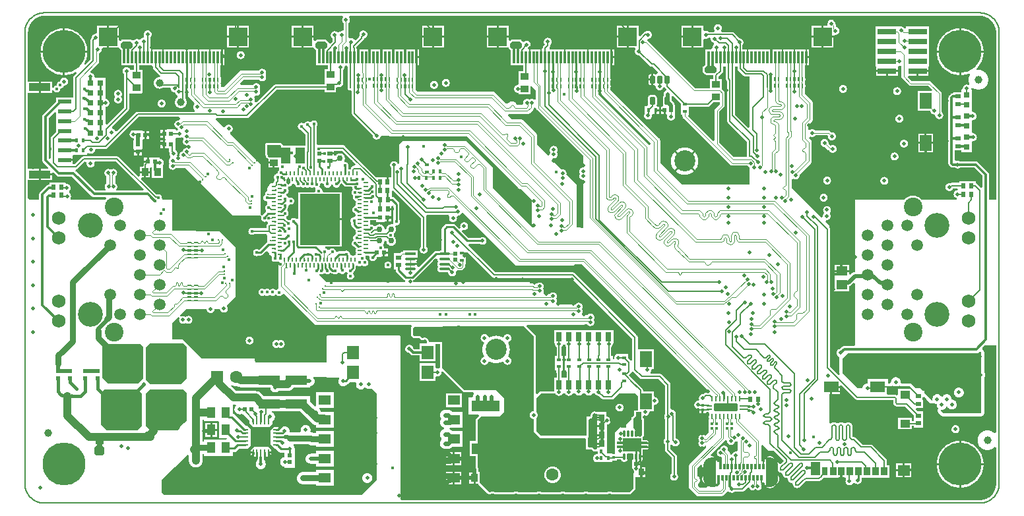
<source format=gtl>
G04*
G04 #@! TF.GenerationSoftware,Altium Limited,Altium Designer,23.6.0 (18)*
G04*
G04 Layer_Physical_Order=1*
G04 Layer_Color=255*
%FSLAX44Y44*%
%MOMM*%
G71*
G04*
G04 #@! TF.SameCoordinates,C53CA9BA-8A6A-41CA-B2AF-7701FEAABFA0*
G04*
G04*
G04 #@! TF.FilePolarity,Positive*
G04*
G01*
G75*
%ADD10C,0.2500*%
%ADD11C,0.2000*%
%ADD13C,0.2540*%
%ADD15C,0.6000*%
%ADD16C,0.2540*%
%ADD17C,0.2032*%
%ADD18C,0.1270*%
%ADD19C,0.1500*%
%ADD22R,0.5500X0.6500*%
%ADD23R,1.1549X2.1062*%
%ADD24R,1.0000X0.9000*%
%ADD25R,0.6200X0.6200*%
%ADD26O,0.2500X0.4000*%
%ADD27R,5.2000X6.6000*%
%ADD28O,0.4000X0.2500*%
%ADD29R,0.6200X0.6200*%
%ADD30R,0.6500X0.5500*%
%ADD31R,0.8000X0.8000*%
%ADD32R,0.5200X0.5200*%
%ADD33R,1.4000X0.3500*%
%ADD34O,1.4000X0.3500*%
%ADD35R,0.5500X0.4500*%
%ADD36R,0.7000X0.9000*%
%ADD37R,0.5200X0.5200*%
%ADD38R,0.3200X0.3600*%
%ADD39R,0.8000X2.0000*%
G04:AMPARAMS|DCode=41|XSize=0.25mm|YSize=0.6mm|CornerRadius=0.025mm|HoleSize=0mm|Usage=FLASHONLY|Rotation=0.000|XOffset=0mm|YOffset=0mm|HoleType=Round|Shape=RoundedRectangle|*
%AMROUNDEDRECTD41*
21,1,0.2500,0.5500,0,0,0.0*
21,1,0.2000,0.6000,0,0,0.0*
1,1,0.0500,0.1000,-0.2750*
1,1,0.0500,-0.1000,-0.2750*
1,1,0.0500,-0.1000,0.2750*
1,1,0.0500,0.1000,0.2750*
%
%ADD41ROUNDEDRECTD41*%
G04:AMPARAMS|DCode=42|XSize=0.25mm|YSize=0.6mm|CornerRadius=0.025mm|HoleSize=0mm|Usage=FLASHONLY|Rotation=270.000|XOffset=0mm|YOffset=0mm|HoleType=Round|Shape=RoundedRectangle|*
%AMROUNDEDRECTD42*
21,1,0.2500,0.5500,0,0,270.0*
21,1,0.2000,0.6000,0,0,270.0*
1,1,0.0500,-0.2750,-0.1000*
1,1,0.0500,-0.2750,0.1000*
1,1,0.0500,0.2750,0.1000*
1,1,0.0500,0.2750,-0.1000*
%
%ADD42ROUNDEDRECTD42*%
%ADD43R,1.5000X2.0000*%
G04:AMPARAMS|DCode=44|XSize=0.2mm|YSize=0.565mm|CornerRadius=0.05mm|HoleSize=0mm|Usage=FLASHONLY|Rotation=180.000|XOffset=0mm|YOffset=0mm|HoleType=Round|Shape=RoundedRectangle|*
%AMROUNDEDRECTD44*
21,1,0.2000,0.4650,0,0,180.0*
21,1,0.1000,0.5650,0,0,180.0*
1,1,0.1000,-0.0500,0.2325*
1,1,0.1000,0.0500,0.2325*
1,1,0.1000,0.0500,-0.2325*
1,1,0.1000,-0.0500,-0.2325*
%
%ADD44ROUNDEDRECTD44*%
G04:AMPARAMS|DCode=45|XSize=0.4mm|YSize=0.565mm|CornerRadius=0.05mm|HoleSize=0mm|Usage=FLASHONLY|Rotation=180.000|XOffset=0mm|YOffset=0mm|HoleType=Round|Shape=RoundedRectangle|*
%AMROUNDEDRECTD45*
21,1,0.4000,0.4650,0,0,180.0*
21,1,0.3000,0.5650,0,0,180.0*
1,1,0.1000,-0.1500,0.2325*
1,1,0.1000,0.1500,0.2325*
1,1,0.1000,0.1500,-0.2325*
1,1,0.1000,-0.1500,-0.2325*
%
%ADD45ROUNDEDRECTD45*%
%ADD46R,0.4500X0.5500*%
%ADD47R,2.4000X0.7600*%
%ADD48R,2.7000X1.0000*%
%ADD49R,1.7000X0.6000*%
G04:AMPARAMS|DCode=50|XSize=0.6mm|YSize=1mm|CornerRadius=0.051mm|HoleSize=0mm|Usage=FLASHONLY|Rotation=0.000|XOffset=0mm|YOffset=0mm|HoleType=Round|Shape=RoundedRectangle|*
%AMROUNDEDRECTD50*
21,1,0.6000,0.8980,0,0,0.0*
21,1,0.4980,1.0000,0,0,0.0*
1,1,0.1020,0.2490,-0.4490*
1,1,0.1020,-0.2490,-0.4490*
1,1,0.1020,-0.2490,0.4490*
1,1,0.1020,0.2490,0.4490*
%
%ADD50ROUNDEDRECTD50*%
%ADD51R,0.3000X1.6000*%
%ADD52R,2.4000X2.4000*%
%ADD53R,2.4000X2.4000*%
G04:AMPARAMS|DCode=54|XSize=0.4mm|YSize=0.565mm|CornerRadius=0.05mm|HoleSize=0mm|Usage=FLASHONLY|Rotation=270.000|XOffset=0mm|YOffset=0mm|HoleType=Round|Shape=RoundedRectangle|*
%AMROUNDEDRECTD54*
21,1,0.4000,0.4650,0,0,270.0*
21,1,0.3000,0.5650,0,0,270.0*
1,1,0.1000,-0.2325,-0.1500*
1,1,0.1000,-0.2325,0.1500*
1,1,0.1000,0.2325,0.1500*
1,1,0.1000,0.2325,-0.1500*
%
%ADD54ROUNDEDRECTD54*%
%ADD55R,0.9000X1.0000*%
%ADD56R,1.4500X1.1500*%
%ADD57R,0.3000X0.7500*%
%ADD58R,1.9000X1.3500*%
%ADD59R,1.5500X1.3500*%
%ADD60R,0.8500X1.1000*%
%ADD61R,1.1700X1.8000*%
%ADD62R,1.5500X1.2700*%
%ADD63R,3.5600X1.4000*%
%ADD64R,1.5200X1.7800*%
%ADD65R,0.7500X1.1000*%
%ADD66R,0.8750X1.1000*%
%ADD67R,1.2000X1.0000*%
%ADD68R,0.7600X1.2500*%
G04:AMPARAMS|DCode=69|XSize=0.2mm|YSize=0.565mm|CornerRadius=0.05mm|HoleSize=0mm|Usage=FLASHONLY|Rotation=270.000|XOffset=0mm|YOffset=0mm|HoleType=Round|Shape=RoundedRectangle|*
%AMROUNDEDRECTD69*
21,1,0.2000,0.4650,0,0,270.0*
21,1,0.1000,0.5650,0,0,270.0*
1,1,0.1000,-0.2325,-0.0500*
1,1,0.1000,-0.2325,0.0500*
1,1,0.1000,0.2325,0.0500*
1,1,0.1000,0.2325,-0.0500*
%
%ADD69ROUNDEDRECTD69*%
%ADD70R,1.0500X1.4000*%
%ADD71R,2.7000X1.1500*%
%ADD72R,0.7000X0.2500*%
%ADD73R,0.2500X0.7000*%
%ADD74R,1.2000X1.2000*%
%ADD75R,0.8000X0.8000*%
%ADD76R,0.2503X0.4381*%
%ADD77R,0.2503X0.3333*%
%ADD78R,0.4381X0.2503*%
%ADD79R,0.3333X0.2503*%
%ADD156C,0.1250*%
%ADD157C,0.1200*%
%ADD158C,0.1524*%
%ADD159C,0.1520*%
%ADD160C,0.7500*%
G04:AMPARAMS|DCode=161|XSize=0.28mm|YSize=0.8mm|CornerRadius=0.0084mm|HoleSize=0mm|Usage=FLASHONLY|Rotation=270.000|XOffset=0mm|YOffset=0mm|HoleType=Round|Shape=RoundedRectangle|*
%AMROUNDEDRECTD161*
21,1,0.2800,0.7832,0,0,270.0*
21,1,0.2632,0.8000,0,0,270.0*
1,1,0.0168,-0.3916,-0.1316*
1,1,0.0168,-0.3916,0.1316*
1,1,0.0168,0.3916,0.1316*
1,1,0.0168,0.3916,-0.1316*
%
%ADD161ROUNDEDRECTD161*%
G04:AMPARAMS|DCode=162|XSize=0.28mm|YSize=0.85mm|CornerRadius=0.0504mm|HoleSize=0mm|Usage=FLASHONLY|Rotation=180.000|XOffset=0mm|YOffset=0mm|HoleType=Round|Shape=RoundedRectangle|*
%AMROUNDEDRECTD162*
21,1,0.2800,0.7492,0,0,180.0*
21,1,0.1792,0.8500,0,0,180.0*
1,1,0.1008,-0.0896,0.3746*
1,1,0.1008,0.0896,0.3746*
1,1,0.1008,0.0896,-0.3746*
1,1,0.1008,-0.0896,-0.3746*
%
%ADD162ROUNDEDRECTD162*%
G04:AMPARAMS|DCode=163|XSize=1.65mm|YSize=2.4mm|CornerRadius=0.0495mm|HoleSize=0mm|Usage=FLASHONLY|Rotation=90.000|XOffset=0mm|YOffset=0mm|HoleType=Round|Shape=RoundedRectangle|*
%AMROUNDEDRECTD163*
21,1,1.6500,2.3010,0,0,90.0*
21,1,1.5510,2.4000,0,0,90.0*
1,1,0.0990,1.1505,0.7755*
1,1,0.0990,1.1505,-0.7755*
1,1,0.0990,-1.1505,-0.7755*
1,1,0.0990,-1.1505,0.7755*
%
%ADD163ROUNDEDRECTD163*%
G04:AMPARAMS|DCode=164|XSize=1mm|YSize=3mm|CornerRadius=0.05mm|HoleSize=0mm|Usage=FLASHONLY|Rotation=270.000|XOffset=0mm|YOffset=0mm|HoleType=Round|Shape=RoundedRectangle|*
%AMROUNDEDRECTD164*
21,1,1.0000,2.9000,0,0,270.0*
21,1,0.9000,3.0000,0,0,270.0*
1,1,0.1000,-1.4500,-0.4500*
1,1,0.1000,-1.4500,0.4500*
1,1,0.1000,1.4500,0.4500*
1,1,0.1000,1.4500,-0.4500*
%
%ADD164ROUNDEDRECTD164*%
%ADD165C,1.0000*%
%ADD166R,2.6000X2.6000*%
%ADD167R,1.0000X0.4000*%
%ADD168C,0.1016*%
%ADD169C,1.0000*%
%ADD170C,0.5000*%
%ADD171C,0.3000*%
%ADD172C,0.8000*%
%ADD173C,0.4000*%
%ADD174C,0.3810*%
%ADD175C,0.1300*%
%ADD176C,0.7620*%
%ADD177C,0.5080*%
%ADD178R,0.7344X0.2180*%
%ADD179C,5.5000*%
%ADD180C,2.4000*%
%ADD181C,2.7000*%
%ADD182C,1.6000*%
G04:AMPARAMS|DCode=183|XSize=1.6mm|YSize=0.9mm|CornerRadius=0mm|HoleSize=0mm|Usage=FLASHONLY|Rotation=135.000|XOffset=0mm|YOffset=0mm|HoleType=Round|Shape=Round|*
%AMOVALD183*
21,1,0.7000,0.9000,0.0000,0.0000,135.0*
1,1,0.9000,0.2475,-0.2475*
1,1,0.9000,-0.2475,0.2475*
%
%ADD183OVALD183*%

%ADD184O,1.0000X0.7000*%
G04:AMPARAMS|DCode=185|XSize=1.6mm|YSize=0.9mm|CornerRadius=0mm|HoleSize=0mm|Usage=FLASHONLY|Rotation=225.000|XOffset=0mm|YOffset=0mm|HoleType=Round|Shape=Round|*
%AMOVALD185*
21,1,0.7000,0.9000,0.0000,0.0000,225.0*
1,1,0.9000,0.2475,0.2475*
1,1,0.9000,-0.2475,-0.2475*
%
%ADD185OVALD185*%

%ADD186R,1.6000X1.6000*%
%ADD187R,1.6000X1.6000*%
%ADD188C,3.2000*%
%ADD189C,1.7500*%
%ADD190C,1.5000*%
%ADD191C,0.4064*%
%ADD192C,0.5080*%
%ADD193C,0.5000*%
G36*
X407373Y626115D02*
X407714Y625682D01*
X408171Y624250D01*
X408186Y624115D01*
X407850Y623694D01*
X407547Y623211D01*
X407299Y622697D01*
X407111Y622159D01*
X406984Y621602D01*
X406920Y621035D01*
Y620465D01*
X406984Y619898D01*
X407111Y619342D01*
X407299Y618803D01*
X407547Y618289D01*
X407850Y617806D01*
X408206Y617360D01*
X408610Y616956D01*
X408693Y616890D01*
Y607984D01*
X408577Y607712D01*
X408265Y607344D01*
X406785Y606330D01*
X406215D01*
X405648Y606266D01*
X405092Y606139D01*
X404553Y605951D01*
X404039Y605703D01*
X403556Y605400D01*
X403355Y605239D01*
X402994Y605018D01*
X402000Y604797D01*
X401006Y605018D01*
X400645Y605239D01*
X400444Y605400D01*
X399961Y605703D01*
X399447Y605951D01*
X398909Y606139D01*
X398352Y606266D01*
X397785Y606330D01*
X397215D01*
X396648Y606266D01*
X396091Y606139D01*
X395553Y605951D01*
X395039Y605703D01*
X394556Y605400D01*
X394110Y605044D01*
X393706Y604640D01*
X393350Y604194D01*
X393047Y603711D01*
X392799Y603197D01*
X392611Y602659D01*
X392484Y602102D01*
X392420Y601535D01*
Y600965D01*
X392484Y600398D01*
X392611Y599841D01*
X392799Y599303D01*
X393047Y598789D01*
X393350Y598306D01*
X393706Y597860D01*
X394110Y597456D01*
X394556Y597100D01*
X394815Y596937D01*
Y593319D01*
X392319Y590823D01*
X391606Y590818D01*
X391326Y590895D01*
X390131Y591415D01*
X390068Y591568D01*
X389859Y591909D01*
X389599Y592213D01*
X387099Y594713D01*
X386795Y594973D01*
X386454Y595182D01*
X386085Y595335D01*
X385696Y595428D01*
X385297Y595459D01*
X375297D01*
X374899Y595428D01*
X374510Y595335D01*
X374141Y595182D01*
X373800Y594973D01*
X373496Y594713D01*
X372500Y593717D01*
X370500Y594546D01*
Y597980D01*
X357770D01*
Y585250D01*
X370500D01*
X370736Y584914D01*
X370996Y584610D01*
X370996Y584610D01*
X371812Y583793D01*
X373451Y582154D01*
Y572750D01*
X373460Y572617D01*
Y562210D01*
X388441D01*
Y557540D01*
X384210D01*
Y543460D01*
X384210D01*
Y541540D01*
X384210D01*
X384210Y541460D01*
Y537809D01*
X321500D01*
X321068Y537781D01*
X320644Y537696D01*
X320234Y537557D01*
X319846Y537366D01*
X319486Y537125D01*
X319160Y536840D01*
X297293Y514972D01*
X295193Y515284D01*
X294823Y515896D01*
X294507Y516621D01*
X294701Y517023D01*
X294889Y517562D01*
X295016Y518118D01*
X295080Y518685D01*
Y519256D01*
X295016Y519823D01*
X294889Y520379D01*
X294701Y520918D01*
X294453Y521432D01*
X294150Y521915D01*
X295341Y523612D01*
X295898Y523485D01*
X296465Y523422D01*
X297035D01*
X297602Y523485D01*
X298158Y523612D01*
X298697Y523801D01*
X299211Y524048D01*
X299694Y524352D01*
X300140Y524708D01*
X300544Y525111D01*
X300900Y525557D01*
X301203Y526040D01*
X301451Y526554D01*
X301639Y527093D01*
X301766Y527649D01*
X301830Y528216D01*
Y528787D01*
X301766Y529354D01*
X301639Y529910D01*
X301451Y530449D01*
X301203Y530963D01*
X300900Y531446D01*
X300868Y531486D01*
X300900Y531526D01*
X301203Y532009D01*
X301451Y532523D01*
X301639Y533062D01*
X301766Y533618D01*
X301830Y534185D01*
Y534756D01*
X301766Y535323D01*
X301639Y535879D01*
X301451Y536418D01*
X301203Y536932D01*
X300900Y537415D01*
X300544Y537861D01*
X300140Y538264D01*
X299694Y538620D01*
X299211Y538924D01*
X298697Y539171D01*
X298158Y539360D01*
X297602Y539487D01*
X297035Y539551D01*
X296465D01*
X295898Y539487D01*
X295341Y539360D01*
X294803Y539171D01*
X294289Y538924D01*
X293806Y538620D01*
X293360Y538264D01*
X292956Y537861D01*
X292624Y537445D01*
X277162D01*
X276397Y539293D01*
X281161Y544057D01*
X300318D01*
X300650Y543641D01*
X301054Y543237D01*
X301500Y542881D01*
X301983Y542578D01*
X302497Y542330D01*
X303035Y542142D01*
X303592Y542015D01*
X304159Y541951D01*
X304729D01*
X305296Y542015D01*
X305853Y542142D01*
X306391Y542330D01*
X306905Y542578D01*
X307388Y542881D01*
X307834Y543237D01*
X308238Y543641D01*
X308594Y544087D01*
X308897Y544570D01*
X309145Y545084D01*
X309333Y545622D01*
X309460Y546179D01*
X309524Y546746D01*
Y547316D01*
X309460Y547883D01*
X309333Y548439D01*
X309145Y548978D01*
X308897Y549492D01*
X308594Y549975D01*
X308589Y549980D01*
X308650Y550056D01*
X308953Y550539D01*
X309201Y551053D01*
X309389Y551591D01*
X309516Y552148D01*
X309580Y552715D01*
Y553285D01*
X309516Y553852D01*
X309389Y554408D01*
X309201Y554947D01*
X308953Y555461D01*
X308650Y555944D01*
X308294Y556390D01*
X307890Y556794D01*
X307444Y557150D01*
X306961Y557453D01*
X306447Y557701D01*
X305909Y557889D01*
X305352Y558016D01*
X304785Y558080D01*
X304215D01*
X303648Y558016D01*
X303092Y557889D01*
X302553Y557701D01*
X302039Y557453D01*
X301556Y557150D01*
X301110Y556794D01*
X300706Y556390D01*
X300374Y555974D01*
X277927D01*
X277390Y555939D01*
X276863Y555834D01*
X276354Y555662D01*
X275872Y555424D01*
X275425Y555125D01*
X275021Y554771D01*
X254567Y534316D01*
X252273Y534573D01*
X251609Y535400D01*
X251574Y535936D01*
X251469Y536463D01*
X251296Y536972D01*
X251209Y537149D01*
Y538078D01*
X251174Y538614D01*
X251069Y539141D01*
X250959Y539465D01*
Y539684D01*
X251069Y540009D01*
X251174Y540536D01*
X251209Y541072D01*
Y542001D01*
X251296Y542178D01*
X251469Y542687D01*
X251574Y543214D01*
X251609Y543750D01*
X251574Y544286D01*
X251469Y544813D01*
X251296Y545322D01*
X251209Y545499D01*
Y546428D01*
X251174Y546964D01*
X251069Y547491D01*
X250959Y547816D01*
Y554357D01*
X250959Y554360D01*
Y562210D01*
X251540D01*
Y562750D01*
X251540D01*
Y572045D01*
X251574Y572214D01*
X251609Y572750D01*
X251574Y573286D01*
X251540Y573455D01*
Y582750D01*
X251540D01*
Y583290D01*
X238460D01*
Y583290D01*
X236540D01*
Y583290D01*
X223460D01*
Y583290D01*
X221540D01*
Y583290D01*
X208460D01*
Y583290D01*
X206540D01*
Y583290D01*
X178460D01*
Y583290D01*
X176540D01*
Y583290D01*
X163460D01*
Y583290D01*
X162809D01*
X160809Y584987D01*
Y598391D01*
X160890Y598456D01*
X161294Y598860D01*
X161650Y599306D01*
X161953Y599789D01*
X162201Y600303D01*
X162389Y600841D01*
X162516Y601398D01*
X162580Y601965D01*
Y602535D01*
X162516Y603102D01*
X162389Y603658D01*
X162201Y604197D01*
X161953Y604711D01*
X161650Y605194D01*
X161294Y605640D01*
X160890Y606044D01*
X160444Y606400D01*
X159961Y606703D01*
X159447Y606951D01*
X158909Y607139D01*
X158352Y607266D01*
X157785Y607330D01*
X157215D01*
X156648Y607266D01*
X156091Y607139D01*
X155553Y606951D01*
X155039Y606703D01*
X154556Y606400D01*
X154110Y606044D01*
X153706Y605640D01*
X153350Y605194D01*
X153047Y604711D01*
X152799Y604197D01*
X152611Y603658D01*
X152484Y603102D01*
X152420Y602535D01*
Y601965D01*
X152484Y601398D01*
X152611Y600841D01*
X152799Y600303D01*
X152503Y599302D01*
X152352Y599032D01*
X151648Y598266D01*
X151091Y598139D01*
X150553Y597951D01*
X150039Y597703D01*
X149556Y597400D01*
X149110Y597044D01*
X148706Y596640D01*
X148436Y596301D01*
X148276Y596160D01*
X147245Y595680D01*
X146115Y595637D01*
X145858Y595704D01*
X145492Y595880D01*
X144953Y596069D01*
X144397Y596196D01*
X143830Y596259D01*
X143259D01*
X142692Y596196D01*
X142136Y596069D01*
X141597Y595880D01*
X141083Y595633D01*
X140600Y595329D01*
X140154Y594973D01*
X139751Y594570D01*
X137999Y594352D01*
X137449Y594441D01*
X137297Y594515D01*
X137099Y594713D01*
X136795Y594973D01*
X136454Y595182D01*
X136085Y595335D01*
X135696Y595428D01*
X135297Y595459D01*
X125297D01*
X124899Y595428D01*
X124510Y595335D01*
X124141Y595182D01*
X123800Y594973D01*
X123496Y594713D01*
X122500Y593717D01*
X120500Y594546D01*
Y597980D01*
X107770D01*
Y585250D01*
X120500Y585250D01*
X120736Y584914D01*
X120996Y584610D01*
X120996Y584610D01*
X121812Y583793D01*
X123451Y582154D01*
Y572750D01*
X123460Y572618D01*
Y562210D01*
X139691D01*
Y556540D01*
X135847D01*
X135847Y556540D01*
X135847Y556540D01*
X134503Y557808D01*
X134400Y557944D01*
X134044Y558390D01*
X133640Y558794D01*
X133194Y559150D01*
X132711Y559453D01*
X132197Y559701D01*
X131658Y559889D01*
X131102Y560016D01*
X130535Y560080D01*
X129965D01*
X129398Y560016D01*
X128841Y559889D01*
X128303Y559701D01*
X127789Y559453D01*
X127306Y559150D01*
X126860Y558794D01*
X126456Y558390D01*
X126100Y557944D01*
X125797Y557461D01*
X125549Y556947D01*
X125361Y556409D01*
X125234Y555852D01*
X125170Y555285D01*
Y554715D01*
X125234Y554148D01*
X125361Y553591D01*
X125549Y553053D01*
X125797Y552539D01*
X126100Y552056D01*
X126456Y551610D01*
X126860Y551206D01*
X126941Y551141D01*
Y546250D01*
Y508121D01*
X104888Y486068D01*
X103040Y486833D01*
Y495210D01*
Y507585D01*
X103040D01*
Y509193D01*
X103451D01*
X104018Y509257D01*
X104575Y509384D01*
X105113Y509572D01*
X105627Y509820D01*
X106110Y510124D01*
X106556Y510479D01*
X106960Y510883D01*
X107316Y511329D01*
X107619Y511812D01*
X107867Y512326D01*
X108055Y512865D01*
X108182Y513421D01*
X108246Y513988D01*
Y514558D01*
X108182Y515126D01*
X108055Y515682D01*
X107867Y516220D01*
X107619Y516734D01*
X107316Y517217D01*
X106960Y517664D01*
X106556Y518067D01*
X106110Y518423D01*
X105627Y518726D01*
X105113Y518974D01*
X104575Y519162D01*
X104018Y519289D01*
X103451Y519353D01*
X103040D01*
Y533335D01*
Y546415D01*
X90937D01*
X90708Y546483D01*
X89080Y547553D01*
Y548123D01*
X89016Y548690D01*
X88889Y549246D01*
X88701Y549785D01*
X88453Y550299D01*
X88150Y550782D01*
X87794Y551228D01*
X87390Y551632D01*
X86944Y551988D01*
X86461Y552291D01*
X85947Y552539D01*
X85408Y552727D01*
X84852Y552854D01*
X84659Y552876D01*
X84103Y553800D01*
X83872Y554918D01*
X93977Y565023D01*
X94298Y565399D01*
X94556Y565820D01*
X94746Y566277D01*
X94861Y566757D01*
X94900Y567250D01*
Y577945D01*
X95197Y578049D01*
X95711Y578297D01*
X96194Y578600D01*
X96640Y578956D01*
X97044Y579360D01*
X97400Y579806D01*
X97703Y580289D01*
X97951Y580803D01*
X98139Y581342D01*
X98266Y581898D01*
X98330Y582465D01*
Y583035D01*
X98306Y583250D01*
X98715Y584145D01*
X99364Y584928D01*
X99876Y585250D01*
X105230D01*
Y599250D01*
Y613250D01*
X92500D01*
Y604523D01*
X92478Y604451D01*
X92141Y603947D01*
X90785Y602830D01*
X90215D01*
X89648Y602766D01*
X89092Y602639D01*
X88553Y602451D01*
X88039Y602203D01*
X87556Y601900D01*
X87110Y601544D01*
X86706Y601140D01*
X86350Y600694D01*
X86047Y600211D01*
X85799Y599697D01*
X85611Y599159D01*
X85484Y598602D01*
X85420Y598035D01*
Y597465D01*
X85432Y597361D01*
X85160Y597090D01*
X84875Y596764D01*
X84634Y596405D01*
X84443Y596016D01*
X84304Y595606D01*
X84219Y595182D01*
X84191Y594750D01*
Y570121D01*
X77307Y563237D01*
X75718Y564476D01*
X76145Y565189D01*
X76841Y566490D01*
X77471Y567823D01*
X78035Y569185D01*
X78532Y570574D01*
X78960Y571986D01*
X79319Y573416D01*
X79607Y574863D01*
X79823Y576322D01*
X79968Y577789D01*
X80014Y578730D01*
X51270D01*
Y549986D01*
X52210Y550032D01*
X53678Y550177D01*
X55137Y550393D01*
X56584Y550681D01*
X58014Y551040D01*
X59426Y551468D01*
X60814Y551964D01*
X62177Y552529D01*
X63510Y553159D01*
X64811Y553855D01*
X65524Y554282D01*
X66763Y552693D01*
X62910Y548840D01*
X62625Y548514D01*
X62384Y548154D01*
X62193Y547766D01*
X62054Y547356D01*
X61969Y546932D01*
X61941Y546500D01*
Y521290D01*
X39960D01*
Y515936D01*
X23387Y499363D01*
X23038Y498965D01*
X22744Y498524D01*
X22510Y498049D01*
X22339Y497548D01*
X22236Y497028D01*
X22201Y496500D01*
Y440750D01*
X22236Y440221D01*
X22339Y439702D01*
X22510Y439201D01*
X22744Y438726D01*
X23038Y438285D01*
X23387Y437887D01*
X30176Y431098D01*
X29411Y429250D01*
X20270D01*
Y423520D01*
X34500D01*
Y424161D01*
X36348Y424926D01*
X40387Y420887D01*
X40785Y420538D01*
X41226Y420244D01*
X41701Y420009D01*
X42202Y419839D01*
X42722Y419736D01*
X43250Y419701D01*
X60573D01*
X85887Y394387D01*
X86285Y394038D01*
X86726Y393744D01*
X87201Y393509D01*
X87702Y393339D01*
X88222Y393236D01*
X88750Y393201D01*
X103248D01*
X104009Y391484D01*
X102618Y390000D01*
X59467D01*
X58915Y390652D01*
X58429Y392000D01*
X58453Y392039D01*
X58701Y392553D01*
X58889Y393092D01*
X59016Y393648D01*
X59080Y394215D01*
Y394785D01*
X59016Y395352D01*
X58889Y395909D01*
X58701Y396447D01*
X58453Y396961D01*
X58150Y397444D01*
X57794Y397890D01*
X57390Y398294D01*
X56944Y398650D01*
X56679Y398816D01*
X56473Y399455D01*
X56507Y400933D01*
X56542Y401040D01*
X56988Y401396D01*
X57391Y401800D01*
X57747Y402246D01*
X58051Y402729D01*
X58298Y403243D01*
X58487Y403782D01*
X58614Y404338D01*
X58678Y404905D01*
Y405475D01*
X58614Y406042D01*
X58487Y406599D01*
X58298Y407137D01*
X58051Y407651D01*
X57747Y408134D01*
X57391Y408580D01*
X56988Y408984D01*
X56542Y409340D01*
X56059Y409643D01*
X55545Y409891D01*
X55006Y410079D01*
X54450Y410206D01*
X53883Y410270D01*
X53312D01*
X53088Y410465D01*
X51653Y411828D01*
X51653Y411828D01*
X51653Y411828D01*
X31073D01*
Y409299D01*
X31000D01*
X30471Y409264D01*
X29952Y409161D01*
X29451Y408991D01*
X28976Y408756D01*
X28535Y408462D01*
X28137Y408113D01*
X19137Y399113D01*
X18788Y398715D01*
X18494Y398274D01*
X18260Y397799D01*
X18089Y397298D01*
X17986Y396778D01*
X17951Y396250D01*
Y390000D01*
X5868D01*
X3884Y392000D01*
Y398193D01*
Y415250D01*
X17730D01*
Y422250D01*
Y429250D01*
X3884D01*
X3884Y527250D01*
X17730D01*
Y534250D01*
Y541250D01*
X3884D01*
X3884Y605589D01*
X3951Y606772D01*
X4084Y607949D01*
X4282Y609118D01*
X4546Y610273D01*
X4874Y611412D01*
X5265Y612531D01*
X5719Y613625D01*
X6233Y614693D01*
X6806Y615731D01*
X7437Y616734D01*
X8123Y617701D01*
X8862Y618627D01*
X9651Y619511D01*
X10489Y620349D01*
X11373Y621138D01*
X12299Y621877D01*
X13266Y622563D01*
X14269Y623194D01*
X15307Y623767D01*
X16374Y624281D01*
X17469Y624735D01*
X18588Y625126D01*
X19727Y625454D01*
X20882Y625718D01*
X22050Y625916D01*
X23228Y626049D01*
X24411Y626115D01*
X25004D01*
X407373Y626115D01*
D02*
G37*
G36*
X637797Y590411D02*
Y586197D01*
X635512Y583912D01*
X625297D01*
X622797Y586411D01*
Y590411D01*
X625297Y592911D01*
X635297D01*
X637797Y590411D01*
D02*
G37*
G36*
X387797Y590411D02*
Y586197D01*
X385512Y583912D01*
X375297D01*
X372797Y586411D01*
Y590411D01*
X375297Y592911D01*
X385297D01*
X387797Y590411D01*
D02*
G37*
G36*
X137797D02*
Y586197D01*
X135512Y583912D01*
X125297D01*
X122797Y586411D01*
Y590411D01*
X125297Y592911D01*
X135297D01*
X137797Y590411D01*
D02*
G37*
G36*
X161540Y562210D02*
X162191D01*
X164191Y560513D01*
Y559750D01*
X164219Y559318D01*
X164304Y558894D01*
X164443Y558484D01*
X164634Y558095D01*
X164875Y557735D01*
X165160Y557410D01*
X172410Y550160D01*
X172736Y549875D01*
X173095Y549634D01*
X173484Y549443D01*
X173120Y547540D01*
X172380D01*
X171642Y547467D01*
X170916Y547323D01*
X170207Y547108D01*
X169522Y546824D01*
X168869Y546475D01*
X168253Y546063D01*
X167680Y545593D01*
X167157Y545070D01*
X166686Y544497D01*
X166275Y543881D01*
X165926Y543228D01*
X165642Y542543D01*
X165427Y541834D01*
X165283Y541108D01*
X165210Y540370D01*
Y539630D01*
X165283Y538892D01*
X165427Y538166D01*
X165642Y537457D01*
X165926Y536772D01*
X166275Y536119D01*
X166686Y535503D01*
X167157Y534930D01*
X167680Y534407D01*
X168253Y533937D01*
X168869Y533525D01*
X169522Y533176D01*
X170207Y532892D01*
X170916Y532677D01*
X171642Y532533D01*
X172380Y532460D01*
X173120D01*
X173858Y532533D01*
X174584Y532677D01*
X175293Y532892D01*
X175978Y533176D01*
X176631Y533525D01*
X177247Y533937D01*
X177375Y534042D01*
X185366D01*
X187170Y533035D01*
Y532465D01*
X187234Y531898D01*
X187361Y531342D01*
X187549Y530803D01*
X187797Y530289D01*
X188100Y529806D01*
X188456Y529360D01*
X188860Y528956D01*
X189306Y528600D01*
X189789Y528297D01*
X190303Y528049D01*
X190842Y527861D01*
X191398Y527734D01*
X191965Y527670D01*
X192535D01*
X192693Y527688D01*
X192720Y527444D01*
X192847Y526888D01*
X193035Y526349D01*
X193283Y525835D01*
X193587Y525352D01*
X193942Y524906D01*
X194346Y524502D01*
X194792Y524147D01*
X195275Y523843D01*
X195571Y523700D01*
X195858Y522672D01*
X195826Y521599D01*
X195803Y521514D01*
X195503Y521314D01*
X194930Y520844D01*
X194407Y520320D01*
X193937Y519747D01*
X193525Y519131D01*
X193176Y518478D01*
X192892Y517793D01*
X192677Y517084D01*
X192533Y516358D01*
X192460Y515620D01*
Y514880D01*
X192533Y514142D01*
X192677Y513416D01*
X192892Y512707D01*
X193176Y512022D01*
X193525Y511369D01*
X193937Y510753D01*
X194407Y510180D01*
X194930Y509656D01*
X195503Y509187D01*
X196119Y508775D01*
X196772Y508426D01*
X197457Y508142D01*
X198166Y507927D01*
X198892Y507783D01*
X199630Y507710D01*
X200370D01*
X201108Y507783D01*
X201834Y507927D01*
X202543Y508142D01*
X203228Y508426D01*
X203881Y508775D01*
X204497Y509187D01*
X205070Y509656D01*
X205593Y510180D01*
X206063Y510753D01*
X206475Y511369D01*
X206824Y512022D01*
X207108Y512707D01*
X207323Y513416D01*
X207467Y514142D01*
X207540Y514880D01*
Y515620D01*
X207467Y516358D01*
X207323Y517084D01*
X207108Y517793D01*
X206824Y518478D01*
X206475Y519131D01*
X206063Y519747D01*
X205809Y520057D01*
Y530334D01*
X206000Y530511D01*
X206230D01*
Y535343D01*
X208391D01*
X208426Y534807D01*
X208531Y534280D01*
X208704Y533771D01*
X208770Y533636D01*
Y530511D01*
X209000D01*
X209041Y530473D01*
Y524436D01*
X209076Y523900D01*
X209181Y523373D01*
X209354Y522864D01*
X209592Y522382D01*
X209890Y521935D01*
X210245Y521531D01*
X217020Y514756D01*
X217549Y512758D01*
X217146Y512355D01*
X216790Y511909D01*
X216486Y511426D01*
X216239Y510912D01*
X216050Y510373D01*
X215923Y509817D01*
X215859Y509250D01*
Y508679D01*
X215923Y508112D01*
X216050Y507556D01*
X216239Y507018D01*
X216486Y506503D01*
X216790Y506020D01*
X217146Y505574D01*
X217549Y505171D01*
X217995Y504815D01*
X218004Y504809D01*
X217466Y502809D01*
X144500D01*
X144068Y502781D01*
X143644Y502696D01*
X143234Y502557D01*
X142845Y502366D01*
X142486Y502125D01*
X142160Y501840D01*
X117915Y477594D01*
X117057Y477617D01*
X115667Y478175D01*
X115662Y478188D01*
X115415Y478702D01*
X115111Y479185D01*
X114755Y479631D01*
X114352Y480035D01*
X113906Y480391D01*
X113423Y480694D01*
X112909Y480942D01*
X112370Y481130D01*
X112181Y481173D01*
X111672Y482144D01*
X111486Y483307D01*
X132590Y504410D01*
X132875Y504736D01*
X133116Y505095D01*
X133307Y505484D01*
X133446Y505894D01*
X133531Y506318D01*
X133559Y506750D01*
Y526221D01*
X135460Y526460D01*
Y526460D01*
X150540D01*
Y540460D01*
X150540Y540540D01*
X150540D01*
Y542460D01*
X150540D01*
Y556540D01*
X146309D01*
Y560306D01*
X146540Y562210D01*
X148460D01*
Y562210D01*
X161540D01*
Y562210D01*
D02*
G37*
G36*
X887203Y559089D02*
Y555089D01*
X884703Y552589D01*
X874703D01*
X872203Y555089D01*
Y559304D01*
X874488Y561589D01*
X884703D01*
X887203Y559089D01*
D02*
G37*
G36*
X412191Y562210D02*
X414191Y560513D01*
Y535825D01*
X414201Y535678D01*
Y533250D01*
X414238Y532773D01*
X414350Y532308D01*
X414533Y531866D01*
X414783Y531458D01*
X415094Y531094D01*
X415458Y530783D01*
X415866Y530533D01*
X416308Y530350D01*
X416773Y530238D01*
X417250Y530201D01*
X418250D01*
X419000Y528303D01*
Y511140D01*
X419550Y510590D01*
Y500750D01*
X419590Y500249D01*
X419707Y499761D01*
X419899Y499297D01*
X420161Y498869D01*
X420487Y498487D01*
X446197Y472777D01*
X446170Y472535D01*
Y471965D01*
X446234Y471398D01*
X446361Y470841D01*
X446549Y470303D01*
X446797Y469789D01*
X447100Y469306D01*
X447456Y468860D01*
X447860Y468456D01*
X448306Y468100D01*
X448789Y467797D01*
X449303Y467549D01*
X449841Y467361D01*
X450398Y467234D01*
X450965Y467170D01*
X451535D01*
X452102Y467234D01*
X452659Y467361D01*
X453197Y467549D01*
X453711Y467797D01*
X454194Y468100D01*
X454640Y468456D01*
X455044Y468860D01*
X455400Y469306D01*
X455703Y469789D01*
X455951Y470303D01*
X456139Y470841D01*
X456201Y471111D01*
X457774Y472366D01*
X467160D01*
X467405Y472121D01*
X467406Y472120D01*
X467810Y471766D01*
X468256Y471467D01*
X468739Y471230D01*
X469248Y471057D01*
X469775Y470952D01*
X470311Y470917D01*
X567203D01*
X633501Y404619D01*
X633905Y404265D01*
X634352Y403966D01*
X634834Y403728D01*
X635343Y403556D01*
X635870Y403451D01*
X636329Y403421D01*
X650250Y389500D01*
Y359500D01*
X653224Y356526D01*
X652468Y354576D01*
X651059Y354421D01*
X600750Y404730D01*
Y430770D01*
X566290Y465230D01*
X539681Y465230D01*
X539453Y465282D01*
X538886Y465346D01*
X538315D01*
X537748Y465282D01*
X537520Y465230D01*
X484500Y465230D01*
X480560Y461290D01*
Y436212D01*
X478639Y435727D01*
X478451Y436265D01*
X478203Y436779D01*
X477900Y437262D01*
X477544Y437708D01*
X477140Y438112D01*
X476694Y438468D01*
X476211Y438771D01*
X475697Y439019D01*
X475159Y439207D01*
X474602Y439334D01*
X474035Y439398D01*
X473465D01*
X472898Y439334D01*
X472341Y439207D01*
X471803Y439019D01*
X471289Y438771D01*
X470806Y438468D01*
X470360Y438112D01*
X469956Y437708D01*
X469600Y437262D01*
X469297Y436779D01*
X469049Y436265D01*
X468861Y435727D01*
X468734Y435170D01*
X468670Y434603D01*
Y434033D01*
X468734Y433466D01*
X468861Y432910D01*
X469049Y432371D01*
X469297Y431857D01*
X469600Y431374D01*
X469941Y430947D01*
Y418273D01*
X466503D01*
Y413023D01*
X463963D01*
Y418273D01*
X460523D01*
Y418813D01*
X450841D01*
X410895Y458759D01*
X410546Y459064D01*
X410161Y459322D01*
X409744Y459528D01*
X409305Y459677D01*
X408850Y459767D01*
X408387Y459798D01*
X378059D01*
X377595Y459767D01*
X377430Y459734D01*
X377394Y459744D01*
X376800Y459822D01*
X376200D01*
X374726Y460829D01*
X374358Y461283D01*
X374297Y461436D01*
Y484362D01*
X374560Y484705D01*
X374859Y485224D01*
X375089Y485777D01*
X375244Y486356D01*
X375322Y486950D01*
Y487550D01*
X375244Y488144D01*
X375089Y488723D01*
X374859Y489277D01*
X374560Y489795D01*
X374195Y490271D01*
X373771Y490695D01*
X373296Y491060D01*
X372776Y491359D01*
X372223Y491589D01*
X371644Y491744D01*
X371050Y491822D01*
X370450D01*
X369856Y491744D01*
X369277Y491589D01*
X368723Y491359D01*
X368204Y491060D01*
X367729Y490695D01*
X367305Y490271D01*
X366430Y489800D01*
X365440Y489808D01*
X364830Y490079D01*
X364776Y490109D01*
X364223Y490339D01*
X363644Y490494D01*
X363050Y490572D01*
X362450D01*
X361856Y490494D01*
X361277Y490339D01*
X360723Y490109D01*
X360205Y489810D01*
X359729Y489445D01*
X359305Y489021D01*
X359182Y488860D01*
X358810Y488487D01*
X357858Y488061D01*
X356787Y488109D01*
X356620Y488174D01*
X356223Y488339D01*
X355644Y488494D01*
X355050Y488572D01*
X354450D01*
X353856Y488494D01*
X353277Y488339D01*
X352724Y488109D01*
X352205Y487810D01*
X351729Y487445D01*
X351305Y487021D01*
X350940Y486545D01*
X350641Y486026D01*
X350411Y485473D01*
X350256Y484894D01*
X350178Y484300D01*
Y483700D01*
X350256Y483106D01*
X350411Y482527D01*
X350641Y481973D01*
X350940Y481455D01*
X351305Y480979D01*
X351729Y480555D01*
X352205Y480190D01*
X352724Y479891D01*
X353277Y479661D01*
X353856Y479506D01*
X354283Y479450D01*
X359702Y474030D01*
Y459321D01*
X344692D01*
Y459321D01*
X342808D01*
Y459321D01*
X342692Y459321D01*
X331005D01*
X330923Y459662D01*
X330770Y460032D01*
X330561Y460373D01*
X330302Y460677D01*
X328802Y462177D01*
X328498Y462436D01*
X328157Y462645D01*
X327787Y462798D01*
X327399Y462892D01*
X327000Y462923D01*
X310500D01*
X310101Y462892D01*
X309713Y462798D01*
X309343Y462645D01*
X309002Y462436D01*
X308698Y462177D01*
X308439Y461873D01*
X308230Y461532D01*
X308077Y461162D01*
X307983Y460774D01*
X307952Y460375D01*
Y448625D01*
X307983Y448226D01*
X308077Y447838D01*
X308230Y447468D01*
X308439Y447127D01*
X308698Y446823D01*
X308944Y446578D01*
X309006Y446106D01*
X309161Y445527D01*
X309391Y444973D01*
X309690Y444454D01*
X310055Y443979D01*
X310479Y443555D01*
X310954Y443190D01*
X311474Y442891D01*
X312027Y442661D01*
X312250Y442602D01*
Y438770D01*
X319250D01*
Y437500D01*
X320520D01*
Y431000D01*
X325673D01*
X325891Y430474D01*
X326042Y430211D01*
X326196Y429834D01*
X326246Y428747D01*
X325816Y427725D01*
X325694Y427586D01*
X325379Y427271D01*
X325014Y426796D01*
X324715Y426277D01*
X324485Y425723D01*
X324330Y425144D01*
X324252Y424550D01*
X324252Y423950D01*
X323106Y423494D01*
X322527Y423339D01*
X321973Y423109D01*
X321455Y422810D01*
X320979Y422445D01*
X320555Y422021D01*
X320190Y421545D01*
X319891Y421026D01*
X319661Y420473D01*
X319506Y419894D01*
X319428Y419300D01*
Y418700D01*
X319506Y418106D01*
X319661Y417527D01*
X319891Y416973D01*
X320190Y416455D01*
X320452Y416113D01*
Y414656D01*
X319893Y414096D01*
X319587Y413747D01*
X319329Y413361D01*
X319123Y412945D01*
X318974Y412506D01*
X318884Y412051D01*
X318853Y411587D01*
Y410800D01*
X315869D01*
X315470Y410769D01*
X315082Y410676D01*
X314712Y410523D01*
X314371Y410314D01*
X314067Y410054D01*
X313808Y409750D01*
X313599Y409409D01*
X313446Y409040D01*
X313353Y408651D01*
X313321Y408252D01*
Y407649D01*
X313162Y407561D01*
X312697Y407230D01*
X312271Y406850D01*
X311891Y406425D01*
X311561Y405959D01*
X311285Y405460D01*
X311066Y404933D01*
X310909Y404385D01*
X310813Y403822D01*
X310781Y403252D01*
Y400883D01*
X310526Y400796D01*
X310044Y400559D01*
X309597Y400260D01*
X309193Y399906D01*
X309193Y399905D01*
X308838Y399501D01*
X308540Y399054D01*
X308302Y398572D01*
X308129Y398063D01*
X308024Y397536D01*
X307989Y397000D01*
X308024Y396464D01*
X308089Y396137D01*
X307955Y396060D01*
X307479Y395695D01*
X307055Y395271D01*
X306690Y394795D01*
X306391Y394277D01*
X306161Y393723D01*
X306006Y393144D01*
X305928Y392550D01*
Y391950D01*
X306006Y391356D01*
X306161Y390777D01*
X306391Y390224D01*
X306690Y389705D01*
X307055Y389229D01*
X307479Y388805D01*
X307955Y388440D01*
X308473Y388141D01*
X309027Y387911D01*
X309606Y387756D01*
X310200Y387678D01*
X310781D01*
Y385749D01*
X310813Y385179D01*
X310909Y384617D01*
X310942Y384501D01*
X310909Y384384D01*
X310813Y383822D01*
X310801Y383613D01*
X310676Y383561D01*
X310156Y383262D01*
X309681Y382897D01*
X309257Y382473D01*
X308892Y381997D01*
X308593Y381479D01*
X308363Y380925D01*
X308208Y380346D01*
X308130Y379752D01*
Y379152D01*
X308208Y378558D01*
X308363Y377979D01*
X308593Y377425D01*
X308892Y376907D01*
X308942Y376841D01*
X309290Y376106D01*
X309372Y375293D01*
X308862Y374115D01*
X305350Y370602D01*
X305022Y370229D01*
X304866Y369995D01*
X304544Y369763D01*
X304250Y369686D01*
X302250Y371050D01*
X302250Y435250D01*
X298032Y439468D01*
X298010Y439501D01*
X297655Y439905D01*
X297251Y440260D01*
X297218Y440282D01*
X263138Y474362D01*
X263078Y474883D01*
X263247Y475645D01*
X263671Y476657D01*
X263961Y476797D01*
X264444Y477100D01*
X264890Y477456D01*
X265294Y477860D01*
X265650Y478306D01*
X265953Y478789D01*
X266201Y479303D01*
X266389Y479841D01*
X266516Y480398D01*
X266580Y480965D01*
Y481535D01*
X266516Y482102D01*
X266389Y482659D01*
X266201Y483197D01*
X265953Y483711D01*
X265650Y484194D01*
X265294Y484640D01*
X264890Y485044D01*
X264444Y485400D01*
X263961Y485703D01*
X263447Y485951D01*
X262908Y486139D01*
X262352Y486266D01*
X261785Y486330D01*
X261215D01*
X260648Y486266D01*
X260091Y486139D01*
X259553Y485951D01*
X259039Y485703D01*
X258556Y485400D01*
X258110Y485044D01*
X257706Y484640D01*
X257350Y484194D01*
X257047Y483711D01*
X256907Y483421D01*
X255895Y482997D01*
X255133Y482828D01*
X254612Y482888D01*
X244831Y492669D01*
X245377Y494632D01*
X245557Y494771D01*
X245818Y494719D01*
X246250Y494691D01*
X285000D01*
X285432Y494719D01*
X285856Y494804D01*
X286266Y494943D01*
X286654Y495134D01*
X287014Y495375D01*
X287340Y495660D01*
X322871Y531191D01*
X384210D01*
Y527460D01*
X399290D01*
Y533827D01*
X399782Y534099D01*
X401290Y534716D01*
X401591Y534611D01*
X402148Y534484D01*
X402715Y534420D01*
X403285D01*
X403852Y534484D01*
X404408Y534611D01*
X404947Y534799D01*
X405461Y535047D01*
X405944Y535350D01*
X406390Y535706D01*
X406794Y536110D01*
X407150Y536556D01*
X407453Y537039D01*
X407701Y537553D01*
X407889Y538092D01*
X408016Y538648D01*
X408080Y539215D01*
Y539785D01*
X408016Y540352D01*
X407889Y540909D01*
X407841Y541046D01*
X407946Y541356D01*
X408031Y541780D01*
X408059Y542212D01*
Y556145D01*
X408140Y556210D01*
X408544Y556614D01*
X408900Y557060D01*
X409203Y557543D01*
X409451Y558057D01*
X409639Y558596D01*
X409766Y559152D01*
X409830Y559719D01*
Y560289D01*
X410162Y560781D01*
X411540Y562210D01*
X412191D01*
D02*
G37*
G36*
X1225000Y626115D02*
X1225592Y626115D01*
X1226775Y626049D01*
X1227953Y625916D01*
X1229121Y625718D01*
X1230276Y625454D01*
X1231415Y625126D01*
X1232533Y624735D01*
X1233628Y624282D01*
X1234695Y623768D01*
X1235732Y623194D01*
X1236736Y622564D01*
X1237702Y621878D01*
X1238629Y621139D01*
X1239512Y620350D01*
X1240350Y619512D01*
X1241140Y618629D01*
X1241878Y617702D01*
X1242564Y616736D01*
X1243194Y615732D01*
X1243767Y614696D01*
X1244282Y613628D01*
X1244735Y612533D01*
X1245126Y611415D01*
X1245454Y610276D01*
X1245718Y609121D01*
X1245916Y607953D01*
X1246041Y606847D01*
X1246115Y605007D01*
X1246115Y605000D01*
X1246115D01*
X1246115Y605000D01*
X1246115Y390000D01*
X1237049D01*
Y422000D01*
X1237014Y422528D01*
X1236911Y423048D01*
X1236740Y423549D01*
X1236506Y424024D01*
X1236212Y424465D01*
X1235863Y424863D01*
X1222863Y437863D01*
X1222465Y438212D01*
X1222024Y438506D01*
X1221549Y438741D01*
X1221048Y438911D01*
X1220528Y439014D01*
X1220000Y439049D01*
X1199914D01*
X1199788Y439150D01*
X1199305Y439453D01*
X1198791Y439701D01*
X1198252Y439889D01*
X1197696Y440016D01*
X1197129Y440080D01*
X1196558D01*
X1195991Y440016D01*
X1195435Y439889D01*
X1195049Y439754D01*
X1194802Y439754D01*
X1193466Y440500D01*
X1193049Y440977D01*
Y453520D01*
X1201960D01*
Y451150D01*
X1215040D01*
Y463161D01*
X1215087Y463341D01*
X1216109Y465033D01*
X1216680D01*
X1217247Y465097D01*
X1217803Y465224D01*
X1218342Y465413D01*
X1218856Y465660D01*
X1219339Y465964D01*
X1219785Y466320D01*
X1220189Y466723D01*
X1220544Y467169D01*
X1220848Y467652D01*
X1221095Y468166D01*
X1221284Y468705D01*
X1221411Y469261D01*
X1221475Y469828D01*
Y470399D01*
X1221411Y470966D01*
X1221284Y471522D01*
X1221095Y472061D01*
X1220848Y472575D01*
X1220544Y473058D01*
X1220189Y473504D01*
X1219785Y473907D01*
X1219339Y474263D01*
X1218856Y474566D01*
X1218342Y474814D01*
X1217803Y475003D01*
X1217247Y475130D01*
X1216680Y475193D01*
X1216109D01*
X1215040Y476730D01*
Y478210D01*
X1215040D01*
Y490170D01*
X1215750Y492103D01*
X1216320D01*
X1216887Y492166D01*
X1217443Y492294D01*
X1217982Y492482D01*
X1218496Y492729D01*
X1218979Y493033D01*
X1219425Y493389D01*
X1219829Y493792D01*
X1220184Y494238D01*
X1220488Y494721D01*
X1220735Y495236D01*
X1220924Y495774D01*
X1221051Y496330D01*
X1221115Y496897D01*
Y497468D01*
X1221051Y498035D01*
X1220924Y498591D01*
X1220735Y499130D01*
X1220488Y499644D01*
X1220184Y500127D01*
X1219829Y500573D01*
X1219425Y500976D01*
X1218979Y501332D01*
X1218496Y501636D01*
X1217982Y501883D01*
X1217443Y502072D01*
X1216887Y502199D01*
X1216320Y502263D01*
X1215750D01*
X1215040Y503790D01*
Y505270D01*
X1215040D01*
Y517770D01*
Y530850D01*
X1214847Y530964D01*
X1213984Y531850D01*
X1214149Y532697D01*
X1215326Y533346D01*
X1216352Y533544D01*
X1216877Y533193D01*
X1217746Y532707D01*
X1218650Y532290D01*
X1219583Y531946D01*
X1220541Y531675D01*
X1221517Y531481D01*
X1222505Y531364D01*
X1223500Y531325D01*
X1224494Y531364D01*
X1225483Y531481D01*
X1226459Y531675D01*
X1227417Y531946D01*
X1228350Y532290D01*
X1229254Y532707D01*
X1230123Y533193D01*
X1230950Y533746D01*
X1231732Y534362D01*
X1232462Y535038D01*
X1233138Y535768D01*
X1233754Y536550D01*
X1234307Y537378D01*
X1234793Y538246D01*
X1235210Y539150D01*
X1235554Y540083D01*
X1235825Y541041D01*
X1236019Y542017D01*
X1236136Y543005D01*
X1236175Y544000D01*
X1236136Y544995D01*
X1236019Y545983D01*
X1235825Y546959D01*
X1235554Y547917D01*
X1235210Y548850D01*
X1234793Y549754D01*
X1234307Y550622D01*
X1233754Y551450D01*
X1233138Y552232D01*
X1232462Y552962D01*
X1231732Y553638D01*
X1230950Y554254D01*
X1230123Y554807D01*
X1229254Y555293D01*
X1228350Y555710D01*
X1227417Y556054D01*
X1226459Y556325D01*
X1225483Y556519D01*
X1224494Y556636D01*
X1223500Y556675D01*
X1222505Y556636D01*
X1221845Y556558D01*
X1221104Y557472D01*
X1220923Y558440D01*
X1221763Y559280D01*
X1222753Y560373D01*
X1223689Y561513D01*
X1224568Y562697D01*
X1225387Y563924D01*
X1226145Y565189D01*
X1226841Y566490D01*
X1227471Y567823D01*
X1228036Y569185D01*
X1228532Y570574D01*
X1228960Y571986D01*
X1229319Y573416D01*
X1229607Y574863D01*
X1229823Y576322D01*
X1229968Y577789D01*
X1230014Y578730D01*
X1201270D01*
Y549986D01*
X1202210Y550032D01*
X1203678Y550177D01*
X1205137Y550393D01*
X1206584Y550681D01*
X1208014Y551040D01*
X1209426Y551468D01*
X1210815Y551964D01*
X1211326Y552176D01*
X1212615Y550711D01*
X1212660Y550564D01*
X1212207Y549754D01*
X1211790Y548850D01*
X1211446Y547917D01*
X1211175Y546959D01*
X1210981Y545983D01*
X1210864Y544995D01*
X1210825Y544000D01*
X1210864Y543005D01*
X1210981Y542017D01*
X1211175Y541041D01*
X1211446Y540083D01*
X1211790Y539150D01*
X1211956Y538790D01*
X1211387Y537951D01*
X1210826Y537512D01*
X1210456Y537315D01*
X1210319Y537381D01*
X1209780Y537570D01*
X1209224Y537697D01*
X1208657Y537761D01*
X1208086D01*
X1207519Y537697D01*
X1206963Y537570D01*
X1206425Y537381D01*
X1205910Y537134D01*
X1205427Y536830D01*
X1204981Y536474D01*
X1204578Y536071D01*
X1204222Y535625D01*
X1203919Y535142D01*
X1203671Y534628D01*
X1203483Y534089D01*
X1203356Y533533D01*
X1203292Y532966D01*
Y532395D01*
X1201960Y530850D01*
X1201960D01*
Y527850D01*
X1191460D01*
Y526609D01*
X1190757D01*
X1190229Y526574D01*
X1189709Y526471D01*
X1189208Y526301D01*
X1188733Y526067D01*
X1188293Y525772D01*
X1187895Y525423D01*
X1186137Y523666D01*
X1185788Y523268D01*
X1185494Y522827D01*
X1185259Y522352D01*
X1185089Y521851D01*
X1184986Y521331D01*
X1184951Y520803D01*
Y494696D01*
Y468588D01*
Y436757D01*
X1184986Y436229D01*
X1185089Y435709D01*
X1185259Y435208D01*
X1185494Y434733D01*
X1185788Y434293D01*
X1186137Y433895D01*
X1187895Y432137D01*
X1188293Y431788D01*
X1188733Y431494D01*
X1189208Y431259D01*
X1189709Y431089D01*
X1190229Y430986D01*
X1190757Y430951D01*
X1193773D01*
X1193899Y430850D01*
X1194382Y430547D01*
X1194896Y430299D01*
X1195435Y430111D01*
X1195991Y429984D01*
X1196558Y429920D01*
X1197129D01*
X1197696Y429984D01*
X1198252Y430111D01*
X1198791Y430299D01*
X1199305Y430547D01*
X1199788Y430850D01*
X1199914Y430951D01*
X1218323D01*
X1228951Y420323D01*
Y406144D01*
X1226951Y405316D01*
X1221758Y410509D01*
X1221410Y410815D01*
X1221024Y411072D01*
X1220608Y411278D01*
X1220168Y411427D01*
X1219790Y411502D01*
Y413790D01*
X1199210D01*
Y411548D01*
X1188955D01*
X1188492Y411517D01*
X1188037Y411427D01*
X1187598Y411278D01*
X1187264Y411113D01*
X1187107Y411149D01*
X1186540Y411213D01*
X1185969D01*
X1185402Y411149D01*
X1184846Y411022D01*
X1184307Y410833D01*
X1183793Y410586D01*
X1183310Y410282D01*
X1182864Y409926D01*
X1182461Y409523D01*
X1182105Y409077D01*
X1181802Y408594D01*
X1181554Y408080D01*
X1181366Y407541D01*
X1181238Y406985D01*
X1181175Y406418D01*
Y405847D01*
X1181238Y405280D01*
X1181366Y404724D01*
X1181554Y404186D01*
X1181802Y403671D01*
X1182105Y403188D01*
X1182461Y402742D01*
X1182864Y402339D01*
X1183310Y401983D01*
X1183793Y401680D01*
X1184307Y401432D01*
X1184846Y401244D01*
X1185402Y401117D01*
X1185969Y401053D01*
X1186540D01*
X1187107Y401117D01*
X1187663Y401244D01*
X1188202Y401432D01*
X1188716Y401680D01*
X1189199Y401983D01*
X1189645Y402339D01*
X1190048Y402742D01*
X1190404Y403188D01*
X1190708Y403671D01*
X1190955Y404186D01*
X1191049Y404452D01*
X1196742D01*
X1197457Y403502D01*
X1196465Y402080D01*
X1195898Y402016D01*
X1195341Y401889D01*
X1194803Y401701D01*
X1194289Y401453D01*
X1193806Y401150D01*
X1193360Y400794D01*
X1192956Y400390D01*
X1192600Y399944D01*
X1192297Y399461D01*
X1192049Y398947D01*
X1191861Y398409D01*
X1191734Y397852D01*
X1191670Y397285D01*
Y396715D01*
X1191734Y396148D01*
X1191861Y395592D01*
X1192049Y395053D01*
X1192297Y394539D01*
X1192600Y394056D01*
X1192956Y393610D01*
X1193360Y393206D01*
X1193806Y392850D01*
X1194289Y392547D01*
X1194803Y392299D01*
X1195341Y392111D01*
X1195898Y391984D01*
X1195667Y390000D01*
X1150633D01*
X1150149Y390559D01*
X1149414Y391294D01*
X1148629Y391974D01*
X1147798Y392596D01*
X1146924Y393158D01*
X1146012Y393655D01*
X1145068Y394087D01*
X1144095Y394450D01*
X1143098Y394742D01*
X1142083Y394963D01*
X1141055Y395111D01*
X1140019Y395185D01*
X1138981D01*
X1137945Y395111D01*
X1136917Y394963D01*
X1135902Y394742D01*
X1134905Y394450D01*
X1133932Y394087D01*
X1132988Y393655D01*
X1132076Y393158D01*
X1131202Y392596D01*
X1130371Y391974D01*
X1129586Y391294D01*
X1128851Y390559D01*
X1128367Y390000D01*
X1064938D01*
Y296987D01*
X1064373Y296956D01*
X1063815Y296861D01*
X1063271Y296704D01*
X1062748Y296488D01*
X1062253Y296214D01*
X1061791Y295886D01*
X1061369Y295509D01*
X1059098Y293238D01*
X1057250Y294004D01*
Y297020D01*
X1038750D01*
Y290540D01*
X1038750D01*
X1038654Y288580D01*
X1038210D01*
Y272000D01*
X1057790D01*
Y278655D01*
X1058206Y278775D01*
X1058729Y278992D01*
X1059224Y279265D01*
X1059686Y279593D01*
X1060108Y279970D01*
X1063091Y282953D01*
X1064938Y282188D01*
Y202500D01*
X1063125Y202049D01*
X1051679D01*
X1051151Y202014D01*
X1050631Y201911D01*
X1050130Y201740D01*
X1049655Y201506D01*
X1049214Y201212D01*
X1048816Y200863D01*
X1046158Y198204D01*
X1045731Y198156D01*
X1045175Y198029D01*
X1044636Y197841D01*
X1044122Y197593D01*
X1043639Y197290D01*
X1043193Y196934D01*
X1042790Y196530D01*
X1042434Y196084D01*
X1042130Y195601D01*
X1041883Y195087D01*
X1041694Y194548D01*
X1041567Y193992D01*
X1041503Y193425D01*
Y192855D01*
X1041567Y192288D01*
X1041694Y191731D01*
X1041883Y191193D01*
X1042130Y190679D01*
X1042434Y190196D01*
X1042790Y189750D01*
X1043193Y189346D01*
X1043639Y188990D01*
X1044122Y188687D01*
X1045237Y187675D01*
X1045312Y186988D01*
X1045214Y186498D01*
X1045182Y186000D01*
X1045182Y167446D01*
X1045214Y166947D01*
X1045312Y166458D01*
X1045472Y165985D01*
X1043775Y164905D01*
X1033242Y175437D01*
Y351423D01*
X1033214Y351855D01*
X1033130Y352279D01*
X1032991Y352689D01*
X1032799Y353077D01*
X1032559Y353437D01*
X1032273Y353763D01*
X1032000Y354036D01*
Y357188D01*
X1027390Y361798D01*
X1027624Y362692D01*
X1028332Y363685D01*
X1028465Y363670D01*
X1029035D01*
X1029602Y363734D01*
X1030158Y363861D01*
X1030697Y364049D01*
X1031211Y364297D01*
X1031694Y364600D01*
X1032140Y364956D01*
X1032544Y365360D01*
X1032900Y365806D01*
X1033203Y366289D01*
X1033451Y366803D01*
X1033639Y367341D01*
X1033766Y367898D01*
X1033830Y368465D01*
Y369035D01*
X1033766Y369602D01*
X1033639Y370159D01*
X1033451Y370697D01*
X1033203Y371211D01*
X1032900Y371694D01*
X1032545Y372150D01*
X1032640Y372956D01*
X1033044Y373360D01*
X1033400Y373806D01*
X1033703Y374289D01*
X1033951Y374803D01*
X1034139Y375341D01*
X1034266Y375898D01*
X1034330Y376465D01*
Y377035D01*
X1034266Y377602D01*
X1034139Y378158D01*
X1033951Y378697D01*
X1033703Y379211D01*
X1033400Y379694D01*
X1033044Y380140D01*
X1032640Y380544D01*
X1032194Y380900D01*
X1031711Y381203D01*
X1031197Y381451D01*
X1030658Y381639D01*
X1030102Y381766D01*
X1029535Y381830D01*
X1028965D01*
X1028398Y381766D01*
X1027841Y381639D01*
X1027303Y381451D01*
X1026789Y381203D01*
X1026306Y380900D01*
X1025860Y380544D01*
X1025456Y380140D01*
X1025100Y379694D01*
X1024797Y379211D01*
X1024549Y378697D01*
X1024361Y378158D01*
X1024234Y377602D01*
X1024170Y377035D01*
Y376465D01*
X1024234Y375898D01*
X1024361Y375341D01*
X1024549Y374803D01*
X1024797Y374289D01*
X1025100Y373806D01*
X1025455Y373350D01*
X1025360Y372544D01*
X1024956Y372140D01*
X1024600Y371694D01*
X1024297Y371211D01*
X1024049Y370697D01*
X1023861Y370159D01*
X1023734Y369602D01*
X1023670Y369035D01*
Y368465D01*
X1023685Y368331D01*
X1022692Y367624D01*
X1021798Y367390D01*
X984025Y405163D01*
Y415954D01*
X984408Y416311D01*
X985563Y416803D01*
X986025Y416906D01*
X986419Y416659D01*
X986933Y416411D01*
X987471Y416223D01*
X988027Y416096D01*
X988594Y416032D01*
X989165D01*
X989732Y416096D01*
X990288Y416223D01*
X990827Y416411D01*
X991341Y416659D01*
X991824Y416962D01*
X992270Y417318D01*
X992673Y417721D01*
X993029Y418167D01*
X993333Y418651D01*
X993580Y419165D01*
X993769Y419703D01*
X993896Y420260D01*
X993960Y420826D01*
Y421397D01*
X993900Y421926D01*
X1008510Y436536D01*
X1008510Y436536D01*
X1008864Y436940D01*
X1009163Y437387D01*
X1009401Y437869D01*
X1009574Y438378D01*
X1009678Y438905D01*
X1009714Y439441D01*
Y463843D01*
X1009678Y464380D01*
X1009574Y464907D01*
X1009401Y465416D01*
X1009163Y465898D01*
X1008864Y466345D01*
X1008510Y466749D01*
X1008510Y466749D01*
X1006097Y469162D01*
X1006143Y469697D01*
X1006760Y470254D01*
X1008201Y470842D01*
X1008739Y470654D01*
X1009296Y470527D01*
X1009863Y470463D01*
X1010433D01*
X1011000Y470527D01*
X1011556Y470654D01*
X1012095Y470842D01*
X1012609Y471090D01*
X1013092Y471393D01*
X1013538Y471749D01*
X1013942Y472153D01*
X1014207Y472486D01*
X1028501D01*
X1030332Y471642D01*
Y471072D01*
X1030396Y470505D01*
X1030523Y469949D01*
X1030712Y469410D01*
X1030959Y468896D01*
X1031263Y468413D01*
X1031619Y467967D01*
X1032022Y467563D01*
X1032468Y467207D01*
X1032951Y466904D01*
X1033465Y466656D01*
X1034004Y466468D01*
X1034560Y466341D01*
X1035127Y466277D01*
X1035698D01*
X1036265Y466341D01*
X1036821Y466468D01*
X1037360Y466656D01*
X1037874Y466904D01*
X1038357Y467207D01*
X1038803Y467563D01*
X1039206Y467967D01*
X1039562Y468413D01*
X1039866Y468896D01*
X1040113Y469410D01*
X1040302Y469949D01*
X1040429Y470505D01*
X1040492Y471072D01*
Y471642D01*
X1040429Y472209D01*
X1040302Y472766D01*
X1040113Y473304D01*
X1039866Y473818D01*
X1039562Y474301D01*
X1039206Y474748D01*
X1038803Y475151D01*
X1038357Y475507D01*
X1037874Y475810D01*
X1037360Y476058D01*
X1036821Y476246D01*
X1036265Y476373D01*
X1035698Y476437D01*
X1035127D01*
X1034704Y476389D01*
X1033389Y477705D01*
X1033024Y478017D01*
X1032615Y478267D01*
X1032171Y478451D01*
X1031705Y478563D01*
X1031227Y478600D01*
X1014207D01*
X1013942Y478933D01*
X1013538Y479337D01*
X1013092Y479693D01*
X1012609Y479996D01*
X1012095Y480244D01*
X1011556Y480432D01*
X1011000Y480559D01*
X1010433Y480623D01*
X1009863D01*
X1009296Y480559D01*
X1008739Y480432D01*
X1008201Y480244D01*
X1007687Y479996D01*
X1007204Y479693D01*
X1006913Y479461D01*
X1006302Y479571D01*
X1004913Y480284D01*
Y485376D01*
X1009630Y490092D01*
X1009630Y490092D01*
X1009984Y490496D01*
X1010283Y490943D01*
X1010520Y491425D01*
X1010693Y491934D01*
X1010798Y492461D01*
X1010833Y492998D01*
Y514401D01*
X1010798Y514937D01*
X1010693Y515464D01*
X1010520Y515973D01*
X1010283Y516455D01*
X1009984Y516902D01*
X1009630Y517306D01*
X1009630Y517307D01*
X1000959Y525977D01*
Y532335D01*
X1001069Y532659D01*
X1001174Y533186D01*
X1001209Y533722D01*
Y534651D01*
X1001296Y534828D01*
X1001469Y535337D01*
X1001574Y535864D01*
X1001609Y536400D01*
X1001574Y536936D01*
X1001469Y537463D01*
X1001296Y537972D01*
X1001209Y538149D01*
Y539078D01*
X1001174Y539614D01*
X1001069Y540141D01*
X1000959Y540466D01*
Y540685D01*
X1001069Y541009D01*
X1001174Y541536D01*
X1001209Y542072D01*
Y543001D01*
X1001296Y543178D01*
X1001469Y543687D01*
X1001574Y544214D01*
X1001609Y544750D01*
X1001574Y545286D01*
X1001469Y545813D01*
X1001296Y546322D01*
X1001209Y546499D01*
Y547428D01*
X1001174Y547964D01*
X1001069Y548491D01*
X1000959Y548815D01*
Y554857D01*
X1000959Y554859D01*
Y562210D01*
X1001540D01*
Y562750D01*
X1001540D01*
Y572044D01*
X1001574Y572214D01*
X1001609Y572750D01*
X1001574Y573286D01*
X1001540Y573455D01*
Y582750D01*
X1001540D01*
Y583290D01*
X988460D01*
Y583290D01*
X986540D01*
Y583290D01*
X973460D01*
Y583290D01*
X971540D01*
Y583290D01*
X958460D01*
Y583290D01*
X956540D01*
Y583290D01*
X928460D01*
Y583290D01*
X926540D01*
Y583290D01*
X920809D01*
Y588942D01*
X920900Y589056D01*
X921203Y589539D01*
X921451Y590053D01*
X921639Y590592D01*
X921766Y591148D01*
X921830Y591715D01*
Y592285D01*
X921766Y592852D01*
X921639Y593409D01*
X921451Y593947D01*
X921203Y594461D01*
X920900Y594944D01*
X920544Y595390D01*
X920140Y595794D01*
X919694Y596150D01*
X919211Y596453D01*
X918697Y596701D01*
X918158Y596889D01*
X917602Y597016D01*
X917150Y597067D01*
X909867Y604351D01*
X909542Y604636D01*
X909182Y604876D01*
X908793Y605068D01*
X908384Y605207D01*
X907959Y605291D01*
X907527Y605320D01*
X894242D01*
X893628Y606236D01*
X893352Y607320D01*
X893463Y607460D01*
X893767Y607943D01*
X894014Y608457D01*
X894203Y608996D01*
X894330Y609552D01*
X894394Y610119D01*
Y610689D01*
X894330Y611256D01*
X894203Y611813D01*
X894014Y612351D01*
X893767Y612865D01*
X893463Y613348D01*
X893108Y613794D01*
X892704Y614198D01*
X892258Y614554D01*
X891775Y614857D01*
X891261Y615105D01*
X890722Y615293D01*
X890166Y615420D01*
X889599Y615484D01*
X889028D01*
X888461Y615420D01*
X887905Y615293D01*
X887367Y615105D01*
X886853Y614857D01*
X886369Y614554D01*
X885923Y614198D01*
X885520Y613794D01*
X885164Y613348D01*
X884861Y612865D01*
X884613Y612351D01*
X884425Y611813D01*
X884298Y611256D01*
X884234Y610689D01*
Y610119D01*
X884298Y609552D01*
X884425Y608996D01*
X884613Y608457D01*
X884861Y607943D01*
X885164Y607460D01*
X885276Y607320D01*
X884999Y606236D01*
X884385Y605320D01*
X877421D01*
X877158Y605582D01*
X876712Y605938D01*
X876229Y606241D01*
X875715Y606489D01*
X875177Y606677D01*
X874620Y606804D01*
X874053Y606868D01*
X873483D01*
X872916Y606804D01*
X872500Y606709D01*
X872296Y606715D01*
X870975Y607503D01*
X870500Y608072D01*
Y613250D01*
X857770D01*
Y599250D01*
Y585250D01*
X870500D01*
Y595504D01*
X870975Y596073D01*
X872296Y596861D01*
X872500Y596867D01*
X872916Y596772D01*
X873483Y596708D01*
X874053D01*
X874620Y596772D01*
X875177Y596899D01*
X875715Y597087D01*
X876229Y597335D01*
X876712Y597638D01*
X877092Y597941D01*
X877439Y597958D01*
X878933Y597768D01*
X879397Y597555D01*
X879920Y596785D01*
Y596215D01*
X879984Y595648D01*
X880111Y595092D01*
X880299Y594553D01*
X880547Y594039D01*
X880850Y593556D01*
X881206Y593110D01*
X881610Y592706D01*
X882056Y592350D01*
X882539Y592047D01*
X883053Y591799D01*
X883592Y591611D01*
X883831Y591556D01*
X884261Y590538D01*
X884309Y589453D01*
X884110Y589294D01*
X883706Y588890D01*
X883351Y588444D01*
X883047Y587961D01*
X882799Y587447D01*
X882611Y586908D01*
X882484Y586352D01*
X882420Y585785D01*
Y585215D01*
X881415Y583723D01*
X881058Y583414D01*
X880772Y583290D01*
X873460D01*
Y572882D01*
X873451Y572750D01*
Y563909D01*
X873331Y563859D01*
X872990Y563650D01*
X872686Y563390D01*
X870401Y561105D01*
X870142Y560801D01*
X869933Y560460D01*
X869780Y560091D01*
X869686Y559702D01*
X869655Y559304D01*
Y555089D01*
X869686Y554690D01*
X869780Y554301D01*
X869933Y553932D01*
X870142Y553591D01*
X870401Y553287D01*
X872901Y550787D01*
X873205Y550527D01*
X873546Y550318D01*
X873915Y550165D01*
X874304Y550072D01*
X874703Y550041D01*
X881538D01*
X883509Y549531D01*
Y545040D01*
X878710D01*
Y533057D01*
X860266D01*
X798662Y594662D01*
X798571Y594740D01*
X798773Y595865D01*
X799295Y596708D01*
X799535D01*
X800102Y596772D01*
X800658Y596899D01*
X801197Y597087D01*
X801711Y597335D01*
X802194Y597638D01*
X802640Y597994D01*
X803044Y598398D01*
X803400Y598844D01*
X803703Y599327D01*
X803951Y599841D01*
X804139Y600379D01*
X804266Y600936D01*
X804330Y601503D01*
Y602073D01*
X804266Y602640D01*
X804139Y603196D01*
X803951Y603735D01*
X803703Y604249D01*
X803400Y604732D01*
X803044Y605178D01*
X802640Y605582D01*
X802194Y605938D01*
X801711Y606241D01*
X801197Y606489D01*
X800658Y606677D01*
X800102Y606804D01*
X799535Y606868D01*
X798965D01*
X798398Y606804D01*
X797841Y606677D01*
X797303Y606489D01*
X796789Y606241D01*
X796306Y605938D01*
X796122Y605791D01*
X795962Y605781D01*
X795537Y605696D01*
X795127Y605557D01*
X794739Y605366D01*
X794379Y605125D01*
X794053Y604840D01*
X789348Y600134D01*
X787500Y600899D01*
Y613250D01*
X774770D01*
Y599250D01*
Y585250D01*
X782519D01*
X782682Y585096D01*
X783272Y584035D01*
X783478Y583250D01*
X783297Y582961D01*
X783049Y582447D01*
X782861Y581908D01*
X782734Y581352D01*
X782670Y580785D01*
Y580215D01*
X782734Y579648D01*
X782861Y579091D01*
X783049Y578553D01*
X783297Y578039D01*
X783600Y577556D01*
X783956Y577110D01*
X784360Y576706D01*
X784806Y576350D01*
X785289Y576047D01*
X785803Y575799D01*
X786341Y575611D01*
X786898Y575484D01*
X787465Y575420D01*
X788035D01*
X788139Y575432D01*
X801997Y561573D01*
X802322Y561288D01*
X802682Y561048D01*
X803070Y560856D01*
X803480Y560717D01*
X803905Y560633D01*
X804337Y560604D01*
X805239D01*
X812056Y553788D01*
X811938Y552841D01*
X811360Y551655D01*
X811338Y551650D01*
X810894Y551466D01*
X810485Y551215D01*
X809655Y550603D01*
X809243Y550777D01*
X808906Y550983D01*
X808541Y551135D01*
X808157Y551227D01*
X807763Y551258D01*
X806543D01*
Y544250D01*
Y537242D01*
X807386D01*
X807874Y537007D01*
X808764Y536199D01*
X808829Y536122D01*
X809153Y535568D01*
X809170Y535518D01*
Y535215D01*
X809234Y534648D01*
X809361Y534091D01*
X809549Y533553D01*
X809797Y533039D01*
X810100Y532556D01*
X810456Y532110D01*
X810860Y531706D01*
X811306Y531350D01*
X811789Y531047D01*
X812303Y530799D01*
X812841Y530611D01*
X813398Y530484D01*
X813965Y530420D01*
X814535D01*
X815102Y530484D01*
X815658Y530611D01*
X816197Y530799D01*
X816711Y531047D01*
X817194Y531350D01*
X817640Y531706D01*
X818044Y532110D01*
X818400Y532556D01*
X818703Y533039D01*
X818951Y533553D01*
X819139Y534091D01*
X820368Y534235D01*
X821176Y534026D01*
X821216Y533909D01*
X821407Y533520D01*
X821648Y533160D01*
X821933Y532835D01*
X822673Y532095D01*
X822738Y531792D01*
X822667Y531083D01*
X822172Y529767D01*
X822039Y529703D01*
X821556Y529400D01*
X821110Y529044D01*
X820706Y528640D01*
X820350Y528194D01*
X820047Y527711D01*
X819799Y527197D01*
X819611Y526659D01*
X819484Y526102D01*
X819420Y525535D01*
Y524965D01*
X819437Y524816D01*
Y523189D01*
X819308Y523038D01*
X819057Y522629D01*
X818873Y522186D01*
X818761Y521719D01*
X818724Y521240D01*
Y512260D01*
X818761Y511782D01*
X818873Y511315D01*
X818254Y509974D01*
X817695Y509350D01*
X816150D01*
Y506020D01*
X820750D01*
Y504750D01*
X822020D01*
Y500150D01*
X822824D01*
X823564Y499422D01*
X823682Y499228D01*
X823986Y497610D01*
X823984Y497602D01*
X823920Y497035D01*
Y496465D01*
X823984Y495898D01*
X824111Y495341D01*
X824299Y494803D01*
X824547Y494289D01*
X824850Y493806D01*
X825206Y493360D01*
X825610Y492956D01*
X826056Y492600D01*
X826539Y492297D01*
X827053Y492049D01*
X827591Y491861D01*
X828148Y491734D01*
X828715Y491670D01*
X829285D01*
X829852Y491734D01*
X830408Y491861D01*
X830947Y492049D01*
X831461Y492297D01*
X831944Y492600D01*
X832390Y492956D01*
X832794Y493360D01*
X833150Y493806D01*
X833453Y494289D01*
X833701Y494803D01*
X833889Y495341D01*
X834016Y495898D01*
X834080Y496465D01*
Y497035D01*
X834016Y497602D01*
X834004Y497657D01*
X833890Y499610D01*
X833890Y499610D01*
X833890Y499610D01*
Y509890D01*
X833798D01*
Y511321D01*
X833766Y511886D01*
X833671Y512444D01*
X833515Y512988D01*
X833298Y513511D01*
X833024Y514007D01*
X832697Y514468D01*
X832319Y514891D01*
X829822Y517388D01*
Y521240D01*
X829785Y521719D01*
X829673Y522186D01*
X829825Y522529D01*
X831736Y523032D01*
X841460Y513308D01*
Y507908D01*
Y498908D01*
X843693D01*
Y497250D01*
X843730Y496772D01*
X843842Y496305D01*
X844026Y495862D01*
X844277Y495453D01*
X844588Y495088D01*
X905298Y434378D01*
X905663Y434066D01*
X906072Y433815D01*
X906256Y433740D01*
X906515Y433632D01*
X906982Y433520D01*
X907460Y433482D01*
X927177D01*
X927443Y433149D01*
X927846Y432746D01*
X928292Y432390D01*
X928776Y432087D01*
X929290Y431839D01*
X929828Y431651D01*
X930125Y431583D01*
Y409239D01*
X842761Y409239D01*
X815084Y436916D01*
Y465743D01*
X815049Y466280D01*
X814944Y466807D01*
X814772Y467316D01*
X814534Y467798D01*
X814235Y468245D01*
X813881Y468649D01*
X750959Y531571D01*
Y531759D01*
X751069Y532084D01*
X751174Y532611D01*
X751209Y533147D01*
Y534076D01*
X751296Y534253D01*
X751469Y534762D01*
X751574Y535289D01*
X751609Y535825D01*
X751574Y536361D01*
X751469Y536889D01*
X751296Y537397D01*
X751209Y537574D01*
Y538503D01*
X751174Y539039D01*
X751069Y539566D01*
X750959Y539891D01*
Y540109D01*
X751069Y540434D01*
X751174Y540961D01*
X751209Y541497D01*
Y542426D01*
X751296Y542603D01*
X751469Y543112D01*
X751574Y543639D01*
X751609Y544175D01*
X751574Y544711D01*
X751469Y545238D01*
X751296Y545747D01*
X751209Y545924D01*
Y546853D01*
X751174Y547389D01*
X751069Y547916D01*
X750959Y548241D01*
Y554570D01*
X750959Y554570D01*
X750959Y554572D01*
Y562210D01*
X751540D01*
Y562750D01*
X751540D01*
Y572045D01*
X751574Y572214D01*
X751609Y572750D01*
X751574Y573286D01*
X751540Y573455D01*
Y582750D01*
X751540D01*
Y583290D01*
X738460D01*
Y583290D01*
X736540D01*
Y583290D01*
X723460D01*
Y583290D01*
X721540D01*
Y583290D01*
X708460D01*
Y583290D01*
X706540D01*
Y583290D01*
X693460D01*
Y583290D01*
X691540D01*
Y583290D01*
X678460D01*
Y583290D01*
X676540D01*
Y583290D01*
X673583D01*
X672818Y585138D01*
X673090Y585410D01*
X673375Y585736D01*
X673616Y586095D01*
X673807Y586484D01*
X673946Y586894D01*
X674031Y587318D01*
X674059Y587750D01*
Y588891D01*
X674140Y588956D01*
X674544Y589360D01*
X674900Y589806D01*
X675203Y590289D01*
X675451Y590803D01*
X675639Y591342D01*
X675766Y591898D01*
X675830Y592465D01*
Y593035D01*
X675766Y593602D01*
X675639Y594159D01*
X675451Y594697D01*
X675203Y595211D01*
X674900Y595694D01*
X674544Y596140D01*
X674140Y596544D01*
X673694Y596900D01*
X673211Y597203D01*
X672697Y597451D01*
X672159Y597639D01*
X671602Y597766D01*
X671035Y597830D01*
X670465D01*
X669898Y597766D01*
X669342Y597639D01*
X668803Y597451D01*
X668289Y597203D01*
X667806Y596900D01*
X667360Y596544D01*
X666956Y596140D01*
X666600Y595694D01*
X666297Y595211D01*
X666049Y594697D01*
X665861Y594159D01*
X665734Y593602D01*
X665670Y593035D01*
Y592465D01*
X665734Y591898D01*
X665861Y591342D01*
X666049Y590803D01*
X666297Y590289D01*
X666600Y589806D01*
X666956Y589360D01*
X667318Y588998D01*
X665160Y586840D01*
X664875Y586515D01*
X664634Y586155D01*
X664443Y585766D01*
X664304Y585356D01*
X664227Y584972D01*
X663460Y583290D01*
X661540D01*
Y583290D01*
X648602D01*
X648424Y583335D01*
X648177Y583640D01*
X647352Y585388D01*
X647756Y585792D01*
X648111Y586238D01*
X648415Y586721D01*
X648662Y587235D01*
X648851Y587774D01*
X648978Y588330D01*
X649042Y588897D01*
Y589467D01*
X648978Y590034D01*
X648851Y590591D01*
X648662Y591129D01*
X648415Y591643D01*
X648111Y592126D01*
X647756Y592572D01*
X647352Y592976D01*
X646906Y593332D01*
X646423Y593635D01*
X645909Y593883D01*
X645370Y594071D01*
X644814Y594198D01*
X644247Y594262D01*
X643677D01*
X643110Y594198D01*
X642553Y594071D01*
X642015Y593883D01*
X641501Y593635D01*
X641018Y593332D01*
X640572Y592976D01*
X640100Y592606D01*
X638333Y593479D01*
X637099Y594713D01*
X636795Y594973D01*
X636454Y595182D01*
X636085Y595335D01*
X635696Y595428D01*
X635297Y595459D01*
X625297D01*
X624899Y595428D01*
X624510Y595335D01*
X624141Y595182D01*
X623800Y594973D01*
X623496Y594713D01*
X622500Y593717D01*
X620500Y594546D01*
Y597980D01*
X607770D01*
Y585250D01*
X620500D01*
X620736Y584914D01*
X620996Y584610D01*
X620996Y584610D01*
X621812Y583793D01*
X623451Y582154D01*
Y572750D01*
X623460Y572617D01*
Y562210D01*
X639191D01*
Y555040D01*
X633710D01*
Y540960D01*
X633710D01*
X633710Y539050D01*
X633010Y537330D01*
X632465D01*
X631898Y537266D01*
X631342Y537139D01*
X630803Y536951D01*
X630289Y536703D01*
X629806Y536400D01*
X629360Y536044D01*
X628956Y535640D01*
X628600Y535194D01*
X628297Y534711D01*
X628049Y534197D01*
X627861Y533658D01*
X627734Y533102D01*
X627670Y532535D01*
Y531965D01*
X627734Y531398D01*
X627861Y530841D01*
X628049Y530303D01*
X628297Y529789D01*
X628600Y529306D01*
X628956Y528860D01*
X629360Y528456D01*
X629806Y528100D01*
X630289Y527797D01*
X630803Y527549D01*
X631342Y527361D01*
X631898Y527234D01*
X632465Y527170D01*
X633035D01*
X633710Y525233D01*
Y524960D01*
X648790D01*
Y535097D01*
X650638Y535862D01*
X655693Y530807D01*
Y519151D01*
X655369Y518886D01*
X653978Y518377D01*
X653693Y518340D01*
X653304Y518650D01*
X652821Y518953D01*
X652307Y519201D01*
X651769Y519389D01*
X651212Y519516D01*
X650645Y519580D01*
X650075D01*
X649508Y519516D01*
X648952Y519389D01*
X648413Y519201D01*
X647899Y518953D01*
X647416Y518650D01*
X647376Y518618D01*
X647335Y518650D01*
X646852Y518953D01*
X646338Y519201D01*
X645800Y519389D01*
X645243Y519516D01*
X644676Y519580D01*
X644106D01*
X643539Y519516D01*
X642983Y519389D01*
X642444Y519201D01*
X641930Y518953D01*
X641447Y518650D01*
X641001Y518294D01*
X640597Y517890D01*
X640242Y517444D01*
X639938Y516961D01*
X639690Y516447D01*
X639502Y515909D01*
X639375Y515352D01*
X639311Y514785D01*
Y514215D01*
X639375Y513648D01*
X639389Y513585D01*
X638612Y512150D01*
X638232Y511747D01*
X637937Y511584D01*
X631112D01*
X630970Y512077D01*
X630703Y512723D01*
X630365Y513334D01*
X629961Y513904D01*
X629495Y514425D01*
X628974Y514890D01*
X628405Y515294D01*
X627793Y515632D01*
X627148Y515900D01*
X626476Y516093D01*
X626476Y516093D01*
X625788Y516210D01*
X625090Y516249D01*
X624393Y516210D01*
X623704Y516093D01*
X623704Y516093D01*
X623032Y515900D01*
X622387Y515632D01*
X621776Y515294D01*
X621206Y514890D01*
X620685Y514425D01*
X620219Y513904D01*
X619983Y513570D01*
X619340Y513275D01*
X617945Y513103D01*
X617514Y513210D01*
X603093Y527631D01*
X602689Y527985D01*
X602242Y528284D01*
X601760Y528522D01*
X601251Y528694D01*
X600724Y528799D01*
X600188Y528834D01*
X503510D01*
X500959Y531385D01*
Y531759D01*
X501069Y532084D01*
X501174Y532611D01*
X501209Y533147D01*
Y535476D01*
X501296Y535653D01*
X501469Y536162D01*
X501574Y536689D01*
X501609Y537225D01*
X501574Y537761D01*
X501469Y538288D01*
X501296Y538797D01*
X501171Y539050D01*
X501069Y539566D01*
X500959Y539891D01*
Y540109D01*
X501069Y540434D01*
X501174Y540961D01*
X501209Y541497D01*
Y543826D01*
X501296Y544003D01*
X501469Y544512D01*
X501574Y545039D01*
X501609Y545575D01*
X501574Y546111D01*
X501469Y546638D01*
X501296Y547147D01*
X501171Y547400D01*
X501069Y547916D01*
X500959Y548241D01*
Y554570D01*
X500959Y554570D01*
X500959Y554572D01*
Y562210D01*
X501540D01*
Y562750D01*
X501540D01*
Y572045D01*
X501574Y572214D01*
X501609Y572750D01*
X501574Y573286D01*
X501540Y573455D01*
Y582750D01*
X501540D01*
Y583290D01*
X488460D01*
Y583290D01*
X486540D01*
Y583290D01*
X473460D01*
Y583290D01*
X471540D01*
Y583290D01*
X458460D01*
Y583290D01*
X456540D01*
Y583290D01*
X443460D01*
Y583290D01*
X441540D01*
Y583290D01*
X428460D01*
Y583290D01*
X427685D01*
X425978Y584323D01*
X425652Y584922D01*
X425646Y584998D01*
X425529Y585484D01*
X425338Y585946D01*
X425190Y586186D01*
X434182Y595178D01*
X434506Y595558D01*
X434767Y595984D01*
X434959Y596446D01*
X435075Y596931D01*
X435103Y597277D01*
X435658Y597405D01*
X436197Y597593D01*
X436711Y597840D01*
X437194Y598144D01*
X437640Y598500D01*
X438044Y598903D01*
X438400Y599349D01*
X438703Y599832D01*
X438951Y600346D01*
X439139Y600885D01*
X439266Y601441D01*
X439330Y602008D01*
Y602579D01*
X439266Y603146D01*
X439139Y603702D01*
X438951Y604241D01*
X438703Y604755D01*
X438400Y605238D01*
X438044Y605684D01*
X437640Y606087D01*
X437194Y606443D01*
X436711Y606747D01*
X436197Y606994D01*
X435658Y607183D01*
X435102Y607310D01*
X434535Y607374D01*
X433965D01*
X433398Y607310D01*
X432841Y607183D01*
X432303Y606994D01*
X431789Y606747D01*
X431306Y606443D01*
X430860Y606087D01*
X430456Y605684D01*
X430100Y605238D01*
X429797Y604755D01*
X429549Y604241D01*
X429361Y603702D01*
X429234Y603146D01*
X429170Y602579D01*
Y602008D01*
X429234Y601441D01*
X429361Y600885D01*
X429376Y600841D01*
X429353Y600814D01*
X429092Y600388D01*
X428901Y599926D01*
X428784Y599440D01*
X428745Y598942D01*
Y598749D01*
X424907Y594911D01*
X424486Y594811D01*
X423929Y594858D01*
X422481Y595314D01*
X422400Y595444D01*
X422044Y595890D01*
X421640Y596294D01*
X421194Y596650D01*
X420711Y596953D01*
X420197Y597201D01*
X419659Y597389D01*
X419102Y597516D01*
X418535Y597580D01*
X417965D01*
X417398Y597516D01*
X416842Y597389D01*
X416807Y597377D01*
X415413Y598050D01*
X414849Y598588D01*
X414807Y598661D01*
Y616514D01*
X414944Y616600D01*
X415390Y616956D01*
X415794Y617360D01*
X416150Y617806D01*
X416453Y618289D01*
X416701Y618803D01*
X416889Y619342D01*
X417016Y619898D01*
X417080Y620465D01*
Y621035D01*
X417016Y621602D01*
X416889Y622159D01*
X416701Y622697D01*
X416453Y623211D01*
X416150Y623694D01*
X415814Y624115D01*
X415829Y624250D01*
X416286Y625682D01*
X416627Y626115D01*
X1225000Y626115D01*
D02*
G37*
G36*
X914191Y560513D02*
Y558500D01*
X914219Y558068D01*
X914304Y557644D01*
X914443Y557234D01*
X914634Y556845D01*
X914875Y556485D01*
X915160Y556160D01*
X922410Y548910D01*
X922736Y548625D01*
X923095Y548384D01*
X923484Y548193D01*
X923894Y548054D01*
X924318Y547969D01*
X924750Y547941D01*
X930125D01*
X930125Y482668D01*
X928277Y481903D01*
X910809Y499371D01*
Y560513D01*
X910890Y560699D01*
X913309Y561261D01*
X914191Y560513D01*
D02*
G37*
G36*
X197470Y493900D02*
X197376Y493220D01*
X196102Y491859D01*
X196060Y491854D01*
X195504Y491727D01*
X194965Y491539D01*
X194451Y491291D01*
X193968Y490988D01*
X193522Y490632D01*
X193118Y490228D01*
X192763Y489782D01*
X192459Y489299D01*
X192211Y488785D01*
X192023Y488246D01*
X191896Y487690D01*
X191832Y487123D01*
Y486553D01*
X191896Y485986D01*
X192023Y485429D01*
X192211Y484891D01*
X192459Y484377D01*
X192763Y483894D01*
X193118Y483447D01*
X193522Y483044D01*
X193968Y482688D01*
X194451Y482385D01*
X194965Y482137D01*
X195504Y481949D01*
X196060Y481822D01*
X196283Y479943D01*
X196252Y479788D01*
X194804Y478758D01*
X193031Y479665D01*
Y480121D01*
X181751D01*
Y479581D01*
X179661D01*
Y474481D01*
Y469381D01*
X179974D01*
X180014Y469369D01*
X180659Y467082D01*
X179974Y466312D01*
X179661D01*
Y461212D01*
Y456112D01*
X181751D01*
Y455572D01*
X185070D01*
Y451841D01*
X185101Y451376D01*
X185192Y450918D01*
X185342Y450477D01*
X185494Y450168D01*
X185461Y450025D01*
X185397Y449458D01*
Y448887D01*
X185461Y448321D01*
X185588Y447764D01*
X185777Y447226D01*
X186024Y446712D01*
X186328Y446228D01*
X186572Y445923D01*
X186720Y445484D01*
X186550Y443919D01*
X186303Y443455D01*
X186009Y443220D01*
X185606Y442817D01*
X185250Y442370D01*
X184946Y441887D01*
X184699Y441373D01*
X184510Y440835D01*
X184384Y440278D01*
X184320Y439711D01*
Y439141D01*
X184384Y438574D01*
X184510Y438018D01*
X184699Y437479D01*
X184946Y436965D01*
X185250Y436482D01*
X185282Y436442D01*
X185250Y436401D01*
X184946Y435918D01*
X184699Y435404D01*
X184510Y434866D01*
X184384Y434309D01*
X184320Y433742D01*
Y433172D01*
X184384Y432605D01*
X184510Y432049D01*
X184699Y431510D01*
X184946Y430996D01*
X185250Y430513D01*
X185606Y430067D01*
X186009Y429663D01*
X186455Y429308D01*
X186938Y429004D01*
X187453Y428756D01*
X187991Y428568D01*
X188547Y428441D01*
X189114Y428377D01*
X189685D01*
X190252Y428441D01*
X190808Y428568D01*
X191347Y428756D01*
X191861Y429004D01*
X192344Y429308D01*
X192790Y429663D01*
X193193Y430067D01*
X193525Y430483D01*
X205517D01*
X266500Y369500D01*
X302135D01*
X303627Y368083D01*
X303397Y367530D01*
X303242Y366951D01*
X303164Y366357D01*
Y365757D01*
X303242Y365163D01*
X303397Y364584D01*
X303627Y364030D01*
X303926Y363511D01*
X304291Y363036D01*
X304715Y362612D01*
X305190Y362247D01*
X305709Y361948D01*
X306263Y361718D01*
X306842Y361563D01*
X307436Y361485D01*
X308036D01*
X308630Y361563D01*
X309209Y361718D01*
X309762Y361948D01*
X311457Y361253D01*
X311817Y359288D01*
X310867Y358337D01*
X310560Y357988D01*
X310303Y357603D01*
X310098Y357186D01*
X309948Y356747D01*
X309858Y356292D01*
X309827Y355829D01*
Y353048D01*
X293818D01*
X293773Y353083D01*
X293253Y353382D01*
X292700Y353612D01*
X292121Y353767D01*
X291527Y353845D01*
X290927D01*
X290333Y353767D01*
X289754Y353612D01*
X289200Y353382D01*
X288682Y353083D01*
X288206Y352718D01*
X287782Y352294D01*
X287417Y351819D01*
X287118Y351300D01*
X286888Y350746D01*
X286733Y350167D01*
X286655Y349573D01*
Y348973D01*
X286733Y348379D01*
X286888Y347800D01*
X287118Y347247D01*
X287417Y346727D01*
X287782Y346252D01*
X288206Y345828D01*
X288682Y345463D01*
X289200Y345164D01*
X289754Y344934D01*
X290333Y344779D01*
X290927Y344701D01*
X291527D01*
X292121Y344779D01*
X292700Y344934D01*
X293253Y345164D01*
X293773Y345463D01*
X294248Y345828D01*
X294372Y345952D01*
X309324D01*
X309725Y345718D01*
X310048Y345354D01*
X310835Y343952D01*
X310813Y343822D01*
X310781Y343252D01*
Y340748D01*
X310813Y340179D01*
X310909Y339616D01*
X310942Y339500D01*
X310909Y339384D01*
X310813Y338821D01*
X310781Y338252D01*
Y335748D01*
X310801Y335388D01*
X310601Y335289D01*
X310188Y335013D01*
X309814Y334686D01*
X300927Y325798D01*
X299811D01*
X299795Y325810D01*
X299277Y326109D01*
X298723Y326339D01*
X298144Y326494D01*
X297550Y326572D01*
X296950D01*
X296356Y326494D01*
X295777Y326339D01*
X295224Y326109D01*
X294704Y325810D01*
X294229Y325445D01*
X293805Y325021D01*
X293440Y324546D01*
X293141Y324026D01*
X292911Y323473D01*
X292756Y322894D01*
X292678Y322300D01*
Y321700D01*
X292756Y321106D01*
X292911Y320527D01*
X293141Y319974D01*
X293440Y319454D01*
X293805Y318979D01*
X294229Y318555D01*
X294704Y318190D01*
X295224Y317891D01*
X295777Y317661D01*
X296356Y317506D01*
X296950Y317428D01*
X297550D01*
X298144Y317506D01*
X298723Y317661D01*
X299277Y317891D01*
X299795Y318190D01*
X299811Y318202D01*
X302500D01*
X302996Y318234D01*
X303483Y318331D01*
X303953Y318491D01*
X304399Y318711D01*
X304812Y318987D01*
X305186Y319314D01*
X309219Y323347D01*
X309983Y323419D01*
X311508Y323054D01*
X311636Y322936D01*
X311891Y322576D01*
X312271Y322151D01*
X312697Y321770D01*
X313162Y321440D01*
X313321Y321352D01*
Y320748D01*
X313353Y320350D01*
X313446Y319961D01*
X313599Y319592D01*
X313808Y319251D01*
X314067Y318947D01*
X314371Y318687D01*
X314712Y318478D01*
X315082Y318325D01*
X315470Y318232D01*
X315869Y318200D01*
X315952D01*
X316756Y316201D01*
X316661Y315973D01*
X316506Y315394D01*
X316428Y314800D01*
Y314200D01*
X316506Y313606D01*
X316661Y313027D01*
X316891Y312474D01*
X317190Y311954D01*
X317555Y311479D01*
X317979Y311055D01*
X318454Y310690D01*
X318974Y310391D01*
X319527Y310161D01*
X320106Y310006D01*
X320700Y309928D01*
X321300D01*
X321894Y310006D01*
X322473Y310161D01*
X323027Y310391D01*
X323545Y310690D01*
X324021Y311055D01*
X324202Y311236D01*
X324305Y311229D01*
X324729Y310805D01*
X325205Y310440D01*
X325723Y310141D01*
X326277Y309911D01*
X326750Y309785D01*
Y307146D01*
X326092Y306488D01*
X325738Y306084D01*
X325439Y305637D01*
X325202Y305155D01*
X325029Y304646D01*
X324924Y304119D01*
X324889Y303583D01*
Y278839D01*
X324924Y278303D01*
X325029Y277775D01*
X325202Y277267D01*
X325214Y277242D01*
X325234Y276953D01*
X324989Y275954D01*
X324967Y275896D01*
X324567Y275143D01*
X324334Y274905D01*
X324224Y274859D01*
X323704Y274560D01*
X323586Y274469D01*
X323020Y274174D01*
X322000Y274075D01*
X321021Y274445D01*
X320546Y274810D01*
X320027Y275109D01*
X319473Y275339D01*
X318894Y275494D01*
X318300Y275572D01*
X317700D01*
X317106Y275494D01*
X316527Y275339D01*
X315973Y275109D01*
X315455Y274810D01*
X314375Y274134D01*
X313295Y274810D01*
X312777Y275109D01*
X312223Y275339D01*
X311644Y275494D01*
X311050Y275572D01*
X310450D01*
X309856Y275494D01*
X309277Y275339D01*
X308724Y275109D01*
X308204Y274810D01*
X307729Y274445D01*
X307500Y274216D01*
X307271Y274445D01*
X306796Y274810D01*
X306276Y275109D01*
X305723Y275339D01*
X305144Y275494D01*
X304550Y275572D01*
X303950D01*
X303356Y275494D01*
X302777Y275339D01*
X302223Y275109D01*
X301705Y274810D01*
X301229Y274445D01*
X300805Y274021D01*
X300440Y273545D01*
X300141Y273027D01*
X299911Y272473D01*
X299756Y271894D01*
X299678Y271300D01*
Y270700D01*
X299756Y270106D01*
X299911Y269527D01*
X300141Y268974D01*
X300440Y268454D01*
X300805Y267979D01*
X301229Y267555D01*
X301705Y267190D01*
X302223Y266891D01*
X302777Y266661D01*
X303356Y266506D01*
X303950Y266428D01*
X304550D01*
X305144Y266506D01*
X305723Y266661D01*
X306276Y266891D01*
X306796Y267190D01*
X307271Y267555D01*
X307500Y267784D01*
X307729Y267555D01*
X308204Y267190D01*
X308724Y266891D01*
X309277Y266661D01*
X309856Y266506D01*
X310450Y266428D01*
X311050D01*
X311644Y266506D01*
X312223Y266661D01*
X312777Y266891D01*
X313295Y267190D01*
X314375Y267866D01*
X315455Y267190D01*
X315973Y266891D01*
X316527Y266661D01*
X317106Y266506D01*
X317700Y266428D01*
X318300D01*
X318894Y266506D01*
X319473Y266661D01*
X320027Y266891D01*
X320546Y267190D01*
X320664Y267281D01*
X321230Y267576D01*
X322250Y267675D01*
X323229Y267305D01*
X323704Y266940D01*
X324224Y266641D01*
X324777Y266411D01*
X325356Y266256D01*
X325950Y266178D01*
X326550D01*
X327144Y266256D01*
X327723Y266411D01*
X328276Y266641D01*
X328796Y266940D01*
X329271Y267305D01*
X329695Y267729D01*
X330060Y268204D01*
X330117Y268304D01*
X331589Y268777D01*
X332277Y268807D01*
X332507Y268743D01*
X372250Y229000D01*
X495243D01*
X496071Y227000D01*
X495910Y226839D01*
X495651Y226535D01*
X495442Y226194D01*
X495289Y225825D01*
X495196Y225436D01*
X495164Y225038D01*
X495164Y216597D01*
X495167Y216567D01*
X495165Y216536D01*
X495182Y216368D01*
X495195Y216199D01*
X495203Y216169D01*
X495206Y216138D01*
X495249Y215975D01*
X495289Y215810D01*
X495300Y215781D01*
X495308Y215752D01*
X495377Y215597D01*
X495442Y215440D01*
X495458Y215414D01*
X495470Y215386D01*
X495562Y215244D01*
X495651Y215100D01*
X495671Y215076D01*
X495687Y215051D01*
X495800Y214924D01*
X495910Y214795D01*
X495933Y214776D01*
X495954Y214753D01*
X498030Y212774D01*
X498162Y212667D01*
X498290Y212557D01*
X498316Y212541D01*
X498340Y212521D01*
X498487Y212436D01*
X498631Y212348D01*
X498660Y212336D01*
X498686Y212321D01*
X498844Y212260D01*
X499001Y212195D01*
X499030Y212188D01*
X499059Y212177D01*
X499224Y212141D01*
X499389Y212101D01*
X499420Y212099D01*
X499450Y212093D01*
X499619Y212083D01*
X499788Y212070D01*
X506077Y212070D01*
X508157Y209990D01*
X508200Y209953D01*
X508239Y209911D01*
X508352Y209823D01*
X508461Y209730D01*
X508510Y209700D01*
X508555Y209665D01*
X508680Y209596D01*
X508802Y209521D01*
X508855Y209499D01*
X508905Y209472D01*
X509039Y209423D01*
X509171Y209368D01*
X509227Y209355D01*
X509281Y209335D01*
X509421Y209308D01*
X509560Y209275D01*
X509617Y209270D01*
X509673Y209260D01*
X509815Y209255D01*
X509958Y209244D01*
X510015Y209248D01*
X510073Y209246D01*
X510214Y209264D01*
X510357Y209275D01*
X510413Y209288D01*
X510469Y209295D01*
X510607Y209335D01*
X510746Y209368D01*
X510798Y209390D01*
X510854Y209406D01*
X510983Y209467D01*
X511115Y209521D01*
X511164Y209551D01*
X511216Y209576D01*
X511334Y209655D01*
X511456Y209730D01*
X511473Y209745D01*
X511739Y209912D01*
X511995Y210035D01*
X512263Y210129D01*
X512541Y210193D01*
X512823Y210224D01*
X513108D01*
X513390Y210193D01*
X513668Y210129D01*
X513936Y210035D01*
X514193Y209912D01*
X514433Y209761D01*
X514656Y209583D01*
X514857Y209382D01*
X515034Y209160D01*
X515185Y208919D01*
X515309Y208662D01*
X515403Y208394D01*
X515466Y208117D01*
X515514Y207692D01*
X515537Y207574D01*
X515552Y207455D01*
X515574Y207378D01*
X515590Y207300D01*
X515631Y207187D01*
X515664Y207071D01*
X515455Y206464D01*
X515094Y205672D01*
X514793Y205342D01*
X514779Y205329D01*
X514525Y205140D01*
X506210D01*
Y197849D01*
X499883D01*
X498004Y199728D01*
X498002Y199739D01*
X497813Y200278D01*
X497565Y200792D01*
X497262Y201275D01*
X496906Y201721D01*
X496503Y202125D01*
X496057Y202481D01*
X495574Y202784D01*
X495060Y203032D01*
X494521Y203220D01*
X493965Y203347D01*
X493398Y203411D01*
X492827D01*
X492260Y203347D01*
X491704Y203220D01*
X491165Y203032D01*
X490651Y202784D01*
X490168Y202481D01*
X489722Y202125D01*
X489319Y201721D01*
X488963Y201275D01*
X488659Y200792D01*
X488412Y200278D01*
X488223Y199739D01*
X488096Y199183D01*
X488032Y198616D01*
Y198046D01*
X488096Y197479D01*
X488223Y196922D01*
X488412Y196384D01*
X488659Y195870D01*
X488963Y195387D01*
X489319Y194941D01*
X489722Y194537D01*
X490168Y194181D01*
X490651Y193878D01*
X491165Y193630D01*
X491704Y193442D01*
X492260Y193315D01*
X492827Y193251D01*
X493030D01*
X495343Y190938D01*
X495741Y190588D01*
X496181Y190294D01*
X496656Y190060D01*
X497158Y189890D01*
X497677Y189786D01*
X498206Y189752D01*
X506210D01*
Y182260D01*
X526490D01*
Y204655D01*
X532452Y204655D01*
X532452Y174411D01*
X532038Y173833D01*
X531643Y173500D01*
X531068Y173144D01*
X530575Y172984D01*
X530175Y173076D01*
X529608Y173139D01*
X529038D01*
X528490Y173078D01*
X528470Y173076D01*
X526994Y173916D01*
X526600Y174331D01*
X526490Y174553D01*
Y179740D01*
X506210D01*
Y156860D01*
X526490D01*
Y161565D01*
X526600Y161788D01*
X526994Y162202D01*
X528470Y163043D01*
X528490Y163041D01*
X529038Y162979D01*
X529608D01*
X530175Y163043D01*
X530732Y163170D01*
X531270Y163359D01*
X531784Y163606D01*
X532267Y163910D01*
X532714Y164265D01*
X533117Y164669D01*
X533473Y165115D01*
X533776Y165598D01*
X534024Y166112D01*
X534212Y166651D01*
X534339Y167207D01*
X534403Y167774D01*
Y168165D01*
X534790Y168488D01*
X536335Y169062D01*
X562198Y143198D01*
X562502Y142939D01*
X562843Y142730D01*
X563213Y142577D01*
X563601Y142484D01*
X564000Y142452D01*
X574918D01*
X575702Y141238D01*
X575920Y140452D01*
X575684Y140077D01*
X575374Y139434D01*
X575139Y138761D01*
X574980Y138065D01*
X574900Y137357D01*
Y136643D01*
X573242Y135610D01*
X569140D01*
Y113990D01*
X581558D01*
X582387Y111990D01*
X579198Y108802D01*
X578939Y108498D01*
X578730Y108157D01*
X578577Y107787D01*
X578484Y107399D01*
X578452Y107000D01*
Y79740D01*
X570410D01*
Y60660D01*
X578452D01*
Y46220D01*
X578467Y46035D01*
X578479Y45850D01*
X578482Y45836D01*
X578484Y45821D01*
X578527Y45640D01*
X578568Y45460D01*
X578573Y45447D01*
X578577Y45433D01*
X578648Y45261D01*
X578717Y45089D01*
X578724Y45076D01*
X578730Y45063D01*
X578786Y44971D01*
X578794Y44953D01*
X578999Y44583D01*
X579106Y44324D01*
X579184Y44055D01*
X579230Y43779D01*
X579250Y43429D01*
Y39790D01*
X578020Y39452D01*
Y32250D01*
Y25250D01*
X581352D01*
X581367Y25190D01*
X581520Y24820D01*
X581729Y24479D01*
X581988Y24175D01*
X593965Y12198D01*
X594269Y11939D01*
X594610Y11730D01*
X594980Y11577D01*
X595368Y11484D01*
X595767Y11452D01*
X596868D01*
X596925Y11457D01*
X596982Y11455D01*
X597124Y11472D01*
X597267Y11484D01*
X597323Y11497D01*
X597379Y11504D01*
X597516Y11544D01*
X597655Y11577D01*
X597708Y11599D01*
X597763Y11615D01*
X597893Y11675D01*
X598025Y11730D01*
X598074Y11760D01*
X598126Y11784D01*
X598244Y11864D01*
X598366Y11939D01*
X598409Y11976D01*
X598457Y12008D01*
X598532Y12068D01*
X598773Y12220D01*
X599030Y12343D01*
X599298Y12437D01*
X599575Y12500D01*
X599858Y12532D01*
X600142D01*
X600425Y12500D01*
X600702Y12437D01*
X600971Y12343D01*
X601227Y12220D01*
X601468Y12069D01*
X601543Y12008D01*
X601591Y11976D01*
X601634Y11939D01*
X601756Y11864D01*
X601874Y11784D01*
X601926Y11760D01*
X601975Y11730D01*
X602107Y11675D01*
X602237Y11615D01*
X602292Y11599D01*
X602345Y11577D01*
X602484Y11544D01*
X602621Y11504D01*
X602677Y11497D01*
X602733Y11484D01*
X602876Y11472D01*
X603017Y11455D01*
X603075Y11457D01*
X603132Y11452D01*
X626868D01*
X626925Y11457D01*
X626983Y11455D01*
X627124Y11472D01*
X627267Y11484D01*
X627323Y11497D01*
X627379Y11504D01*
X627516Y11544D01*
X627655Y11577D01*
X627708Y11599D01*
X627763Y11615D01*
X627893Y11675D01*
X628025Y11730D01*
X628074Y11760D01*
X628126Y11784D01*
X628244Y11864D01*
X628366Y11939D01*
X628409Y11976D01*
X628457Y12008D01*
X628532Y12068D01*
X628773Y12220D01*
X629030Y12343D01*
X629298Y12437D01*
X629575Y12500D01*
X629858Y12532D01*
X630142D01*
X630425Y12500D01*
X630702Y12437D01*
X630971Y12343D01*
X631227Y12220D01*
X631468Y12069D01*
X631543Y12008D01*
X631591Y11976D01*
X631634Y11939D01*
X631756Y11864D01*
X631874Y11784D01*
X631926Y11760D01*
X631975Y11730D01*
X632107Y11675D01*
X632237Y11615D01*
X632292Y11599D01*
X632345Y11577D01*
X632484Y11544D01*
X632621Y11504D01*
X632677Y11497D01*
X632733Y11484D01*
X632876Y11472D01*
X633018Y11455D01*
X633075Y11457D01*
X633132Y11452D01*
X656868D01*
X656925Y11457D01*
X656983Y11455D01*
X657124Y11472D01*
X657267Y11484D01*
X657322Y11497D01*
X657379Y11504D01*
X657516Y11544D01*
X657655Y11577D01*
X657708Y11599D01*
X657764Y11615D01*
X657893Y11675D01*
X658025Y11730D01*
X658074Y11760D01*
X658126Y11784D01*
X658244Y11864D01*
X658366Y11939D01*
X658409Y11976D01*
X658457Y12008D01*
X658532Y12068D01*
X658773Y12220D01*
X659030Y12343D01*
X659298Y12437D01*
X659575Y12500D01*
X659858Y12532D01*
X660142D01*
X660425Y12500D01*
X660702Y12437D01*
X660971Y12343D01*
X661227Y12220D01*
X661468Y12069D01*
X661543Y12008D01*
X661591Y11976D01*
X661634Y11939D01*
X661756Y11864D01*
X661874Y11784D01*
X661926Y11760D01*
X661975Y11730D01*
X662107Y11675D01*
X662236Y11615D01*
X662292Y11599D01*
X662345Y11577D01*
X662484Y11544D01*
X662621Y11504D01*
X662678Y11497D01*
X662733Y11484D01*
X662876Y11472D01*
X663017Y11455D01*
X663075Y11457D01*
X663132Y11452D01*
X686868D01*
X686925Y11457D01*
X686982Y11455D01*
X687124Y11472D01*
X687267Y11484D01*
X687322Y11497D01*
X687379Y11504D01*
X687516Y11544D01*
X687655Y11577D01*
X687708Y11599D01*
X687764Y11615D01*
X687893Y11675D01*
X688025Y11730D01*
X688074Y11760D01*
X688126Y11784D01*
X688244Y11864D01*
X688366Y11939D01*
X688409Y11976D01*
X688457Y12008D01*
X688532Y12068D01*
X688773Y12220D01*
X689030Y12343D01*
X689298Y12437D01*
X689575Y12500D01*
X689858Y12532D01*
X690142D01*
X690425Y12500D01*
X690702Y12437D01*
X690971Y12343D01*
X691227Y12220D01*
X691468Y12069D01*
X691543Y12008D01*
X691591Y11976D01*
X691634Y11939D01*
X691756Y11864D01*
X691874Y11784D01*
X691926Y11760D01*
X691975Y11730D01*
X692107Y11675D01*
X692236Y11615D01*
X692292Y11599D01*
X692345Y11577D01*
X692484Y11544D01*
X692621Y11504D01*
X692678Y11497D01*
X692733Y11484D01*
X692876Y11472D01*
X693017Y11455D01*
X693075Y11457D01*
X693132Y11452D01*
X716868D01*
X716925Y11457D01*
X716983Y11455D01*
X717124Y11472D01*
X717267Y11484D01*
X717322Y11497D01*
X717379Y11504D01*
X717516Y11544D01*
X717655Y11577D01*
X717708Y11599D01*
X717764Y11615D01*
X717893Y11675D01*
X718025Y11730D01*
X718074Y11760D01*
X718126Y11784D01*
X718244Y11864D01*
X718366Y11939D01*
X718409Y11976D01*
X718457Y12008D01*
X718532Y12068D01*
X718773Y12220D01*
X719030Y12343D01*
X719298Y12437D01*
X719575Y12500D01*
X719858Y12532D01*
X720142D01*
X720425Y12500D01*
X720702Y12437D01*
X720971Y12343D01*
X721227Y12220D01*
X721468Y12069D01*
X721543Y12008D01*
X721591Y11976D01*
X721634Y11939D01*
X721756Y11864D01*
X721874Y11784D01*
X721926Y11760D01*
X721975Y11730D01*
X722107Y11675D01*
X722236Y11615D01*
X722292Y11599D01*
X722345Y11577D01*
X722484Y11544D01*
X722621Y11504D01*
X722678Y11497D01*
X722733Y11484D01*
X722876Y11472D01*
X723018Y11455D01*
X723075Y11457D01*
X723132Y11452D01*
X746868D01*
X746925Y11457D01*
X746983Y11455D01*
X747124Y11472D01*
X747267Y11484D01*
X747322Y11497D01*
X747379Y11504D01*
X747516Y11544D01*
X747655Y11577D01*
X747708Y11599D01*
X747764Y11615D01*
X747893Y11675D01*
X748025Y11730D01*
X748074Y11760D01*
X748126Y11784D01*
X748244Y11864D01*
X748366Y11939D01*
X748409Y11976D01*
X748457Y12008D01*
X748532Y12068D01*
X748773Y12220D01*
X749030Y12343D01*
X749298Y12437D01*
X749575Y12500D01*
X749858Y12532D01*
X750142D01*
X750425Y12500D01*
X750702Y12437D01*
X750971Y12343D01*
X751227Y12220D01*
X751468Y12069D01*
X751543Y12008D01*
X751591Y11976D01*
X751634Y11939D01*
X751756Y11864D01*
X751874Y11784D01*
X751926Y11760D01*
X751975Y11730D01*
X752107Y11675D01*
X752236Y11615D01*
X752292Y11599D01*
X752345Y11577D01*
X752484Y11544D01*
X752621Y11504D01*
X752678Y11497D01*
X752733Y11484D01*
X752876Y11472D01*
X753017Y11455D01*
X753075Y11457D01*
X753132Y11452D01*
X776000D01*
X776399Y11484D01*
X776787Y11577D01*
X777157Y11730D01*
X777498Y11939D01*
X777802Y12198D01*
X782552Y16948D01*
X782811Y17252D01*
X783020Y17593D01*
X783173Y17963D01*
X783267Y18351D01*
X783298Y18750D01*
Y33385D01*
X785250Y33500D01*
Y33500D01*
X789480D01*
Y40000D01*
Y46500D01*
X789100D01*
Y48730D01*
X784500D01*
Y51270D01*
X789100D01*
Y53742D01*
X789896D01*
X790289Y53773D01*
X790672Y53865D01*
X791036Y54016D01*
X791372Y54222D01*
X791672Y54478D01*
X791928Y54778D01*
X792134Y55114D01*
X792285Y55478D01*
X792377Y55861D01*
X792408Y56254D01*
Y58730D01*
X789000D01*
Y61270D01*
X792408D01*
Y63746D01*
X792377Y64139D01*
X792285Y64522D01*
X792134Y64886D01*
X792046Y65030D01*
X792275Y65225D01*
X792530Y65524D01*
X792735Y65859D01*
X792885Y66222D01*
X792977Y66603D01*
X793008Y66995D01*
Y68844D01*
X797916D01*
X798243Y68869D01*
X798562Y68946D01*
X798865Y69071D01*
X799145Y69243D01*
X799394Y69456D01*
X799607Y69705D01*
X799779Y69985D01*
X799904Y70288D01*
X799981Y70607D01*
X800006Y70934D01*
Y70980D01*
X794000D01*
Y73520D01*
X800006D01*
Y73566D01*
X799981Y73893D01*
X799904Y74212D01*
X799779Y74515D01*
X799635Y74750D01*
X799779Y74985D01*
X799904Y75288D01*
X799981Y75607D01*
X800006Y75934D01*
Y75980D01*
X794000D01*
Y78520D01*
X800006D01*
Y78566D01*
X799981Y78893D01*
X799904Y79212D01*
X799779Y79515D01*
X799607Y79795D01*
X799394Y80044D01*
X799145Y80257D01*
X798865Y80429D01*
X798562Y80554D01*
X798243Y80631D01*
X797916Y80656D01*
X793008D01*
Y82505D01*
X792977Y82896D01*
X792885Y83278D01*
X792735Y83641D01*
X792530Y83976D01*
X792441Y84080D01*
X792617Y84368D01*
X792800Y84810D01*
X792912Y85276D01*
X792915Y85311D01*
X793552Y85948D01*
X793811Y86252D01*
X794020Y86593D01*
X794173Y86963D01*
X794267Y87351D01*
X794298Y87750D01*
Y106872D01*
X794290Y106972D01*
Y110265D01*
X794371Y110521D01*
X795465Y112114D01*
X796035D01*
X796602Y112178D01*
X797159Y112305D01*
X797697Y112493D01*
X798211Y112741D01*
X798694Y113044D01*
X799140Y113400D01*
X799544Y113804D01*
X799900Y114250D01*
X800203Y114733D01*
X800451Y115247D01*
X800639Y115786D01*
X800766Y116342D01*
X800830Y116909D01*
Y117479D01*
X802760Y118210D01*
X806790D01*
Y124240D01*
X807521Y126170D01*
X808091D01*
X808658Y126234D01*
X809214Y126361D01*
X809753Y126549D01*
X810267Y126797D01*
X810750Y127100D01*
X811196Y127456D01*
X811600Y127860D01*
X811956Y128306D01*
X812259Y128789D01*
X812507Y129303D01*
X812695Y129841D01*
X812822Y130398D01*
X812886Y130965D01*
Y131535D01*
X812822Y132102D01*
X812695Y132659D01*
X812507Y133197D01*
X812259Y133711D01*
X811956Y134194D01*
X811600Y134640D01*
X811196Y135044D01*
X810750Y135400D01*
X810267Y135703D01*
X809753Y135951D01*
X809214Y136139D01*
X808658Y136266D01*
X808091Y136330D01*
X807521D01*
X806790Y138260D01*
Y143290D01*
X793070D01*
Y145365D01*
X793031Y145863D01*
X792914Y146349D01*
X792723Y146811D01*
X792462Y147237D01*
X792137Y147617D01*
X785252Y154502D01*
X784872Y154827D01*
X784446Y155088D01*
X784396Y155109D01*
X775015Y164489D01*
X777513Y166987D01*
X777839Y167369D01*
X778101Y167797D01*
X778293Y168261D01*
X778570Y168443D01*
X779617Y168787D01*
X780422Y168811D01*
X788991Y160242D01*
X789340Y159936D01*
X789726Y159678D01*
X790142Y159473D01*
X790582Y159323D01*
X791037Y159233D01*
X791500Y159202D01*
X813030D01*
X821452Y150780D01*
Y114560D01*
X821109Y114129D01*
X820805Y113646D01*
X820558Y113132D01*
X820369Y112593D01*
X820242Y112037D01*
X820179Y111470D01*
Y110899D01*
X820242Y110332D01*
X820369Y109776D01*
X820558Y109238D01*
X820805Y108724D01*
X821109Y108240D01*
X821452Y107810D01*
Y83219D01*
X821367Y83152D01*
X820964Y82748D01*
X820608Y82302D01*
X820305Y81819D01*
X820057Y81305D01*
X819869Y80766D01*
X819742Y80210D01*
X819678Y79643D01*
Y79072D01*
X819742Y78506D01*
X819869Y77949D01*
X820057Y77411D01*
X820305Y76897D01*
X820608Y76413D01*
X820964Y75967D01*
X821367Y75564D01*
X821452Y75496D01*
Y68000D01*
X821483Y67537D01*
X821573Y67082D01*
X821722Y66642D01*
X821928Y66226D01*
X822186Y65840D01*
X822492Y65491D01*
X829452Y58531D01*
Y37637D01*
X829206Y37390D01*
X828850Y36944D01*
X828547Y36461D01*
X828299Y35947D01*
X828111Y35408D01*
X827984Y34852D01*
X827920Y34285D01*
Y33715D01*
X827984Y33148D01*
X828111Y32592D01*
X828299Y32053D01*
X828547Y31539D01*
X828850Y31056D01*
X829206Y30610D01*
X829610Y30206D01*
X830056Y29850D01*
X830539Y29547D01*
X831053Y29299D01*
X831591Y29111D01*
X832148Y28984D01*
X832715Y28920D01*
X833285D01*
X833852Y28984D01*
X834408Y29111D01*
X834947Y29299D01*
X835461Y29547D01*
X835944Y29850D01*
X836390Y30206D01*
X836794Y30610D01*
X837150Y31056D01*
X837453Y31539D01*
X837701Y32053D01*
X837889Y32592D01*
X838016Y33148D01*
X838080Y33715D01*
Y34285D01*
X838016Y34852D01*
X837889Y35408D01*
X837701Y35947D01*
X837453Y36461D01*
X837150Y36944D01*
X836794Y37390D01*
X836548Y37637D01*
Y60000D01*
X836517Y60463D01*
X836427Y60918D01*
X836278Y61358D01*
X836072Y61774D01*
X835815Y62160D01*
X835508Y62509D01*
X828548Y69469D01*
Y74639D01*
X829681Y75163D01*
X830548Y75185D01*
X830667Y74995D01*
X831023Y74549D01*
X831426Y74145D01*
X831872Y73790D01*
X832355Y73486D01*
X832869Y73238D01*
X833408Y73050D01*
X833964Y72923D01*
X834531Y72859D01*
X835102D01*
X835669Y72923D01*
X836225Y73050D01*
X836764Y73238D01*
X837278Y73486D01*
X837761Y73790D01*
X838207Y74145D01*
X838610Y74549D01*
X838966Y74995D01*
X839270Y75478D01*
X839517Y75992D01*
X839706Y76531D01*
X839833Y77087D01*
X839896Y77654D01*
Y78224D01*
X839833Y78791D01*
X839706Y79348D01*
X839517Y79886D01*
X839270Y80400D01*
X838966Y80883D01*
X838610Y81329D01*
X838207Y81733D01*
X837761Y82089D01*
X837278Y82392D01*
X836764Y82640D01*
X836225Y82828D01*
X835669Y82955D01*
X835102Y83019D01*
X834729D01*
Y112456D01*
X834689Y112955D01*
X834679Y112998D01*
X834709Y113059D01*
X834897Y113598D01*
X835024Y114154D01*
X835088Y114721D01*
Y115292D01*
X835024Y115859D01*
X834897Y116415D01*
X834709Y116953D01*
X834461Y117467D01*
X834157Y117951D01*
X833802Y118397D01*
X833398Y118800D01*
X832952Y119156D01*
X832469Y119459D01*
X831955Y119707D01*
X831416Y119895D01*
X830860Y120022D01*
X830293Y120086D01*
X829723D01*
X828629Y121679D01*
X828548Y121935D01*
Y152250D01*
X828517Y152713D01*
X828427Y153168D01*
X828278Y153608D01*
X828072Y154024D01*
X827814Y154410D01*
X827508Y154759D01*
X817009Y165259D01*
X816660Y165564D01*
X816274Y165822D01*
X815858Y166028D01*
X815418Y166177D01*
X814963Y166267D01*
X814500Y166298D01*
X803560D01*
X803108Y166856D01*
X802643Y168298D01*
X802650Y168306D01*
X802953Y168789D01*
X803201Y169303D01*
X803389Y169841D01*
X803516Y170398D01*
X803580Y170965D01*
Y171535D01*
X805517Y172210D01*
X806790D01*
Y197290D01*
X786710D01*
X786298Y199119D01*
Y213000D01*
X786267Y213463D01*
X786177Y213918D01*
X786028Y214358D01*
X785822Y214774D01*
X785564Y215160D01*
X785258Y215508D01*
X705258Y295508D01*
X704910Y295814D01*
X704524Y296072D01*
X704108Y296278D01*
X703668Y296427D01*
X703213Y296517D01*
X702750Y296548D01*
X603428D01*
X568774Y331202D01*
X569603Y333202D01*
X583865D01*
X584306Y332850D01*
X584789Y332547D01*
X585303Y332299D01*
X585841Y332111D01*
X586398Y331984D01*
X586965Y331920D01*
X587535D01*
X588102Y331984D01*
X588658Y332111D01*
X589197Y332299D01*
X589711Y332547D01*
X590194Y332850D01*
X590640Y333206D01*
X591044Y333610D01*
X591400Y334056D01*
X591703Y334539D01*
X591951Y335053D01*
X592139Y335592D01*
X592266Y336148D01*
X592330Y336715D01*
Y337285D01*
X592266Y337852D01*
X592139Y338409D01*
X591951Y338947D01*
X591703Y339461D01*
X591400Y339944D01*
X591044Y340390D01*
X590640Y340794D01*
X590194Y341150D01*
X589711Y341453D01*
X589197Y341701D01*
X588658Y341889D01*
X588102Y342016D01*
X587535Y342080D01*
X586965D01*
X586398Y342016D01*
X585841Y341889D01*
X585303Y341701D01*
X584789Y341453D01*
X584306Y341150D01*
X583865Y340798D01*
X569073D01*
X560415Y349456D01*
X561589Y351111D01*
X561606Y351103D01*
X562145Y350914D01*
X562701Y350787D01*
X563268Y350723D01*
X563839D01*
X564406Y350787D01*
X564962Y350914D01*
X565500Y351103D01*
X566014Y351350D01*
X566498Y351654D01*
X566944Y352010D01*
X567347Y352413D01*
X567703Y352859D01*
X568006Y353342D01*
X568254Y353856D01*
X568442Y354395D01*
X568569Y354951D01*
X568633Y355518D01*
Y356089D01*
X568569Y356656D01*
X568442Y357212D01*
X568254Y357750D01*
X568006Y358264D01*
X567703Y358748D01*
X567347Y359194D01*
X566944Y359597D01*
X566498Y359953D01*
X566014Y360256D01*
X565500Y360504D01*
X564962Y360692D01*
X564406Y360819D01*
X563839Y360883D01*
X563268D01*
X562701Y360819D01*
X562145Y360692D01*
X561606Y360504D01*
X561092Y360256D01*
X560609Y359953D01*
X560163Y359597D01*
X559759Y359194D01*
X559404Y358748D01*
X559100Y358264D01*
X558853Y357750D01*
X558664Y357212D01*
X558537Y356656D01*
X558473Y356089D01*
Y355518D01*
X558537Y354951D01*
X558664Y354395D01*
X558853Y353856D01*
X558861Y353839D01*
X557206Y352665D01*
X552186Y357686D01*
X551812Y358013D01*
X551399Y358289D01*
X550953Y358509D01*
X550483Y358669D01*
X549996Y358766D01*
X549500Y358798D01*
X541500D01*
X541004Y358766D01*
X540517Y358669D01*
X540047Y358509D01*
X539601Y358289D01*
X539188Y358013D01*
X538814Y357686D01*
X535814Y354686D01*
X535487Y354312D01*
X535211Y353899D01*
X534991Y353453D01*
X534831Y352983D01*
X534734Y352496D01*
X534702Y352000D01*
Y324549D01*
X533250D01*
X532689Y324512D01*
X532137Y324403D01*
X531605Y324222D01*
X531252Y324048D01*
X527500D01*
X527004Y324016D01*
X526517Y323919D01*
X526046Y323759D01*
X525601Y323539D01*
X525188Y323263D01*
X524814Y322936D01*
X505606Y303727D01*
X503373Y304030D01*
X502935Y305252D01*
X503005Y305371D01*
X503222Y305812D01*
X503279Y305980D01*
X494500D01*
Y308520D01*
X503279D01*
X503222Y308688D01*
X503005Y309129D01*
X502407Y310142D01*
Y310858D01*
X503005Y311871D01*
X503222Y312312D01*
X503279Y312480D01*
X494500D01*
Y315020D01*
X503783D01*
X504040Y315960D01*
X504040D01*
Y324540D01*
X484960D01*
Y323307D01*
X484500D01*
X484022Y323270D01*
X483555Y323158D01*
X483296Y323050D01*
X483112Y322974D01*
X482703Y322724D01*
X482338Y322412D01*
X480966Y321040D01*
X473710D01*
Y310460D01*
Y300460D01*
X475702D01*
Y299000D01*
X475734Y298504D01*
X475831Y298017D01*
X475991Y297547D01*
X476211Y297101D01*
X476487Y296688D01*
X476814Y296314D01*
X485814Y287314D01*
X486188Y286987D01*
X486601Y286711D01*
X487047Y286491D01*
X487517Y286331D01*
X488004Y286234D01*
X487850Y284250D01*
X387250D01*
X386750Y283750D01*
X377609Y292891D01*
X378474Y294641D01*
X379027Y294411D01*
X379606Y294256D01*
X380200Y294178D01*
X380800D01*
X381394Y294256D01*
X381973Y294411D01*
X382527Y294641D01*
X383046Y294940D01*
X383521Y295305D01*
X384250Y295604D01*
X384979Y295305D01*
X385454Y294940D01*
X385974Y294641D01*
X386527Y294411D01*
X387106Y294256D01*
X387700Y294178D01*
X388300D01*
X388894Y294256D01*
X389473Y294411D01*
X390027Y294641D01*
X390546Y294940D01*
X391021Y295305D01*
X391445Y295729D01*
X392301Y295786D01*
X392714Y295510D01*
X393160Y295290D01*
X393630Y295131D01*
X394118Y295034D01*
X394613Y295001D01*
X395299D01*
X395704Y294690D01*
X396223Y294391D01*
X396777Y294161D01*
X397356Y294006D01*
X397950Y293928D01*
X398550D01*
X399144Y294006D01*
X399723Y294161D01*
X400276Y294391D01*
X400796Y294690D01*
X401271Y295055D01*
X401695Y295479D01*
X401909Y295599D01*
X402876Y295793D01*
X403134Y295805D01*
X404076Y295673D01*
X404142Y295643D01*
X404229Y295555D01*
X404705Y295190D01*
X405224Y294891D01*
X405777Y294661D01*
X406356Y294506D01*
X406950Y294428D01*
X407550D01*
X408144Y294506D01*
X408723Y294661D01*
X409277Y294891D01*
X409795Y295190D01*
X410271Y295555D01*
X410695Y295979D01*
X411060Y296455D01*
X411359Y296973D01*
X411398Y297066D01*
X412777Y297211D01*
X413521Y297012D01*
X413641Y296723D01*
X413940Y296204D01*
X414305Y295729D01*
X414685Y295250D01*
X414305Y294771D01*
X413940Y294296D01*
X413641Y293776D01*
X413411Y293223D01*
X413256Y292644D01*
X413178Y292050D01*
Y291450D01*
X413256Y290856D01*
X413411Y290277D01*
X413641Y289723D01*
X413940Y289205D01*
X414305Y288729D01*
X414729Y288305D01*
X415205Y287940D01*
X415723Y287641D01*
X416277Y287411D01*
X416856Y287256D01*
X417450Y287178D01*
X418050D01*
X418644Y287256D01*
X419223Y287411D01*
X419776Y287641D01*
X420295Y287940D01*
X420771Y288305D01*
X421195Y288729D01*
X421560Y289205D01*
X421859Y289723D01*
X422089Y290277D01*
X422244Y290856D01*
X422322Y291450D01*
Y292050D01*
X422244Y292644D01*
X422089Y293223D01*
X421859Y293776D01*
X421560Y294296D01*
X421195Y294771D01*
X420815Y295250D01*
X421195Y295729D01*
X421560Y296204D01*
X421859Y296723D01*
X422089Y297277D01*
X422244Y297856D01*
X422310Y298362D01*
X423434Y299486D01*
X423761Y299859D01*
X424038Y300273D01*
X424257Y300718D01*
X424417Y301189D01*
X424514Y301676D01*
X424516Y301713D01*
X424518Y301721D01*
X424549Y302119D01*
Y304406D01*
X425425Y305005D01*
X426549Y305309D01*
X426704Y305190D01*
X427224Y304891D01*
X427777Y304661D01*
X428356Y304506D01*
X428950Y304428D01*
X429550D01*
X430144Y304506D01*
X430723Y304661D01*
X431277Y304891D01*
X431796Y305190D01*
X432271Y305555D01*
X432625Y305909D01*
X432979Y305555D01*
X433455Y305190D01*
X433974Y304891D01*
X434527Y304661D01*
X435106Y304506D01*
X435700Y304428D01*
X436300D01*
X436894Y304506D01*
X437473Y304661D01*
X438027Y304891D01*
X438545Y305190D01*
X439021Y305555D01*
X439445Y305979D01*
X439810Y306455D01*
X440109Y306973D01*
X440339Y307527D01*
X440494Y308106D01*
X440572Y308700D01*
Y309300D01*
X440494Y309894D01*
X440339Y310473D01*
X440109Y311026D01*
X439810Y311546D01*
X439445Y312021D01*
X439021Y312445D01*
X438545Y312810D01*
X438027Y313109D01*
X437473Y313339D01*
X437008Y313463D01*
X437072Y313950D01*
Y314550D01*
X436994Y315144D01*
X436839Y315723D01*
X436609Y316276D01*
X437314Y317772D01*
X437753Y318200D01*
X440631D01*
X440951Y317944D01*
X441923Y316516D01*
X441981Y316201D01*
X441928Y315800D01*
Y315200D01*
X442006Y314606D01*
X442161Y314027D01*
X442391Y313473D01*
X442690Y312955D01*
X443055Y312479D01*
X443479Y312055D01*
X443955Y311690D01*
X444473Y311391D01*
X445027Y311161D01*
X445606Y311006D01*
X446200Y310928D01*
X446800D01*
X447394Y311006D01*
X447973Y311161D01*
X448526Y311391D01*
X449045Y311690D01*
X449521Y312055D01*
X449945Y312479D01*
X450310Y312955D01*
X450609Y313473D01*
X450839Y314027D01*
X450994Y314606D01*
X451072Y315200D01*
Y315800D01*
X453016Y316360D01*
X457140D01*
Y316900D01*
X459230D01*
Y322000D01*
X460500D01*
Y323270D01*
X465600D01*
Y327100D01*
X461443D01*
X460944Y327670D01*
Y328269D01*
X460866Y328863D01*
X460711Y329442D01*
X460481Y329996D01*
X460182Y330515D01*
X459817Y330990D01*
X459493Y331676D01*
X460138Y333354D01*
X460514Y333953D01*
X460820Y334589D01*
X461054Y335256D01*
X461211Y335945D01*
X461290Y336647D01*
Y337353D01*
X461296Y337361D01*
X461795Y337415D01*
X463710Y336647D01*
X463789Y335945D01*
X463946Y335256D01*
X464180Y334589D01*
X464486Y333953D01*
X464862Y333354D01*
X465303Y332802D01*
X465802Y332303D01*
X466354Y331862D01*
X466953Y331486D01*
X467589Y331180D01*
X468256Y330946D01*
X468945Y330789D01*
X469647Y330710D01*
X470353D01*
X471055Y330789D01*
X471744Y330946D01*
X472411Y331180D01*
X473047Y331486D01*
X473646Y331862D01*
X474198Y332303D01*
X474697Y332802D01*
X475138Y333354D01*
X475514Y333953D01*
X475820Y334589D01*
X476054Y335256D01*
X476211Y335945D01*
X476290Y336647D01*
Y337353D01*
X476211Y338055D01*
X476054Y338744D01*
X475820Y339411D01*
X475514Y340047D01*
X475138Y340646D01*
X474697Y341198D01*
X474198Y341698D01*
X473646Y342138D01*
X473390Y342298D01*
X473589Y342777D01*
X473744Y343356D01*
X473822Y343950D01*
Y344550D01*
X473744Y345144D01*
X473589Y345723D01*
X473359Y346277D01*
X473187Y346574D01*
X473646Y346862D01*
X474198Y347303D01*
X474697Y347802D01*
X475138Y348354D01*
X475514Y348953D01*
X475820Y349589D01*
X476054Y350256D01*
X476211Y350945D01*
X476290Y351647D01*
Y352353D01*
X476211Y353055D01*
X476054Y353744D01*
X475820Y354411D01*
X475514Y355047D01*
X475491Y355083D01*
X476279Y356599D01*
X476673Y356928D01*
X477050D01*
X477644Y357006D01*
X478223Y357161D01*
X478777Y357391D01*
X479296Y357690D01*
X479771Y358055D01*
X480195Y358479D01*
X480560Y358955D01*
X480859Y359473D01*
X481089Y360027D01*
X481244Y360606D01*
X481322Y361200D01*
Y361800D01*
X481244Y362394D01*
X481089Y362973D01*
X480859Y363526D01*
X480560Y364045D01*
X480548Y364061D01*
Y384250D01*
X480516Y384746D01*
X480419Y385233D01*
X480259Y385704D01*
X480039Y386149D01*
X479763Y386562D01*
X479436Y386936D01*
X473936Y392436D01*
X473562Y392763D01*
X473149Y393039D01*
X472704Y393259D01*
X472233Y393419D01*
X471746Y393516D01*
X471250Y393548D01*
X470790D01*
Y395540D01*
X470523Y395650D01*
Y400468D01*
X472523Y401297D01*
X508441Y365379D01*
Y329636D01*
X508323Y329542D01*
X507920Y329138D01*
X507564Y328692D01*
X507261Y328209D01*
X507013Y327695D01*
X506825Y327157D01*
X506698Y326600D01*
X506634Y326033D01*
Y325463D01*
X506698Y324896D01*
X506825Y324340D01*
X507013Y323801D01*
X507261Y323287D01*
X507564Y322804D01*
X507920Y322358D01*
X508323Y321954D01*
X508769Y321599D01*
X509253Y321295D01*
X509767Y321047D01*
X510305Y320859D01*
X510862Y320732D01*
X511428Y320668D01*
X511999D01*
X512566Y320732D01*
X513122Y320859D01*
X513661Y321047D01*
X514175Y321295D01*
X514658Y321599D01*
X515104Y321954D01*
X515508Y322358D01*
X515863Y322804D01*
X516167Y323287D01*
X516414Y323801D01*
X516603Y324340D01*
X516730Y324896D01*
X516794Y325463D01*
Y326033D01*
X516730Y326600D01*
X516603Y327157D01*
X516414Y327695D01*
X516167Y328209D01*
X515863Y328692D01*
X515508Y329138D01*
X515104Y329542D01*
X515059Y329578D01*
Y366750D01*
X515031Y367182D01*
X514946Y367607D01*
X514807Y368016D01*
X514672Y368291D01*
X514916Y369113D01*
X515147Y369656D01*
X515697Y370291D01*
X543616D01*
X543988Y369953D01*
X544460Y369082D01*
X544715Y368291D01*
X544549Y367947D01*
X544361Y367408D01*
X544234Y366852D01*
X544170Y366285D01*
Y365715D01*
X544234Y365148D01*
X544361Y364591D01*
X544549Y364053D01*
X544797Y363539D01*
X545100Y363056D01*
X545456Y362610D01*
X545860Y362206D01*
X546306Y361850D01*
X546789Y361547D01*
X547303Y361299D01*
X547841Y361111D01*
X548398Y360984D01*
X548965Y360920D01*
X549535D01*
X550102Y360984D01*
X550658Y361111D01*
X551197Y361299D01*
X551711Y361547D01*
X552194Y361850D01*
X552640Y362206D01*
X553044Y362610D01*
X553400Y363056D01*
X553703Y363539D01*
X553951Y364053D01*
X554139Y364591D01*
X554266Y365148D01*
X554330Y365715D01*
Y366285D01*
X554266Y366852D01*
X554139Y367408D01*
X554147Y367448D01*
X554766Y368609D01*
X554773Y368617D01*
X555545Y369246D01*
X555677D01*
X556244Y369310D01*
X556800Y369437D01*
X557339Y369626D01*
X557853Y369873D01*
X558336Y370177D01*
X558782Y370532D01*
X559185Y370936D01*
X559541Y371382D01*
X559845Y371865D01*
X560092Y372379D01*
X561530Y372928D01*
X562336Y372935D01*
X630291Y304980D01*
X703973D01*
X705642Y306649D01*
X714471D01*
X716000Y305500D01*
X877565Y143935D01*
X876737Y141935D01*
X873750D01*
X873252Y141896D01*
X872766Y141779D01*
X872304Y141588D01*
X871878Y141327D01*
X871498Y141002D01*
X870546Y140051D01*
X870285Y140080D01*
X869715D01*
X869148Y140016D01*
X868592Y139889D01*
X868053Y139701D01*
X867539Y139453D01*
X867056Y139150D01*
X866610Y138794D01*
X866206Y138390D01*
X865850Y137944D01*
X865547Y137461D01*
X865299Y136947D01*
X865111Y136409D01*
X864984Y135852D01*
X864920Y135285D01*
Y134715D01*
X864984Y134148D01*
X865111Y133591D01*
X865157Y133459D01*
X864675Y132420D01*
X863861Y131594D01*
X863836Y131580D01*
X863715D01*
X863148Y131516D01*
X862591Y131389D01*
X862053Y131201D01*
X861539Y130953D01*
X861056Y130650D01*
X860610Y130294D01*
X860206Y129890D01*
X859850Y129444D01*
X859547Y128961D01*
X859299Y128447D01*
X859111Y127908D01*
X858984Y127352D01*
X858920Y126785D01*
Y126215D01*
X858984Y125648D01*
X859111Y125091D01*
X859299Y124553D01*
X859547Y124039D01*
X859850Y123556D01*
X860206Y123110D01*
X860610Y122706D01*
X861056Y122350D01*
X861539Y122047D01*
X862053Y121799D01*
X862591Y121611D01*
X863148Y121484D01*
X863715Y121420D01*
X864285D01*
X865512Y119976D01*
X865650Y119660D01*
Y115900D01*
X867980D01*
Y119700D01*
X870520D01*
Y115900D01*
X872850D01*
Y115900D01*
X874500Y116929D01*
X874850Y117005D01*
X875000Y116993D01*
X877007D01*
X877441Y116598D01*
X877653Y116252D01*
X878141Y114993D01*
X878088Y114865D01*
X877986Y114438D01*
X877951Y114000D01*
Y112873D01*
X877931Y112832D01*
X877757Y112320D01*
X877652Y111790D01*
X877616Y111250D01*
Y109500D01*
X877652Y108960D01*
X877757Y108430D01*
X877771Y108390D01*
X877110Y106390D01*
X877110D01*
Y97710D01*
Y92110D01*
X877110D01*
X877527Y91102D01*
X872913Y86487D01*
X872572Y86828D01*
X872126Y87184D01*
X871643Y87488D01*
X871129Y87735D01*
X870590Y87924D01*
X870034Y88051D01*
X869467Y88115D01*
X868896D01*
X868329Y88051D01*
X867773Y87924D01*
X867234Y87735D01*
X866720Y87488D01*
X866237Y87184D01*
X865791Y86828D01*
X865388Y86425D01*
X865032Y85979D01*
X864728Y85496D01*
X864481Y84982D01*
X864292Y84443D01*
X864165Y83887D01*
X864101Y83320D01*
Y82749D01*
X864165Y82182D01*
X864292Y81626D01*
X864481Y81087D01*
X864728Y80573D01*
X865032Y80090D01*
X865064Y80050D01*
X865032Y80010D01*
X864728Y79527D01*
X864481Y79013D01*
X864292Y78474D01*
X864165Y77918D01*
X864101Y77351D01*
Y76780D01*
X864165Y76213D01*
X864292Y75657D01*
X864481Y75118D01*
X864728Y74604D01*
X865032Y74121D01*
X865388Y73675D01*
X865791Y73272D01*
X866237Y72916D01*
X866720Y72612D01*
X867234Y72365D01*
X867773Y72176D01*
X868329Y72049D01*
X868896Y71986D01*
X869467D01*
X870034Y72049D01*
X870590Y72176D01*
X871129Y72365D01*
X871643Y72612D01*
X872126Y72916D01*
X872572Y73272D01*
X872899Y73599D01*
X873042Y73671D01*
X873504Y73643D01*
X874253Y71668D01*
X874232Y71543D01*
X853252Y50563D01*
X852895Y50156D01*
X852595Y49707D01*
X852356Y49222D01*
X852182Y48710D01*
X852076Y48179D01*
X852041Y47640D01*
Y20683D01*
X852076Y20144D01*
X852182Y19613D01*
X852356Y19102D01*
X852595Y18616D01*
X852895Y18167D01*
X853252Y17760D01*
X860810Y10202D01*
X861217Y9845D01*
X861666Y9545D01*
X862151Y9306D01*
X862663Y9132D01*
X863194Y9026D01*
X863733Y8991D01*
X893897D01*
X894436Y9026D01*
X894967Y9132D01*
X895479Y9306D01*
X895964Y9545D01*
X896413Y9845D01*
X896820Y10202D01*
X901307Y14690D01*
X901691Y14856D01*
X902490Y14939D01*
X903103Y14929D01*
X903773Y14770D01*
X903828Y14740D01*
X903923Y14644D01*
X904370Y14288D01*
X904853Y13985D01*
X905367Y13737D01*
X905905Y13549D01*
X906462Y13422D01*
X907029Y13358D01*
X907599D01*
X908166Y13422D01*
X908722Y13549D01*
X909261Y13737D01*
X909775Y13985D01*
X910258Y14288D01*
X910704Y14644D01*
X910950Y14890D01*
X920779D01*
X921242Y14921D01*
X921697Y15011D01*
X922136Y15160D01*
X922552Y15365D01*
X922938Y15623D01*
X923287Y15929D01*
X927237Y19879D01*
X927879Y19920D01*
X929373Y19489D01*
X929515Y19329D01*
X929696Y18953D01*
X929999Y18470D01*
X930355Y18024D01*
X930759Y17621D01*
X931205Y17265D01*
X931688Y16961D01*
X932202Y16714D01*
X932741Y16525D01*
X933297Y16398D01*
X933864Y16335D01*
X934434D01*
X935001Y16398D01*
X935558Y16525D01*
X936096Y16714D01*
X936610Y16961D01*
X937093Y17265D01*
X937263Y17400D01*
X937392Y17297D01*
X937875Y16993D01*
X938390Y16746D01*
X938928Y16557D01*
X939484Y16430D01*
X940051Y16366D01*
X940622D01*
X941189Y16430D01*
X941745Y16557D01*
X942284Y16746D01*
X942798Y16993D01*
X943281Y17297D01*
X943727Y17652D01*
X944130Y18056D01*
X944486Y18502D01*
X944790Y18985D01*
X945037Y19499D01*
X945226Y20038D01*
X945353Y20594D01*
X945417Y21161D01*
Y21732D01*
X945353Y22299D01*
X945226Y22855D01*
X945037Y23393D01*
X944790Y23907D01*
X944579Y24242D01*
X944452Y24513D01*
X944816Y25754D01*
X945340Y26455D01*
X946933D01*
X948311Y26334D01*
X949088Y24802D01*
X949230Y24234D01*
X949463Y23583D01*
X949759Y22957D01*
X950115Y22364D01*
X950178Y22279D01*
X950750Y22851D01*
Y56659D01*
X950178Y57231D01*
X950115Y57146D01*
X949759Y56552D01*
X949463Y55927D01*
X949230Y55276D01*
X949062Y54605D01*
X948961Y53921D01*
X948927Y53230D01*
X948760Y53055D01*
X948520D01*
Y47305D01*
X946384D01*
Y49555D01*
X946384Y49555D01*
X946349Y50094D01*
X946290Y50389D01*
Y53055D01*
X946290D01*
Y53595D01*
X945159D01*
Y73728D01*
X947007Y74493D01*
X954000Y67500D01*
X960820Y67500D01*
X966910Y61410D01*
X973759Y54561D01*
X969690Y50492D01*
X969126Y50446D01*
X967437Y50977D01*
X967141Y51603D01*
X966785Y52196D01*
X966373Y52751D01*
X965909Y53264D01*
X964332Y54841D01*
X964138Y54647D01*
X964340Y54383D01*
X964637Y53951D01*
X964910Y53505D01*
X965160Y53045D01*
X965385Y52572D01*
X965586Y52089D01*
X965760Y51595D01*
X965909Y51093D01*
X966031Y50584D01*
X966127Y50069D01*
X966195Y49550D01*
X966236Y49028D01*
X966250Y48505D01*
Y41425D01*
X966647Y41387D01*
X966770Y41372D01*
X967111Y40892D01*
X967529Y40424D01*
X967529Y40424D01*
X967997Y40006D01*
X968508Y39643D01*
X969057Y39340D01*
X969636Y39100D01*
X970239Y38926D01*
X970857Y38821D01*
X971576Y38694D01*
X972251Y38019D01*
X972456Y36852D01*
X972486Y36680D01*
X972659Y36077D01*
X972891Y35517D01*
X972899Y35498D01*
X972899Y35497D01*
X973202Y34949D01*
X973203Y34948D01*
X973565Y34437D01*
X973983Y33970D01*
X973983Y33970D01*
X974451Y33552D01*
X974962Y33189D01*
X975511Y32886D01*
X976091Y32646D01*
X976693Y32472D01*
X977312Y32367D01*
X978031Y32239D01*
X978705Y31564D01*
X978911Y30397D01*
X978940Y30226D01*
X979113Y29623D01*
X979345Y29063D01*
X979353Y29044D01*
X979354Y29043D01*
X979657Y28495D01*
X979658Y28493D01*
X980020Y27983D01*
X980438Y27515D01*
X980438Y27515D01*
X980906Y27097D01*
X981417Y26734D01*
X981966Y26431D01*
X982545Y26191D01*
X983148Y26018D01*
X983766Y25912D01*
X984485Y25785D01*
X985160Y25110D01*
X985365Y23943D01*
X985394Y23771D01*
X985568Y23168D01*
X985800Y22608D01*
X985808Y22589D01*
X985808Y22589D01*
X986111Y22040D01*
X986112Y22039D01*
X986474Y21529D01*
X986892Y21061D01*
X986892Y21061D01*
X987360Y20643D01*
X987871Y20280D01*
X988420Y19977D01*
X989000Y19737D01*
X989603Y19563D01*
X990221Y19458D01*
X990847Y19423D01*
X991473Y19458D01*
X992092Y19563D01*
X992694Y19737D01*
X993253Y19968D01*
X993274Y19977D01*
X993274Y19977D01*
X993822Y20280D01*
X993824Y20281D01*
X994334Y20643D01*
X994802Y21061D01*
X994800Y21062D01*
X1001764Y28025D01*
X1001767Y28029D01*
X1001878Y28114D01*
X1002020Y28173D01*
X1002161Y28192D01*
X1002172Y28191D01*
X1018764D01*
X1019196Y28219D01*
X1019621Y28304D01*
X1020031Y28443D01*
X1020419Y28634D01*
X1020779Y28875D01*
X1021104Y29160D01*
X1024279Y32335D01*
X1024382Y32452D01*
X1024765Y32835D01*
X1043665D01*
Y33375D01*
X1046605D01*
Y40875D01*
X1049145D01*
Y33375D01*
X1052085D01*
Y32835D01*
X1052822D01*
X1053158Y32485D01*
X1053659Y31371D01*
X1053782Y30835D01*
X1053547Y30461D01*
X1053299Y29947D01*
X1053111Y29409D01*
X1052984Y28852D01*
X1052920Y28285D01*
Y27715D01*
X1052984Y27148D01*
X1053111Y26591D01*
X1053299Y26053D01*
X1053547Y25539D01*
X1053850Y25056D01*
X1054206Y24610D01*
X1054610Y24206D01*
X1055056Y23850D01*
X1055539Y23547D01*
X1056053Y23299D01*
X1056591Y23111D01*
X1057148Y22984D01*
X1057715Y22920D01*
X1058285D01*
X1058852Y22984D01*
X1059408Y23111D01*
X1059947Y23299D01*
X1060461Y23547D01*
X1060944Y23850D01*
X1061390Y24206D01*
X1061794Y24610D01*
X1062150Y25056D01*
X1062453Y25539D01*
X1062533Y25705D01*
X1063007Y25955D01*
X1063566Y26084D01*
X1064722Y26089D01*
X1064786Y26071D01*
X1065067Y25790D01*
X1065513Y25434D01*
X1065996Y25131D01*
X1066510Y24883D01*
X1067049Y24694D01*
X1067605Y24567D01*
X1068172Y24504D01*
X1068743D01*
X1069310Y24567D01*
X1069866Y24694D01*
X1070405Y24883D01*
X1070919Y25131D01*
X1071402Y25434D01*
X1071848Y25790D01*
X1072251Y26193D01*
X1072607Y26639D01*
X1072911Y27122D01*
X1073158Y27636D01*
X1073347Y28175D01*
X1073474Y28731D01*
X1073538Y29298D01*
Y29869D01*
X1073474Y30436D01*
X1073464Y30480D01*
X1073544Y30716D01*
X1073641Y31203D01*
X1073673Y31699D01*
Y32835D01*
X1109665D01*
Y48915D01*
X1106182D01*
Y54625D01*
X1106154Y55057D01*
X1106069Y55481D01*
X1105930Y55891D01*
X1105739Y56279D01*
X1105499Y56638D01*
X1105213Y56963D01*
X1087838Y74338D01*
X1087513Y74624D01*
X1087153Y74864D01*
X1086766Y75055D01*
X1086356Y75194D01*
X1085932Y75279D01*
X1085500Y75307D01*
X1074620D01*
X1067782Y82145D01*
X1067781Y82146D01*
X1065838Y84088D01*
X1065513Y84374D01*
X1065154Y84614D01*
X1064766Y84805D01*
X1064356Y84944D01*
X1063932Y85029D01*
X1063500Y85057D01*
X1061897D01*
Y98492D01*
X1061899Y98492D01*
X1061864Y99118D01*
X1061759Y99734D01*
X1061759Y99736D01*
X1061586Y100337D01*
X1061585Y100338D01*
X1061577Y100359D01*
X1061346Y100917D01*
X1061042Y101465D01*
X1060680Y101976D01*
X1060262Y102444D01*
X1059795Y102861D01*
X1059284Y103224D01*
X1058735Y103527D01*
X1058156Y103767D01*
X1057554Y103941D01*
X1056936Y104045D01*
X1056310Y104081D01*
X1055685Y104045D01*
X1055067Y103941D01*
X1054464Y103767D01*
X1053885Y103527D01*
X1053337Y103224D01*
X1052826Y102861D01*
X1052228Y102444D01*
X1051272D01*
X1050675Y102861D01*
X1050164Y103224D01*
X1049615Y103527D01*
X1049036Y103767D01*
X1048434Y103941D01*
X1047816Y104045D01*
X1047190Y104081D01*
X1046564Y104045D01*
X1045947Y103941D01*
X1045344Y103767D01*
X1044765Y103527D01*
X1044217Y103224D01*
X1043706Y102861D01*
X1043108Y102444D01*
X1042152D01*
X1041555Y102861D01*
X1041044Y103224D01*
X1040495Y103527D01*
X1039916Y103767D01*
X1039314Y103941D01*
X1038696Y104045D01*
X1038070Y104081D01*
X1037444Y104045D01*
X1036826Y103941D01*
X1036224Y103767D01*
X1035645Y103527D01*
X1035097Y103224D01*
X1034586Y102861D01*
X1034118Y102444D01*
X1034000Y102311D01*
X1032768Y102557D01*
X1032000Y103036D01*
X1032000Y140375D01*
X1033255D01*
Y149125D01*
X1034525D01*
Y150395D01*
X1046025D01*
Y150682D01*
X1047873Y151448D01*
X1065846Y133475D01*
X1066171Y133189D01*
X1066531Y132949D01*
X1066919Y132757D01*
X1067329Y132618D01*
X1067754Y132534D01*
X1068186Y132505D01*
X1114291D01*
Y128800D01*
X1114319Y128368D01*
X1114404Y127944D01*
X1114543Y127534D01*
X1114734Y127146D01*
X1114975Y126786D01*
X1115260Y126460D01*
X1116546Y125174D01*
X1116871Y124889D01*
X1117231Y124648D01*
X1117620Y124457D01*
X1118029Y124318D01*
X1118454Y124233D01*
X1118886Y124205D01*
X1129872D01*
X1140967Y113110D01*
Y105684D01*
X1137765D01*
Y109915D01*
X1120685D01*
Y94835D01*
X1137765D01*
Y99066D01*
X1140967D01*
Y97210D01*
X1152547D01*
Y107210D01*
Y117790D01*
X1145647D01*
X1143074Y120362D01*
X1143840Y122210D01*
X1152547D01*
Y132790D01*
X1152007D01*
Y135599D01*
X1153872Y136321D01*
X1160389Y129165D01*
X1160396Y129159D01*
X1160401Y129152D01*
X1160578Y128984D01*
X1160749Y128819D01*
X1160756Y128813D01*
X1160763Y128807D01*
X1160958Y128665D01*
X1161151Y128522D01*
X1161159Y128518D01*
X1161166Y128512D01*
X1161378Y128396D01*
X1161588Y128280D01*
X1161596Y128277D01*
X1161604Y128273D01*
X1161829Y128186D01*
X1162053Y128098D01*
X1162062Y128096D01*
X1162070Y128093D01*
X1162304Y128036D01*
X1162538Y127978D01*
X1162547Y127977D01*
X1162555Y127975D01*
X1162795Y127949D01*
X1163034Y127922D01*
X1163043Y127922D01*
X1163052Y127921D01*
X1163296Y127927D01*
X1163534Y127931D01*
X1163542Y127933D01*
X1163551Y127933D01*
X1163791Y127970D01*
X1164027Y128006D01*
X1164036Y128008D01*
X1164045Y128010D01*
X1164275Y128077D01*
X1164507Y128144D01*
X1164515Y128148D01*
X1164524Y128150D01*
X1164745Y128248D01*
X1164965Y128344D01*
X1164973Y128349D01*
X1164981Y128352D01*
X1166145Y128960D01*
X1166152Y128965D01*
X1166160Y128968D01*
X1166199Y128992D01*
X1166374Y128817D01*
X1166932Y128373D01*
X1167536Y127993D01*
X1168178Y127684D01*
X1168851Y127448D01*
X1169547Y127289D01*
X1170081Y127229D01*
X1170012Y126614D01*
Y125901D01*
X1170092Y125192D01*
X1170251Y124497D01*
X1170486Y123824D01*
X1170796Y123181D01*
X1171175Y122577D01*
X1171620Y122020D01*
X1172124Y121516D01*
X1172139Y121504D01*
X1171861Y121060D01*
X1171778Y120907D01*
X1171690Y120759D01*
X1171660Y120688D01*
X1171624Y120620D01*
X1171562Y120459D01*
X1171494Y120300D01*
X1171473Y120225D01*
X1171446Y120154D01*
X1171406Y119985D01*
X1171359Y119819D01*
X1171301Y119540D01*
X1171292Y119483D01*
X1171279Y119428D01*
X1171257Y119237D01*
X1171230Y119046D01*
X1171229Y118989D01*
X1171223Y118931D01*
X1171227Y118739D01*
X1171224Y118546D01*
X1171231Y118489D01*
X1171232Y118432D01*
X1171261Y118242D01*
X1171284Y118051D01*
X1171298Y117995D01*
X1171307Y117938D01*
X1171360Y117754D01*
X1171408Y117567D01*
X1171429Y117513D01*
X1171445Y117458D01*
X1171522Y117282D01*
X1171594Y117103D01*
X1171622Y117053D01*
X1171645Y117001D01*
X1171744Y116836D01*
X1171839Y116668D01*
X1171873Y116622D01*
X1171903Y116573D01*
X1172023Y116422D01*
X1172138Y116268D01*
X1172178Y116227D01*
X1172214Y116182D01*
X1175177Y112929D01*
X1175241Y112867D01*
X1175300Y112800D01*
X1175421Y112694D01*
X1175537Y112583D01*
X1175609Y112530D01*
X1175676Y112471D01*
X1175809Y112382D01*
X1175939Y112286D01*
X1176017Y112243D01*
X1176091Y112193D01*
X1176235Y112122D01*
X1176376Y112044D01*
X1176459Y112012D01*
X1176539Y111973D01*
X1176691Y111921D01*
X1176841Y111862D01*
X1176927Y111840D01*
X1177012Y111812D01*
X1177170Y111781D01*
X1177326Y111742D01*
X1177414Y111732D01*
X1177502Y111714D01*
X1177662Y111704D01*
X1177822Y111686D01*
X1177911Y111688D01*
X1178000Y111682D01*
X1227000D01*
X1227498Y111714D01*
X1227988Y111812D01*
X1228461Y111973D01*
X1228909Y112193D01*
X1229324Y112471D01*
X1229700Y112800D01*
X1230029Y113176D01*
X1230307Y113591D01*
X1230527Y114039D01*
X1230688Y114512D01*
X1230786Y115002D01*
X1230818Y115500D01*
Y160857D01*
X1231187Y161320D01*
X1231566Y161924D01*
X1231876Y162566D01*
X1232112Y163239D01*
X1232270Y163935D01*
X1232350Y164643D01*
Y165357D01*
X1232270Y166065D01*
X1232112Y166761D01*
X1231876Y167434D01*
X1231566Y168076D01*
X1231187Y168680D01*
X1230818Y169143D01*
Y185446D01*
X1230876Y185566D01*
X1231111Y186239D01*
X1231270Y186935D01*
X1231350Y187643D01*
Y188357D01*
X1231270Y189065D01*
X1231111Y189761D01*
X1230876Y190434D01*
X1230818Y190554D01*
Y194000D01*
X1230786Y194498D01*
X1230688Y194988D01*
X1230527Y195461D01*
X1230307Y195909D01*
X1230029Y196324D01*
X1229700Y196700D01*
X1229324Y197029D01*
X1228909Y197307D01*
X1228877Y197323D01*
X1228353Y198774D01*
X1228307Y199303D01*
X1228376Y199650D01*
X1231226Y202500D01*
X1246115D01*
Y197528D01*
Y185332D01*
Y173076D01*
X1246115Y165564D01*
Y150196D01*
Y144857D01*
Y133197D01*
Y124970D01*
Y113804D01*
Y108666D01*
Y96287D01*
Y90566D01*
X1244115Y89797D01*
X1243962Y89962D01*
X1243232Y90638D01*
X1242450Y91254D01*
X1241623Y91807D01*
X1240754Y92293D01*
X1239850Y92710D01*
X1238917Y93054D01*
X1237959Y93325D01*
X1236983Y93519D01*
X1235994Y93636D01*
X1235000Y93675D01*
X1234006Y93636D01*
X1233017Y93519D01*
X1232041Y93325D01*
X1231083Y93054D01*
X1230150Y92710D01*
X1229246Y92293D01*
X1228378Y91807D01*
X1227550Y91254D01*
X1226768Y90638D01*
X1226038Y89962D01*
X1225362Y89232D01*
X1224746Y88450D01*
X1224193Y87622D01*
X1223707Y86754D01*
X1223290Y85850D01*
X1222946Y84917D01*
X1222675Y83959D01*
X1222481Y82983D01*
X1222364Y81994D01*
X1222325Y81000D01*
X1222364Y80006D01*
X1222481Y79017D01*
X1222675Y78041D01*
X1222946Y77083D01*
X1223290Y76150D01*
X1223707Y75246D01*
X1224193Y74377D01*
X1224746Y73550D01*
X1225362Y72768D01*
X1226038Y72038D01*
X1226768Y71362D01*
X1227550Y70746D01*
X1228378Y70193D01*
X1229246Y69707D01*
X1230150Y69290D01*
X1231083Y68946D01*
X1232041Y68675D01*
X1233017Y68481D01*
X1234006Y68364D01*
X1235000Y68325D01*
X1235994Y68364D01*
X1236983Y68481D01*
X1237959Y68675D01*
X1238917Y68946D01*
X1239850Y69290D01*
X1240754Y69707D01*
X1241623Y70193D01*
X1242450Y70746D01*
X1243232Y71362D01*
X1243962Y72038D01*
X1244115Y72203D01*
X1246115Y71434D01*
Y25000D01*
X1246115Y24407D01*
X1246049Y23224D01*
X1245916Y22047D01*
X1245718Y20879D01*
X1245454Y19724D01*
X1245126Y18585D01*
X1244735Y17466D01*
X1244282Y16372D01*
X1243768Y15304D01*
X1243194Y14267D01*
X1242564Y13264D01*
X1241878Y12298D01*
X1241140Y11371D01*
X1240350Y10488D01*
X1239512Y9650D01*
X1238629Y8860D01*
X1237702Y8121D01*
X1236736Y7436D01*
X1235733Y6805D01*
X1234696Y6232D01*
X1233628Y5718D01*
X1232533Y5265D01*
X1231415Y4873D01*
X1230276Y4545D01*
X1229121Y4282D01*
X1227953Y4083D01*
X1226775Y3951D01*
X1225592Y3884D01*
X1225000Y3884D01*
X484160D01*
X483845Y3983D01*
X482278Y4879D01*
Y213000D01*
X482247Y213399D01*
X482153Y213788D01*
X482000Y214157D01*
X481791Y214498D01*
X481532Y214802D01*
X481228Y215061D01*
X480887Y215270D01*
X480517Y215423D01*
X480129Y215517D01*
X479730Y215548D01*
X460481D01*
X460179Y215673D01*
X459790Y215767D01*
X459392Y215798D01*
X389299D01*
X388900Y215767D01*
X388512Y215673D01*
X388142Y215520D01*
X387801Y215312D01*
X387497Y215052D01*
X387238Y214748D01*
X387029Y214407D01*
X386876Y214038D01*
X386782Y213649D01*
X386751Y213250D01*
Y205804D01*
X386714Y205649D01*
X386682Y205250D01*
Y180614D01*
X295924D01*
X295904Y180655D01*
X295577Y181444D01*
X295303Y182253D01*
X295082Y183077D01*
X294958Y183700D01*
X294748Y185613D01*
D01*
X294748Y186040D01*
X292925Y186040D01*
X292748Y186040D01*
X226123D01*
X202163Y210000D01*
X190654D01*
X188654Y210000D01*
Y231154D01*
X196647Y239147D01*
X197668Y238881D01*
X198533Y238209D01*
X198431Y237885D01*
X198412Y237826D01*
X198323Y237642D01*
X198165Y237312D01*
X197976Y236774D01*
X197849Y236217D01*
X197785Y235651D01*
Y235080D01*
X197849Y234513D01*
X197976Y233957D01*
X198165Y233418D01*
X198412Y232904D01*
X198716Y232421D01*
X199071Y231975D01*
X199475Y231571D01*
X199921Y231216D01*
X200404Y230912D01*
X200918Y230665D01*
X201457Y230476D01*
X202013Y230349D01*
X202580Y230285D01*
X203151D01*
X203717Y230349D01*
X204274Y230476D01*
X204812Y230665D01*
X205326Y230912D01*
X205809Y231216D01*
X206256Y231571D01*
X206368Y231684D01*
X206771Y231362D01*
X207254Y231059D01*
X207768Y230811D01*
X208307Y230623D01*
X208863Y230496D01*
X209430Y230432D01*
X210000D01*
X210567Y230496D01*
X211124Y230623D01*
X211662Y230811D01*
X212176Y231059D01*
X212659Y231362D01*
X213105Y231718D01*
X213509Y232121D01*
X213865Y232568D01*
X214168Y233051D01*
X214416Y233565D01*
X214604Y234103D01*
X214731Y234660D01*
X214795Y235226D01*
Y235797D01*
X214731Y236364D01*
X214604Y236920D01*
X214416Y237459D01*
X214168Y237973D01*
X213865Y238456D01*
X213509Y238902D01*
X213105Y239306D01*
X212659Y239661D01*
X212176Y239965D01*
X211662Y240212D01*
X211124Y240401D01*
X210567Y240528D01*
X210000Y240592D01*
X209430D01*
X208863Y240528D01*
X208307Y240401D01*
X207768Y240212D01*
X207254Y239965D01*
X206771Y239661D01*
X206325Y239306D01*
X206213Y239193D01*
X205809Y239515D01*
X205326Y239818D01*
X204812Y240066D01*
X204274Y240254D01*
X203717Y240381D01*
X203151Y240445D01*
X202580D01*
X202013Y240381D01*
X201457Y240254D01*
X200918Y240066D01*
X200589Y239907D01*
X200404Y239818D01*
X200345Y239799D01*
X200022Y239698D01*
X199350Y240563D01*
X199083Y241583D01*
X206750Y249250D01*
X233170D01*
Y249215D01*
X233234Y248648D01*
X233361Y248092D01*
X233549Y247553D01*
X233797Y247039D01*
X234100Y246556D01*
X234456Y246110D01*
X234860Y245706D01*
X235306Y245350D01*
X235789Y245047D01*
X236303Y244799D01*
X236842Y244611D01*
X237398Y244484D01*
X237965Y244420D01*
X238535D01*
X239102Y244484D01*
X239659Y244611D01*
X240197Y244799D01*
X240711Y245047D01*
X241194Y245350D01*
X241640Y245706D01*
X242044Y246110D01*
X242400Y246556D01*
X242703Y247039D01*
X242951Y247553D01*
X243139Y248092D01*
X243266Y248648D01*
X243330Y249215D01*
Y249250D01*
X250194D01*
X250234Y248898D01*
X250361Y248342D01*
X250549Y247803D01*
X250797Y247289D01*
X251100Y246806D01*
X251456Y246360D01*
X251860Y245956D01*
X252306Y245600D01*
X252789Y245297D01*
X253303Y245049D01*
X253841Y244861D01*
X254398Y244734D01*
X254965Y244670D01*
X255535D01*
X256102Y244734D01*
X256658Y244861D01*
X257197Y245049D01*
X257711Y245297D01*
X258194Y245600D01*
X258640Y245956D01*
X259044Y246360D01*
X259400Y246806D01*
X259703Y247289D01*
X259951Y247803D01*
X260139Y248342D01*
X260266Y248898D01*
X260330Y249465D01*
Y250035D01*
X260266Y250602D01*
X260139Y251159D01*
X259951Y251697D01*
X259703Y252211D01*
X259400Y252694D01*
X259044Y253140D01*
X259809Y255060D01*
X270000Y265250D01*
Y329285D01*
X249734Y349550D01*
X188654Y349734D01*
Y390000D01*
X177078D01*
X176673Y390239D01*
X176223Y390761D01*
X175546Y392000D01*
X175572Y392200D01*
Y392800D01*
X175494Y393394D01*
X175339Y393973D01*
X175109Y394526D01*
X174810Y395046D01*
X174445Y395521D01*
X174021Y395945D01*
X173545Y396310D01*
X173027Y396609D01*
X172473Y396839D01*
X171894Y396994D01*
X171300Y397072D01*
X170700D01*
X170106Y396994D01*
X169527Y396839D01*
X168974Y396609D01*
X168607Y396398D01*
X148755Y416250D01*
X149584Y418250D01*
X152730D01*
Y423980D01*
X147500D01*
Y420333D01*
X145500Y419505D01*
X120492Y444513D01*
X120111Y444839D01*
X119683Y445101D01*
X119219Y445293D01*
X118730Y445410D01*
X118230Y445450D01*
X75500D01*
X74999Y445410D01*
X74511Y445293D01*
X74047Y445101D01*
X73619Y444839D01*
X73237Y444513D01*
X63925Y435200D01*
X63272D01*
X61500Y435750D01*
Y439480D01*
X51000D01*
Y442020D01*
X61500D01*
Y445750D01*
X61500D01*
X61596Y447710D01*
X62040D01*
Y447710D01*
X79540D01*
Y449132D01*
X80865Y449865D01*
X81540Y449994D01*
X81806Y449782D01*
X82289Y449479D01*
X82803Y449231D01*
X83342Y449043D01*
X83898Y448916D01*
X84465Y448852D01*
X85035D01*
X85602Y448916D01*
X86159Y449043D01*
X86697Y449231D01*
X87211Y449479D01*
X87694Y449782D01*
X88140Y450138D01*
X88544Y450542D01*
X88900Y450988D01*
X89203Y451471D01*
X89451Y451985D01*
X89639Y452523D01*
X89766Y453080D01*
X89830Y453647D01*
Y454217D01*
X91761Y454941D01*
X103250D01*
X103682Y454969D01*
X104107Y455054D01*
X104516Y455193D01*
X104905Y455384D01*
X105265Y455625D01*
X105590Y455910D01*
X145871Y496191D01*
X197470D01*
Y493900D01*
D02*
G37*
G36*
X891693Y512266D02*
X885838Y506412D01*
X885527Y506047D01*
X885276Y505638D01*
X885092Y505195D01*
X884980Y504728D01*
X884943Y504250D01*
Y465994D01*
X883095Y465229D01*
X851416Y496908D01*
X852040Y498908D01*
X852040D01*
Y509389D01*
X876448D01*
X876880Y509417D01*
X877304Y509501D01*
X877714Y509641D01*
X878102Y509832D01*
X878462Y510073D01*
X878788Y510358D01*
X883390Y514960D01*
X891693D01*
Y512266D01*
D02*
G37*
G36*
X738426Y535289D02*
X738531Y534761D01*
X738704Y534252D01*
X738770Y534118D01*
Y530992D01*
X739000D01*
X739041Y530954D01*
Y528336D01*
X739076Y527800D01*
X739181Y527273D01*
X739354Y526764D01*
X739592Y526282D01*
X739890Y525835D01*
X740245Y525431D01*
X803036Y462639D01*
X802847Y460953D01*
X800977Y460370D01*
X800880Y460481D01*
X735959Y525402D01*
Y530954D01*
X736000Y530992D01*
X736230D01*
Y534118D01*
X736296Y534252D01*
X736469Y534761D01*
X736574Y535289D01*
X736609Y535825D01*
X738391D01*
X738426Y535289D01*
D02*
G37*
G36*
X195093Y470149D02*
X195576Y469846D01*
X196090Y469598D01*
X196629Y469410D01*
X197185Y469283D01*
X197752Y469219D01*
X198323D01*
X198890Y469283D01*
X199446Y469410D01*
X199984Y469598D01*
X200498Y469846D01*
X200710Y469979D01*
X201411Y469945D01*
X201518Y469914D01*
X202623Y469430D01*
X202917Y469166D01*
X203049Y468787D01*
X203297Y468273D01*
X203600Y467790D01*
X203633Y467750D01*
X203600Y467710D01*
X203297Y467227D01*
X203049Y466713D01*
X202861Y466174D01*
X202734Y465618D01*
X202670Y465051D01*
Y464480D01*
X202734Y463913D01*
X202861Y463357D01*
X203049Y462818D01*
X203297Y462304D01*
X203600Y461821D01*
X203956Y461375D01*
X204360Y460972D01*
X204806Y460616D01*
X205289Y460312D01*
X205803Y460065D01*
X206341Y459876D01*
X206898Y459749D01*
X207465Y459686D01*
X208035D01*
X208602Y459749D01*
X209094Y459862D01*
X210807Y458781D01*
X210879Y457339D01*
X209744Y456343D01*
X209289Y456034D01*
X208824Y456197D01*
X208268Y456324D01*
X207701Y456387D01*
X207130D01*
X206563Y456324D01*
X206007Y456197D01*
X205468Y456008D01*
X204954Y455760D01*
X204471Y455457D01*
X204025Y455101D01*
X203622Y454698D01*
X203266Y454252D01*
X202962Y453769D01*
X202715Y453254D01*
X202526Y452716D01*
X202399Y452160D01*
X202394Y452108D01*
X202342Y452103D01*
X201786Y451976D01*
X201248Y451787D01*
X200734Y451540D01*
X200250Y451236D01*
X199804Y450881D01*
X199401Y450477D01*
X199045Y450031D01*
X198742Y449548D01*
X198494Y449034D01*
X198306Y448495D01*
X198179Y447939D01*
X198115Y447372D01*
Y446801D01*
X198179Y446234D01*
X198300Y445701D01*
X196190Y444981D01*
X195619Y445437D01*
X194892Y446651D01*
X194930Y446712D01*
X195178Y447226D01*
X195366Y447764D01*
X195494Y448321D01*
X195557Y448887D01*
Y449458D01*
X195494Y450025D01*
X195366Y450581D01*
X195178Y451120D01*
X194930Y451634D01*
X194627Y452117D01*
X194271Y452563D01*
X193868Y452967D01*
X193422Y453322D01*
X193025Y453572D01*
X192950Y453866D01*
X193031Y455572D01*
X193031D01*
Y466852D01*
X193031D01*
X193031Y468841D01*
X194529Y470051D01*
X195031Y470199D01*
X195093Y470149D01*
D02*
G37*
G36*
X328500Y458875D02*
Y447875D01*
X326750Y446125D01*
X313000D01*
X310500Y448625D01*
Y460375D01*
X327000D01*
X328500Y458875D01*
D02*
G37*
G36*
X899203Y560518D02*
Y545556D01*
X899231Y545126D01*
X899315Y544703D01*
X899454Y544294D01*
X899645Y543907D01*
X899884Y543549D01*
X900169Y543225D01*
X901259Y542134D01*
Y490944D01*
X901287Y490514D01*
X901371Y490091D01*
X901510Y489682D01*
X901701Y489296D01*
X901940Y488937D01*
X902225Y488613D01*
X926453Y464384D01*
Y446057D01*
X925259Y444821D01*
X924942Y444612D01*
X924686Y444519D01*
X909805D01*
X891057Y463266D01*
Y502984D01*
X896912Y508838D01*
X897224Y509203D01*
X897474Y509612D01*
X897582Y509872D01*
X897658Y510055D01*
X897770Y510522D01*
X897807Y511000D01*
Y526500D01*
X897770Y526978D01*
X897658Y527445D01*
X897550Y527705D01*
X897474Y527888D01*
X897224Y528297D01*
X896912Y528662D01*
X893790Y531784D01*
Y545040D01*
X890103D01*
Y548165D01*
X894775Y552837D01*
X895060Y553162D01*
X895299Y553520D01*
X895490Y553907D01*
X895629Y554315D01*
X895713Y554739D01*
X895741Y555169D01*
Y559792D01*
X895769Y559932D01*
X895797Y560363D01*
Y560518D01*
X895889Y560727D01*
X898312Y561271D01*
X899203Y560518D01*
D02*
G37*
G36*
X655693Y507937D02*
Y507923D01*
X655730Y507445D01*
X655842Y506978D01*
X656026Y506535D01*
X656276Y506126D01*
X656588Y505761D01*
X716000Y446349D01*
Y431440D01*
X715994D01*
X715427Y431376D01*
X714871Y431249D01*
X714333Y431061D01*
X713819Y430813D01*
X713335Y430510D01*
X712889Y430154D01*
X712486Y429751D01*
X712130Y429304D01*
X711827Y428821D01*
X711579Y428307D01*
X711391Y427769D01*
X711264Y427212D01*
X711200Y426646D01*
Y426075D01*
X711264Y425508D01*
X711391Y424952D01*
X711579Y424413D01*
X711827Y423899D01*
X712130Y423416D01*
X712162Y423376D01*
X712130Y423335D01*
X711827Y422852D01*
X711579Y422338D01*
X711391Y421800D01*
X711264Y421243D01*
X711200Y420676D01*
Y420106D01*
X711264Y419539D01*
X711391Y418983D01*
X711579Y418444D01*
X711827Y417930D01*
X712130Y417447D01*
X712486Y417001D01*
X712889Y416597D01*
X713335Y416242D01*
X713819Y415938D01*
X714333Y415690D01*
X714871Y415502D01*
X715427Y415375D01*
X715994Y415311D01*
X716000D01*
X716000Y353812D01*
X714142Y353073D01*
X713048Y354230D01*
X708250D01*
Y409250D01*
X694669Y422831D01*
X694766Y423258D01*
X694830Y423825D01*
Y424395D01*
X694766Y424962D01*
X694639Y425519D01*
X694451Y426057D01*
X694203Y426571D01*
X693900Y427054D01*
X693544Y427500D01*
X693140Y427904D01*
X692694Y428260D01*
X692211Y428563D01*
X691697Y428811D01*
X691159Y428999D01*
X690602Y429126D01*
X690035Y429190D01*
X689465D01*
X688898Y429126D01*
X688471Y429029D01*
X676876Y440624D01*
X676931Y441022D01*
X677648Y442910D01*
X678215Y442846D01*
X678785D01*
X679352Y442910D01*
X679909Y443037D01*
X680447Y443226D01*
X680961Y443473D01*
X681444Y443777D01*
X681890Y444132D01*
X682294Y444536D01*
X682650Y444982D01*
X682953Y445465D01*
X683201Y445979D01*
X683389Y446518D01*
X683516Y447074D01*
X683580Y447641D01*
Y448212D01*
X683516Y448778D01*
X683389Y449335D01*
X683201Y449873D01*
X682953Y450387D01*
X682650Y450871D01*
X682617Y450911D01*
X682650Y450951D01*
X682953Y451434D01*
X683201Y451948D01*
X683389Y452487D01*
X683516Y453043D01*
X683580Y453610D01*
Y454180D01*
X683516Y454748D01*
X683389Y455304D01*
X683201Y455842D01*
X682953Y456356D01*
X682650Y456839D01*
X682294Y457285D01*
X681890Y457689D01*
X681444Y458045D01*
X680961Y458348D01*
X680447Y458596D01*
X679909Y458784D01*
X679352Y458911D01*
X678785Y458975D01*
X678215D01*
X677648Y458911D01*
X677092Y458784D01*
X676553Y458596D01*
X676039Y458348D01*
X675556Y458045D01*
X675110Y457689D01*
X674706Y457285D01*
X674350Y456839D01*
X674047Y456356D01*
X673799Y455842D01*
X673611Y455304D01*
X673484Y454748D01*
X673420Y454180D01*
Y453610D01*
X673484Y453043D01*
X673611Y452487D01*
X673799Y451948D01*
X674047Y451434D01*
X674350Y450951D01*
X674382Y450911D01*
X674350Y450871D01*
X674047Y450387D01*
X673799Y449873D01*
X673611Y449335D01*
X673484Y448778D01*
X673420Y448212D01*
Y447641D01*
X673484Y447074D01*
X671596Y446357D01*
X671198Y446302D01*
X657083Y460417D01*
Y472094D01*
X657083Y472095D01*
X657048Y472631D01*
X656943Y473158D01*
X656770Y473667D01*
X656533Y474149D01*
X656234Y474596D01*
X655880Y475000D01*
X638702Y492178D01*
X638297Y492533D01*
X637851Y492831D01*
X637369Y493069D01*
X636860Y493242D01*
X636333Y493346D01*
X635796Y493382D01*
X624118D01*
X619681Y497819D01*
X620446Y499667D01*
X644782D01*
X645319Y499702D01*
X645846Y499807D01*
X646355Y499980D01*
X646837Y500217D01*
X647284Y500516D01*
X647688Y500870D01*
X652131Y505313D01*
X652485Y505718D01*
X652784Y506164D01*
X653022Y506646D01*
X653194Y507155D01*
X653299Y507682D01*
X653335Y508219D01*
X653334Y508219D01*
Y508729D01*
X653693Y508979D01*
X655693Y507937D01*
D02*
G37*
G36*
X39960Y501871D02*
Y497710D01*
X39960D01*
Y496290D01*
X39960D01*
Y485210D01*
X39960D01*
Y483790D01*
X39960D01*
Y477235D01*
X33987Y471263D01*
X33661Y470881D01*
X33399Y470453D01*
X33207Y469989D01*
X33089Y469501D01*
X33050Y469000D01*
Y443654D01*
X31050Y442662D01*
X30299Y443233D01*
Y494823D01*
X38112Y502637D01*
X39960Y501871D01*
D02*
G37*
G36*
X152808Y403146D02*
X152043Y401299D01*
X118030D01*
X117953Y401386D01*
X117313Y402800D01*
X117233Y403299D01*
X117496Y403628D01*
X117799Y404111D01*
X118047Y404625D01*
X118235Y405163D01*
X118362Y405720D01*
X118426Y406287D01*
Y406857D01*
X118362Y407424D01*
X118235Y407980D01*
X118047Y408519D01*
X117799Y409033D01*
X117496Y409516D01*
X117140Y409962D01*
X116736Y410366D01*
X116290Y410722D01*
X116257Y410743D01*
Y417213D01*
X116257Y417213D01*
X116222Y417749D01*
X116161Y418055D01*
Y420079D01*
X116194Y420100D01*
X116640Y420456D01*
X117044Y420860D01*
X117400Y421306D01*
X117703Y421789D01*
X117951Y422303D01*
X118139Y422841D01*
X118266Y423398D01*
X118330Y423965D01*
Y424535D01*
X118266Y425102D01*
X118139Y425658D01*
X117951Y426197D01*
X117703Y426711D01*
X117400Y427194D01*
X117044Y427640D01*
X116640Y428044D01*
X116194Y428400D01*
X115711Y428703D01*
X115197Y428951D01*
X114658Y429139D01*
X114102Y429266D01*
X113535Y429330D01*
X112965D01*
X112398Y429266D01*
X111841Y429139D01*
X111303Y428951D01*
X110789Y428703D01*
X110306Y428400D01*
X110202Y428317D01*
X110098Y428400D01*
X109615Y428703D01*
X109101Y428951D01*
X108562Y429139D01*
X108006Y429266D01*
X107439Y429330D01*
X106869D01*
X106302Y429266D01*
X105745Y429139D01*
X105207Y428951D01*
X104693Y428703D01*
X104210Y428400D01*
X103764Y428044D01*
X103360Y427640D01*
X103004Y427194D01*
X102701Y426711D01*
X102453Y426197D01*
X102265Y425658D01*
X102138Y425102D01*
X102074Y424535D01*
Y423965D01*
X102138Y423398D01*
X102265Y422841D01*
X102453Y422303D01*
X102701Y421789D01*
X103004Y421306D01*
X103360Y420860D01*
X103764Y420456D01*
X104210Y420100D01*
X104243Y420079D01*
Y415776D01*
X104278Y415240D01*
X104339Y414934D01*
Y410743D01*
X104306Y410722D01*
X103860Y410366D01*
X103456Y409962D01*
X103100Y409516D01*
X102797Y409033D01*
X102549Y408519D01*
X102361Y407980D01*
X102234Y407424D01*
X102170Y406857D01*
Y406287D01*
X102234Y405720D01*
X102361Y405163D01*
X102549Y404625D01*
X102797Y404111D01*
X103100Y403628D01*
X103363Y403299D01*
X103283Y402800D01*
X102643Y401386D01*
X102566Y401299D01*
X90427D01*
X65113Y426613D01*
X64899Y426800D01*
X64979Y427869D01*
X64989Y427904D01*
X65531Y428822D01*
X65750Y428840D01*
X66239Y428957D01*
X66703Y429149D01*
X67131Y429411D01*
X67513Y429737D01*
X76485Y438710D01*
X78519Y438311D01*
X79231Y437108D01*
X79228Y437050D01*
X79170Y436535D01*
Y435965D01*
X79234Y435398D01*
X79361Y434841D01*
X79549Y434303D01*
X79797Y433789D01*
X80100Y433306D01*
X80456Y432860D01*
X80860Y432456D01*
X81306Y432100D01*
X81789Y431797D01*
X82303Y431549D01*
X82842Y431361D01*
X83398Y431234D01*
X83965Y431170D01*
X84535D01*
X85102Y431234D01*
X85659Y431361D01*
X86197Y431549D01*
X86711Y431797D01*
X87194Y432100D01*
X87640Y432456D01*
X88044Y432860D01*
X88400Y433306D01*
X88703Y433789D01*
X88951Y434303D01*
X89139Y434841D01*
X89266Y435398D01*
X89330Y435965D01*
Y436535D01*
X89272Y437050D01*
X89269Y437108D01*
X90127Y438558D01*
X90572Y438965D01*
X90753Y439050D01*
X116904D01*
X152808Y403146D01*
D02*
G37*
G36*
X424224Y435395D02*
X423459Y433548D01*
X422250D01*
X421787Y433517D01*
X421332Y433427D01*
X420892Y433278D01*
X420476Y433072D01*
X420090Y432814D01*
X419742Y432509D01*
X418242Y431008D01*
X417935Y430660D01*
X417678Y430274D01*
X417472Y429858D01*
X417444Y429773D01*
X417324Y429755D01*
X415831Y429832D01*
X415320Y430740D01*
X414953Y431701D01*
X415089Y432027D01*
X415244Y432606D01*
X415322Y433200D01*
Y433800D01*
X415244Y434394D01*
X415089Y434973D01*
X414859Y435527D01*
X414560Y436045D01*
X414195Y436521D01*
X413771Y436945D01*
X413296Y437310D01*
X412776Y437609D01*
X412223Y437839D01*
X411644Y437994D01*
X411050Y438072D01*
X410724D01*
X410132Y438750D01*
X409624Y439981D01*
X409764Y440203D01*
X410070Y440839D01*
X410304Y441506D01*
X410461Y442195D01*
X410540Y442897D01*
Y443603D01*
X410461Y444305D01*
X410304Y444994D01*
X410070Y445661D01*
X409764Y446297D01*
X409388Y446896D01*
X408947Y447448D01*
X408448Y447948D01*
X407896Y448388D01*
X407297Y448764D01*
X406661Y449070D01*
X405994Y449304D01*
X405305Y449461D01*
X404603Y449540D01*
X403897D01*
X403195Y449461D01*
X402506Y449304D01*
X401839Y449070D01*
X401203Y448764D01*
X400604Y448388D01*
X400052Y447948D01*
X399552Y447448D01*
X399112Y446896D01*
X398736Y446297D01*
X396624Y446381D01*
X396603Y446389D01*
X396250Y446566D01*
Y448230D01*
X391000D01*
Y450770D01*
X396250D01*
Y452702D01*
X406917D01*
X424224Y435395D01*
D02*
G37*
G36*
X346506Y409356D02*
X346661Y408777D01*
X346891Y408223D01*
X347190Y407705D01*
X347555Y407229D01*
X347979Y406805D01*
X348455Y406440D01*
X348974Y406141D01*
X349527Y405911D01*
X350106Y405756D01*
X350700Y405678D01*
X351300D01*
X351894Y405756D01*
X352473Y405911D01*
X353027Y406141D01*
X353545Y406440D01*
X353944Y406746D01*
X354182Y406508D01*
X354658Y406143D01*
X355177Y405844D01*
X355730Y405614D01*
X356309Y405459D01*
X356903Y405381D01*
X357503D01*
X358097Y405459D01*
X358676Y405614D01*
X359230Y405844D01*
X359748Y406143D01*
X359908Y406265D01*
X359990Y406202D01*
X360509Y405902D01*
X361063Y405673D01*
X361642Y405518D01*
X362236Y405440D01*
X362836D01*
X363430Y405518D01*
X364009Y405673D01*
X364562Y405902D01*
X365081Y406202D01*
X365385Y406435D01*
X365704Y406190D01*
X366223Y405891D01*
X366777Y405661D01*
X367356Y405506D01*
X367950Y405428D01*
X368550D01*
X369144Y405506D01*
X369723Y405661D01*
X370276Y405891D01*
X370796Y406190D01*
X372476Y405243D01*
X372826Y404437D01*
X373037Y403638D01*
X373020Y403250D01*
X372891Y403027D01*
X372661Y402473D01*
X372506Y401894D01*
X372428Y401300D01*
Y400700D01*
X370825Y399572D01*
X370598Y399500D01*
X350250D01*
Y365578D01*
X349743Y365268D01*
X348250Y364949D01*
X348195Y365021D01*
X347771Y365445D01*
X347295Y365810D01*
X346777Y366109D01*
X346223Y366339D01*
X345644Y366494D01*
X345050Y366572D01*
X344450D01*
X343856Y366494D01*
X343277Y366339D01*
X342724Y366109D01*
X342205Y365810D01*
X341729Y365445D01*
X341305Y365021D01*
X340940Y364546D01*
X340641Y364026D01*
X340201Y363475D01*
X338777Y363494D01*
X338183Y363572D01*
X337682D01*
X335215Y366039D01*
X335198Y366888D01*
X335583Y368141D01*
X335728Y368328D01*
X336247Y368628D01*
X336723Y368993D01*
X337147Y369417D01*
X337512Y369892D01*
X337811Y370411D01*
X338041Y370965D01*
X338196Y371544D01*
X338274Y372138D01*
Y372737D01*
X338196Y373331D01*
X338041Y373910D01*
X337811Y374464D01*
X337512Y374983D01*
X337147Y375458D01*
X336694Y375997D01*
X336470Y376877D01*
X336692Y377504D01*
X336912Y377950D01*
X337071Y378420D01*
X337168Y378908D01*
X337201Y379403D01*
Y379423D01*
X337512Y379828D01*
X337811Y380347D01*
X338041Y380901D01*
X338196Y381480D01*
X338274Y382074D01*
Y382118D01*
X338823Y382839D01*
X339211Y383151D01*
X340106Y383608D01*
X340700Y383530D01*
X341300D01*
X341894Y383608D01*
X342473Y383763D01*
X343027Y383993D01*
X343545Y384292D01*
X344021Y384657D01*
X344445Y385081D01*
X344810Y385556D01*
X345109Y386076D01*
X345339Y386629D01*
X345494Y387208D01*
X345572Y387802D01*
Y388402D01*
X345494Y388996D01*
X345339Y389575D01*
X345109Y390129D01*
X344810Y390648D01*
X344445Y391123D01*
X344021Y391547D01*
X343545Y391912D01*
X343027Y392211D01*
X342473Y392441D01*
X341894Y392596D01*
X341300Y392674D01*
X340700D01*
X340106Y392596D01*
X339527Y392441D01*
X338974Y392211D01*
X338105Y392436D01*
X337749Y392969D01*
X337384Y393445D01*
X336961Y393869D01*
X336485Y394234D01*
X335966Y394533D01*
X335413Y394763D01*
X335156Y396800D01*
X335166Y396859D01*
X335325Y397300D01*
X335878Y397529D01*
X336398Y397829D01*
X336873Y398193D01*
X337297Y398617D01*
X337662Y399093D01*
X337961Y399612D01*
X338191Y400165D01*
X338346Y400744D01*
X338424Y401339D01*
Y401938D01*
X338346Y402532D01*
X338191Y403111D01*
X337961Y403665D01*
X337662Y404184D01*
X337297Y404659D01*
X337086Y404870D01*
X337445Y405229D01*
X337810Y405704D01*
X338109Y406223D01*
X338337Y406774D01*
X338815Y406801D01*
X339373Y406896D01*
X339916Y407052D01*
X340439Y407269D01*
X340935Y407543D01*
X341397Y407870D01*
X341819Y408248D01*
X342196Y408670D01*
X342523Y409131D01*
X342797Y409627D01*
X343014Y410150D01*
X344852Y410468D01*
X346506Y409356D01*
D02*
G37*
G36*
X472952Y381632D02*
Y364061D01*
X472940Y364045D01*
X472641Y363526D01*
X472411Y362973D01*
X472256Y362394D01*
X472178Y361800D01*
Y361200D01*
X472256Y360606D01*
X472411Y360027D01*
X472454Y359924D01*
X472256Y359402D01*
X471866Y358854D01*
X471061Y358210D01*
X471055Y358211D01*
X470353Y358290D01*
X469647D01*
X468945Y358211D01*
X468256Y358054D01*
X467589Y357820D01*
X466953Y357514D01*
X466354Y357138D01*
X465802Y356698D01*
X465303Y356198D01*
X464862Y355646D01*
X464486Y355047D01*
X464180Y354411D01*
X463946Y353744D01*
X463789Y353055D01*
X463710Y352353D01*
X461795Y351585D01*
X461296Y351639D01*
X461290Y351647D01*
Y352353D01*
X461211Y353055D01*
X461054Y353744D01*
X460820Y354411D01*
X460514Y355047D01*
X460138Y355646D01*
X459697Y356198D01*
X459198Y356698D01*
X458646Y357138D01*
X458047Y357514D01*
X457411Y357820D01*
X456744Y358054D01*
X456055Y358211D01*
X455353Y358290D01*
X454647D01*
X453945Y358211D01*
X453256Y358054D01*
X452589Y357820D01*
X451953Y357514D01*
X451354Y357138D01*
X450802Y356698D01*
X450303Y356198D01*
X449551Y356046D01*
X448505Y356088D01*
X447945Y356271D01*
X447521Y356695D01*
X447046Y357060D01*
X446526Y357359D01*
X445973Y357589D01*
X445394Y357744D01*
X444800Y357822D01*
X444200D01*
X443326Y358509D01*
X442917Y359630D01*
X443054Y359961D01*
X443147Y360349D01*
X443179Y360748D01*
Y363202D01*
X450360D01*
Y361360D01*
X461640D01*
Y361900D01*
X463730D01*
Y367000D01*
X465000D01*
Y368270D01*
X470100D01*
Y370812D01*
X470250Y372750D01*
X470250Y372750D01*
X470250D01*
Y376730D01*
X465500D01*
Y379270D01*
X470250D01*
Y381070D01*
X472250Y382118D01*
X472952Y381632D01*
D02*
G37*
G36*
X380938Y411237D02*
X381351Y410961D01*
X381796Y410741D01*
X382267Y410581D01*
X382754Y410484D01*
X383346Y410236D01*
X383678Y409498D01*
X383756Y408904D01*
X383911Y408325D01*
X384141Y407771D01*
X384440Y407253D01*
X384805Y406777D01*
X385229Y406353D01*
X385704Y405988D01*
X386223Y405689D01*
X386777Y405459D01*
X387356Y405304D01*
X387950Y405226D01*
X388550D01*
X389144Y405304D01*
X389723Y405459D01*
X390276Y405689D01*
X390796Y405988D01*
X391271Y406353D01*
X391695Y406777D01*
X392060Y407253D01*
X392359Y407771D01*
X392589Y408325D01*
X392650Y408555D01*
X393236Y409060D01*
X393454Y409129D01*
X395411Y408325D01*
X395641Y407771D01*
X395940Y407253D01*
X396305Y406777D01*
X396729Y406353D01*
X397205Y405988D01*
X397724Y405689D01*
X398277Y405459D01*
X398856Y405304D01*
X399450Y405226D01*
X400050D01*
X400644Y405304D01*
X401223Y405459D01*
X401777Y405689D01*
X402295Y405988D01*
X402771Y406353D01*
X403195Y406777D01*
X403560Y407253D01*
X403859Y407771D01*
X404089Y408325D01*
X404244Y408904D01*
X404310Y409410D01*
X405936Y411035D01*
X406088Y411040D01*
X409564Y407564D01*
X409938Y407237D01*
X410351Y406961D01*
X410796Y406741D01*
X411267Y406581D01*
X411754Y406484D01*
X412250Y406452D01*
X419575D01*
X419928Y406050D01*
Y405450D01*
X420006Y404856D01*
X420161Y404277D01*
X420391Y403723D01*
X420690Y403204D01*
X420974Y402835D01*
X420693Y402619D01*
X420270Y402195D01*
X419905Y401720D01*
X419605Y401201D01*
X419376Y400647D01*
X419221Y400068D01*
X419142Y399474D01*
Y398875D01*
X419221Y398280D01*
X419376Y397702D01*
X419605Y397148D01*
X419905Y396629D01*
X420270Y396153D01*
X420693Y395730D01*
X421169Y395365D01*
X421440Y395209D01*
X421289Y394947D01*
X421059Y394394D01*
X420904Y393815D01*
X420826Y393220D01*
Y392621D01*
X420904Y392027D01*
X421059Y391448D01*
X421289Y390894D01*
X421588Y390375D01*
X421953Y389900D01*
X422377Y389476D01*
X422853Y389111D01*
X423372Y388811D01*
X423925Y388582D01*
X424092Y388537D01*
X424457Y387834D01*
X424897Y386678D01*
X424711Y386399D01*
X424491Y385953D01*
X424331Y385483D01*
X424234Y384996D01*
X424202Y384500D01*
X424234Y384004D01*
X424331Y383517D01*
X424319Y383300D01*
X423968Y382364D01*
X423853Y382150D01*
X423442Y381574D01*
X423150Y381337D01*
X423051Y381311D01*
X422497Y381081D01*
X421978Y380782D01*
X421503Y380417D01*
X421079Y379993D01*
X420714Y379518D01*
X420415Y378998D01*
X420185Y378445D01*
X420030Y377866D01*
X419952Y377272D01*
Y376672D01*
X420030Y376078D01*
X420185Y375499D01*
X420415Y374945D01*
X420714Y374426D01*
X421079Y373951D01*
X421503Y373527D01*
X421978Y373162D01*
X422497Y372863D01*
X423051Y372633D01*
X423118Y372615D01*
X423376Y372418D01*
X423754Y371921D01*
X423991Y371488D01*
X424327Y370565D01*
X424328Y370543D01*
X424315Y370400D01*
X424234Y369995D01*
X424202Y369500D01*
X424216Y369277D01*
X423776Y368545D01*
X423064Y367845D01*
X422550Y367572D01*
X421950D01*
X421356Y367494D01*
X420777Y367339D01*
X420224Y367109D01*
X419705Y366810D01*
X419229Y366445D01*
X418805Y366021D01*
X418440Y365546D01*
X418141Y365027D01*
X417911Y364473D01*
X417756Y363894D01*
X417678Y363300D01*
Y362700D01*
X417756Y362106D01*
X417911Y361527D01*
X418141Y360974D01*
X418440Y360454D01*
X418751Y360050D01*
Y357701D01*
X418784Y357205D01*
X418881Y356718D01*
X419040Y356247D01*
X419260Y355802D01*
X419536Y355389D01*
X419864Y355015D01*
X423065Y351814D01*
X423438Y351486D01*
X423851Y351210D01*
X424297Y350991D01*
X424419Y350742D01*
X424331Y350483D01*
X424234Y349995D01*
X424202Y349500D01*
X424234Y349004D01*
X424331Y348517D01*
X424491Y348046D01*
X424711Y347601D01*
X424987Y347187D01*
X425151Y347000D01*
X424987Y346812D01*
X424711Y346399D01*
X424491Y345953D01*
X424331Y345482D01*
X424289Y345271D01*
X424175Y345241D01*
X423621Y345011D01*
X423102Y344712D01*
X422627Y344347D01*
X422203Y343923D01*
X421838Y343448D01*
X421539Y342929D01*
X421309Y342375D01*
X421154Y341796D01*
X421076Y341202D01*
Y340602D01*
X421154Y340008D01*
X421309Y339429D01*
X421539Y338876D01*
X421684Y338144D01*
X421230Y337518D01*
X420755Y337153D01*
X420331Y336729D01*
X419966Y336254D01*
X419666Y335734D01*
X419437Y335181D01*
X419282Y334602D01*
X419203Y334008D01*
Y333408D01*
X419282Y332814D01*
X419437Y332235D01*
X419666Y331682D01*
X419966Y331162D01*
X420331Y330687D01*
X420755Y330263D01*
X421230Y329898D01*
X421749Y329599D01*
X422303Y329369D01*
X422882Y329214D01*
X422900Y329212D01*
X425133Y326979D01*
X424987Y326811D01*
X424711Y326398D01*
X424491Y325953D01*
X424331Y325482D01*
X424234Y324995D01*
X424202Y324499D01*
X424234Y324004D01*
X424331Y323516D01*
X424491Y323046D01*
X424711Y322600D01*
X424987Y322187D01*
X425151Y321999D01*
X424987Y321811D01*
X424711Y321398D01*
X424491Y320953D01*
X424331Y320482D01*
X424234Y319995D01*
X424006Y319304D01*
X423446Y318743D01*
X422754Y318516D01*
X422267Y318419D01*
X421796Y318259D01*
X421351Y318039D01*
X420938Y317763D01*
X420750Y317598D01*
X420562Y317763D01*
X420149Y318039D01*
X419703Y318259D01*
X419233Y318419D01*
X419163Y318433D01*
X418725Y318529D01*
X417945Y319041D01*
X417403Y319918D01*
X417268Y320458D01*
X417244Y320644D01*
X417089Y321223D01*
X416859Y321777D01*
X416560Y322295D01*
X416195Y322771D01*
X415771Y323195D01*
X415295Y323560D01*
X414776Y323859D01*
X414223Y324089D01*
X413644Y324244D01*
X413050Y324322D01*
X412450D01*
X411856Y324244D01*
X411277Y324089D01*
X410723Y323859D01*
X410205Y323560D01*
X410190Y323548D01*
X403250D01*
X402754Y323516D01*
X402267Y323419D01*
X401796Y323259D01*
X401351Y323039D01*
X401044Y322834D01*
X400456Y322876D01*
X399403Y323261D01*
X398965Y323572D01*
X398810Y324151D01*
X398581Y324705D01*
X398281Y325224D01*
X397916Y325700D01*
X397492Y326123D01*
X397017Y326488D01*
X396498Y326788D01*
X395944Y327017D01*
X395365Y327172D01*
X394771Y327251D01*
X394172D01*
X393578Y327172D01*
X392999Y327017D01*
X392445Y326788D01*
X391926Y326488D01*
X391451Y326123D01*
X391027Y325700D01*
X390844Y325461D01*
X390083Y325295D01*
X388711Y325462D01*
X388571Y325527D01*
X388560Y325546D01*
X388195Y326021D01*
X387771Y326445D01*
X387295Y326810D01*
X386777Y327109D01*
X386223Y327339D01*
X385644Y327494D01*
X385596Y327500D01*
X385727Y329500D01*
X406250D01*
Y363230D01*
X378250D01*
Y365770D01*
X406250D01*
Y399500D01*
X383402D01*
X383175Y399572D01*
X381572Y400700D01*
Y401300D01*
X381494Y401894D01*
X381339Y402473D01*
X381109Y403027D01*
X380810Y403545D01*
X380445Y404021D01*
X380021Y404445D01*
X379546Y404810D01*
X379026Y405109D01*
X378763Y405219D01*
X378536Y405478D01*
X378174Y406313D01*
X377963Y407112D01*
X377980Y407500D01*
X378109Y407724D01*
X378339Y408277D01*
X378494Y408856D01*
X378572Y409450D01*
Y410050D01*
X378547Y410242D01*
X378745Y410484D01*
X379233Y410581D01*
X379703Y410741D01*
X380149Y410961D01*
X380562Y411237D01*
X380750Y411401D01*
X380938Y411237D01*
D02*
G37*
G36*
X599450Y290492D02*
X599799Y290186D01*
X600185Y289928D01*
X600601Y289722D01*
X601041Y289573D01*
X601496Y289483D01*
X601959Y289452D01*
X701281D01*
X779202Y211530D01*
Y184114D01*
X778388Y183583D01*
X777202Y183323D01*
X773790Y186735D01*
Y191790D01*
X763210D01*
Y191790D01*
X763210Y191790D01*
X763137Y191809D01*
X762908Y191889D01*
X762353Y192016D01*
X762352Y192016D01*
X761785Y192080D01*
X761215D01*
X760648Y192016D01*
X760091Y191889D01*
X759553Y191701D01*
X759039Y191453D01*
X758556Y191150D01*
X758110Y190794D01*
X757706Y190390D01*
X757350Y189944D01*
X757047Y189461D01*
X756799Y188947D01*
X756611Y188409D01*
X756484Y187852D01*
X756420Y187285D01*
Y186715D01*
X756484Y186148D01*
X756489Y186124D01*
X755577Y184895D01*
X755131Y184594D01*
X754486Y184627D01*
X754290Y184754D01*
Y189290D01*
X752194D01*
Y200542D01*
X752400Y200706D01*
X752803Y201110D01*
X753159Y201556D01*
X753463Y202039D01*
X753710Y202553D01*
X753898Y203091D01*
X754025Y203648D01*
X754089Y204215D01*
Y204785D01*
X754246Y204960D01*
X755190D01*
Y222540D01*
X742510D01*
Y222540D01*
X742490D01*
Y222540D01*
X729810D01*
Y222540D01*
X729790D01*
Y222540D01*
X717110D01*
Y222540D01*
X717090D01*
Y222540D01*
X704410D01*
Y222540D01*
X704390D01*
Y222540D01*
X691710D01*
Y222540D01*
X691690D01*
Y222540D01*
X679010D01*
Y204960D01*
X680114D01*
X680270Y204785D01*
Y204215D01*
X680334Y203648D01*
X680461Y203091D01*
X680649Y202553D01*
X680897Y202039D01*
X681200Y201556D01*
X681556Y201110D01*
X681960Y200706D01*
X682165Y200542D01*
Y189290D01*
X679710D01*
Y179710D01*
Y170710D01*
X681815D01*
Y168258D01*
X681854Y167759D01*
X681971Y167274D01*
X682162Y166812D01*
X682165Y166807D01*
Y161040D01*
X679010D01*
Y143548D01*
X662000D01*
X661601Y143517D01*
X661213Y143423D01*
X660843Y143270D01*
X660502Y143061D01*
X660198Y142802D01*
X657396Y139999D01*
X655548Y140764D01*
Y214000D01*
X655517Y214399D01*
X655423Y214787D01*
X655270Y215157D01*
X655061Y215498D01*
X654802Y215802D01*
X643603Y227000D01*
X644432Y229000D01*
X717750D01*
X718436Y229686D01*
X721374D01*
X721706Y229270D01*
X722110Y228867D01*
X722556Y228511D01*
X723039Y228207D01*
X723553Y227960D01*
X724091Y227771D01*
X724648Y227644D01*
X725215Y227581D01*
X725785D01*
X726352Y227644D01*
X726909Y227771D01*
X727447Y227960D01*
X727961Y228207D01*
X728444Y228511D01*
X728890Y228867D01*
X729294Y229270D01*
X729650Y229716D01*
X729953Y230199D01*
X730201Y230713D01*
X730389Y231252D01*
X730516Y231808D01*
X730580Y232375D01*
Y232946D01*
X730516Y233513D01*
X730389Y234069D01*
X730201Y234608D01*
X729953Y235122D01*
X729650Y235605D01*
X729617Y235645D01*
X729650Y235685D01*
X729953Y236168D01*
X730201Y236682D01*
X730389Y237221D01*
X730516Y237777D01*
X730580Y238344D01*
Y238915D01*
X730516Y239482D01*
X730389Y240038D01*
X730201Y240577D01*
X729953Y241091D01*
X729650Y241574D01*
X729294Y242020D01*
X728890Y242423D01*
X728444Y242779D01*
X727961Y243083D01*
X727447Y243330D01*
X726909Y243519D01*
X726352Y243646D01*
X725785Y243710D01*
X725215D01*
X724648Y243646D01*
X724091Y243519D01*
X723553Y243330D01*
X723039Y243083D01*
X722556Y242779D01*
X722110Y242423D01*
X721706Y242020D01*
X721374Y241604D01*
X715715D01*
X715457Y241857D01*
X714919Y242917D01*
X714748Y243604D01*
X714953Y243930D01*
X715201Y244444D01*
X715389Y244983D01*
X715516Y245539D01*
X715580Y246106D01*
Y246676D01*
X715516Y247243D01*
X715389Y247800D01*
X715201Y248338D01*
X714953Y248852D01*
X714650Y249335D01*
X714617Y249376D01*
X714650Y249416D01*
X714953Y249899D01*
X715201Y250413D01*
X715389Y250952D01*
X715516Y251508D01*
X715580Y252075D01*
Y252645D01*
X715516Y253212D01*
X715389Y253769D01*
X715201Y254307D01*
X714953Y254821D01*
X714650Y255304D01*
X714294Y255751D01*
X713890Y256154D01*
X713444Y256510D01*
X712961Y256813D01*
X712447Y257061D01*
X711908Y257249D01*
X711352Y257376D01*
X710785Y257440D01*
X710215D01*
X709648Y257376D01*
X709091Y257249D01*
X708553Y257061D01*
X708039Y256813D01*
X707556Y256510D01*
X707110Y256154D01*
X706706Y255751D01*
X706374Y255334D01*
X682922D01*
X682306Y256115D01*
X681893Y257334D01*
X681953Y257430D01*
X682201Y257944D01*
X682389Y258483D01*
X682516Y259039D01*
X682580Y259606D01*
Y260176D01*
X682516Y260743D01*
X682389Y261300D01*
X682201Y261838D01*
X681953Y262352D01*
X681650Y262835D01*
X681618Y262876D01*
X681650Y262916D01*
X681953Y263399D01*
X682201Y263913D01*
X682389Y264452D01*
X682516Y265008D01*
X682580Y265575D01*
Y266145D01*
X682516Y266712D01*
X682389Y267269D01*
X682201Y267807D01*
X681953Y268321D01*
X681650Y268804D01*
X681294Y269251D01*
X680890Y269654D01*
X680444Y270010D01*
X679961Y270313D01*
X679447Y270561D01*
X678908Y270749D01*
X678352Y270876D01*
X677785Y270940D01*
X677215D01*
X676648Y270876D01*
X676092Y270749D01*
X675553Y270561D01*
X675039Y270313D01*
X674556Y270010D01*
X674110Y269654D01*
X673706Y269251D01*
X673374Y268834D01*
X673283D01*
X673283Y268834D01*
X666488D01*
X666024Y269232D01*
X665315Y270466D01*
X665260Y270835D01*
X665389Y271204D01*
X665516Y271760D01*
X665580Y272327D01*
Y272897D01*
X665516Y273464D01*
X665389Y274021D01*
X665201Y274559D01*
X664953Y275073D01*
X664650Y275556D01*
X664617Y275597D01*
X664650Y275637D01*
X664953Y276120D01*
X665201Y276634D01*
X665389Y277173D01*
X665516Y277729D01*
X665580Y278296D01*
Y278866D01*
X665516Y279433D01*
X665389Y279990D01*
X665201Y280528D01*
X664953Y281042D01*
X664650Y281525D01*
X664294Y281971D01*
X663890Y282375D01*
X663444Y282731D01*
X662961Y283034D01*
X662447Y283282D01*
X661908Y283470D01*
X661352Y283597D01*
X660785Y283661D01*
X660215D01*
X659648Y283597D01*
X659091Y283470D01*
X658553Y283282D01*
X658039Y283034D01*
X657556Y282731D01*
X657110Y282375D01*
X656706Y281971D01*
X654591Y281807D01*
X654144Y282106D01*
X653662Y282344D01*
X653153Y282516D01*
X652626Y282621D01*
X652090Y282656D01*
X648250D01*
Y284250D01*
X497900D01*
X497746Y286234D01*
X498233Y286331D01*
X498703Y286491D01*
X499149Y286711D01*
X499562Y286987D01*
X499936Y287314D01*
X526987Y314366D01*
X528404Y313921D01*
X528966Y313516D01*
X528988Y313189D01*
X529097Y312637D01*
X529278Y312105D01*
X529527Y311600D01*
X529839Y311133D01*
X530118Y310500D01*
X529839Y309867D01*
X529527Y309400D01*
X529278Y308895D01*
X529097Y308363D01*
X528988Y307811D01*
X528951Y307250D01*
X528988Y306689D01*
X529097Y306137D01*
X529278Y305605D01*
X529527Y305100D01*
X529839Y304633D01*
X530118Y304000D01*
X529839Y303367D01*
X529527Y302900D01*
X529278Y302395D01*
X529097Y301863D01*
X528988Y301311D01*
X528951Y300750D01*
X528988Y300189D01*
X529097Y299637D01*
X529278Y299105D01*
X529527Y298600D01*
X529839Y298133D01*
X530210Y297710D01*
X530633Y297339D01*
X531100Y297027D01*
X531605Y296778D01*
X532137Y296597D01*
X532689Y296488D01*
X533250Y296451D01*
X543170D01*
Y296215D01*
X543234Y295648D01*
X543361Y295091D01*
X543549Y294553D01*
X543797Y294039D01*
X544100Y293556D01*
X544456Y293110D01*
X544860Y292706D01*
X545306Y292350D01*
X545789Y292047D01*
X546303Y291799D01*
X546842Y291611D01*
X547398Y291484D01*
X547965Y291420D01*
X548535D01*
X549102Y291484D01*
X549659Y291611D01*
X550197Y291799D01*
X550711Y292047D01*
X551194Y292350D01*
X551640Y292706D01*
X552044Y293110D01*
X552400Y293556D01*
X552703Y294039D01*
X552951Y294553D01*
X553139Y295091D01*
X553266Y295648D01*
X553330Y296215D01*
Y296785D01*
X553266Y297352D01*
X553242Y297458D01*
X553587Y298107D01*
X553870Y298424D01*
X554839Y299106D01*
X555130Y299083D01*
X559411D01*
X559889Y299121D01*
X560355Y299233D01*
X560799Y299416D01*
X561208Y299667D01*
X561572Y299979D01*
X563953Y302359D01*
X564265Y302724D01*
X564515Y303133D01*
X564591Y303317D01*
X564699Y303576D01*
X564811Y304043D01*
X564849Y304521D01*
Y307210D01*
X566040D01*
Y316790D01*
X565500D01*
Y319730D01*
X560750D01*
Y322270D01*
X566565D01*
X567348Y322594D01*
X599450Y290492D01*
D02*
G37*
G36*
X693183Y203213D02*
X693211Y203091D01*
X693399Y202553D01*
X693647Y202039D01*
X693951Y201556D01*
X694306Y201110D01*
X694710Y200706D01*
X694815Y200622D01*
Y189290D01*
X692710D01*
Y179710D01*
Y170710D01*
X694815D01*
Y168966D01*
X694854Y168468D01*
X694865Y168423D01*
Y161040D01*
X691710D01*
Y161040D01*
X691690D01*
Y161040D01*
X688535D01*
Y167908D01*
X688496Y168406D01*
X688423Y168710D01*
X688474Y169067D01*
X689202Y170408D01*
X689308Y170540D01*
X689468Y170710D01*
X690290D01*
Y179710D01*
Y189290D01*
X688535D01*
Y200542D01*
X688740Y200706D01*
X689144Y201110D01*
X689500Y201556D01*
X689803Y202039D01*
X690051Y202553D01*
X690239Y203091D01*
X690285Y203293D01*
X691642Y203966D01*
X693183Y203213D01*
D02*
G37*
G36*
X147840Y204750D02*
X151270Y201320D01*
X151270Y160228D01*
X144862Y153820D01*
X106270Y153820D01*
X98770Y161320D01*
X98769Y202404D01*
X101116Y204750D01*
X147840Y204750D01*
D02*
G37*
G36*
X207415Y201042D02*
X207415Y159958D01*
X199915Y152458D01*
X161323Y152458D01*
X154915Y158866D01*
X154915Y199958D01*
X159915Y204958D01*
X203498Y204958D01*
X207415Y201042D01*
D02*
G37*
G36*
X386530Y162300D02*
X386906Y161971D01*
X387321Y161694D01*
X387769Y161473D01*
X388242Y161312D01*
X388732Y161215D01*
X389230Y161182D01*
X400980D01*
X401479Y161215D01*
X401968Y161312D01*
X402441Y161473D01*
X402671Y161586D01*
X403267Y161052D01*
X403485Y160682D01*
X403226Y160357D01*
X402847Y159754D01*
X402537Y159111D01*
X402302Y158438D01*
X402143Y157743D01*
X402063Y157034D01*
Y156320D01*
X402143Y155612D01*
X402302Y154916D01*
X402537Y154243D01*
X402847Y153601D01*
X403226Y152997D01*
X403671Y152439D01*
X404175Y151935D01*
X404733Y151490D01*
X405337Y151111D01*
X405979Y150801D01*
X406652Y150566D01*
X407348Y150407D01*
X408056Y150327D01*
X408770D01*
X409478Y150407D01*
X410174Y150566D01*
X410847Y150801D01*
X411489Y151111D01*
X412093Y151490D01*
X412651Y151935D01*
X413136Y152420D01*
X413521Y152579D01*
X414020Y152855D01*
X414485Y153185D01*
X414911Y153565D01*
X416936Y155590D01*
X424284D01*
X425015Y154390D01*
X424983Y154299D01*
X424824Y153603D01*
X424744Y152894D01*
Y152181D01*
X424824Y151473D01*
X424983Y150777D01*
X425219Y150104D01*
X425528Y149461D01*
X425907Y148858D01*
X426352Y148300D01*
X426856Y147796D01*
X427414Y147351D01*
X428018Y146972D01*
X428661Y146662D01*
X429334Y146426D01*
X430029Y146268D01*
X430738Y146188D01*
X431451D01*
X432160Y146268D01*
X432855Y146426D01*
X433528Y146662D01*
X434171Y146972D01*
X434775Y147351D01*
X435332Y147796D01*
X435705Y148169D01*
X435943Y148297D01*
X437252Y148263D01*
X437266Y148254D01*
X437303Y148228D01*
X437840Y147799D01*
X438444Y147420D01*
X439086Y147110D01*
X439759Y146875D01*
X440455Y146716D01*
X441164Y146636D01*
X441877D01*
X442586Y146716D01*
X443281Y146875D01*
X443954Y147110D01*
X444403Y147327D01*
X451736Y139994D01*
Y29986D01*
X432250Y10500D01*
X178328D01*
X175849Y12979D01*
X175000Y13828D01*
Y30000D01*
X209087Y61838D01*
X210210Y61389D01*
X210287Y61317D01*
Y54771D01*
X210321Y54002D01*
X210421Y53239D01*
X210588Y52488D01*
X210819Y51755D01*
X211113Y51044D01*
X211469Y50362D01*
X211882Y49713D01*
X212350Y49102D01*
X212870Y48535D01*
X213437Y48015D01*
X214047Y47547D01*
X214696Y47134D01*
X215379Y46779D01*
X216089Y46484D01*
X216823Y46253D01*
X217574Y46086D01*
X218337Y45986D01*
X219105Y45952D01*
X219874Y45986D01*
X220637Y46086D01*
X221388Y46253D01*
X222122Y46484D01*
X222832Y46779D01*
X223515Y47134D01*
X224163Y47547D01*
X224774Y48015D01*
X225341Y48535D01*
X225861Y49102D01*
X226329Y49713D01*
X226742Y50362D01*
X227098Y51044D01*
X227392Y51755D01*
X227623Y52488D01*
X227790Y53239D01*
X227890Y54002D01*
X227924Y54771D01*
Y63272D01*
X229834D01*
Y60282D01*
X247954D01*
Y60282D01*
X248834D01*
Y60282D01*
X266954D01*
Y65409D01*
X268400D01*
X268970Y65441D01*
X269533Y65537D01*
X270081Y65695D01*
X270608Y65913D01*
X271107Y66189D01*
X271573Y66519D01*
X271998Y66899D01*
X274761Y69662D01*
X283230D01*
X283729Y69690D01*
X289480D01*
Y66520D01*
X292730D01*
Y65250D01*
X294000D01*
Y59750D01*
X296289D01*
X297412Y59000D01*
Y53797D01*
X297387Y53766D01*
X297007Y53162D01*
X296698Y52519D01*
X296462Y51846D01*
X296303Y51151D01*
X296224Y50442D01*
Y49729D01*
X296303Y49020D01*
X296462Y48325D01*
X296698Y47651D01*
X297007Y47009D01*
X297387Y46405D01*
X297831Y45847D01*
X298336Y45343D01*
X298893Y44898D01*
X299497Y44519D01*
X300140Y44209D01*
X300813Y43974D01*
X301508Y43815D01*
X302217Y43735D01*
X302930D01*
X303639Y43815D01*
X304334Y43974D01*
X305007Y44209D01*
X305650Y44519D01*
X306254Y44898D01*
X306812Y45343D01*
X307316Y45847D01*
X307761Y46405D01*
X308140Y47009D01*
X308449Y47651D01*
X308685Y48325D01*
X308844Y49020D01*
X308924Y49729D01*
Y50442D01*
X308844Y51151D01*
X308685Y51846D01*
X308449Y52519D01*
X308140Y53162D01*
X308049Y53307D01*
Y59000D01*
X309171Y59750D01*
X311460D01*
Y65250D01*
X312730D01*
Y66520D01*
X315980D01*
Y69690D01*
X321731D01*
X322062Y69672D01*
X325423Y66311D01*
X325848Y65931D01*
X326314Y65601D01*
X326813Y65325D01*
X327340Y65106D01*
X327888Y64948D01*
X328451Y64853D01*
X329021Y64821D01*
X332840D01*
Y59276D01*
X332698Y59260D01*
X332003Y59101D01*
X331330Y58865D01*
X330687Y58556D01*
X330083Y58176D01*
X329525Y57732D01*
X329021Y57227D01*
X328577Y56670D01*
X328197Y56066D01*
X327888Y55423D01*
X327652Y54750D01*
X327493Y54055D01*
X327413Y53346D01*
Y52633D01*
X327493Y51924D01*
X327652Y51229D01*
X327888Y50556D01*
X328197Y49913D01*
X328577Y49309D01*
X329021Y48752D01*
X329525Y48247D01*
X330083Y47802D01*
X330687Y47423D01*
X331330Y47113D01*
X332003Y46878D01*
X332698Y46719D01*
X332840Y46703D01*
Y45674D01*
X346660D01*
Y54674D01*
Y68494D01*
X346660D01*
X346165Y69552D01*
Y70265D01*
X346085Y70974D01*
X345927Y71669D01*
X345691Y72343D01*
X345382Y72985D01*
X345002Y73589D01*
X344557Y74147D01*
X344315Y74389D01*
X344612Y75352D01*
X344801Y75589D01*
X363672D01*
X364064Y75354D01*
X364758Y75026D01*
X365480Y74767D01*
X366225Y74581D01*
X366984Y74468D01*
X367750Y74431D01*
X367751Y74431D01*
X373170D01*
Y72090D01*
X396290D01*
Y92410D01*
X373170D01*
Y90070D01*
X370670D01*
X370278Y90305D01*
X369584Y90633D01*
X368862Y90891D01*
X368117Y91078D01*
X367358Y91190D01*
X367123Y91202D01*
X367081Y91221D01*
X366324Y92186D01*
X366286Y92324D01*
X366291Y92428D01*
X366434Y93056D01*
X366514Y93764D01*
Y94478D01*
X366434Y95186D01*
X366275Y95882D01*
X366040Y96555D01*
X365730Y97198D01*
X365351Y97801D01*
X364906Y98359D01*
X364402Y98863D01*
X363844Y99308D01*
X363240Y99688D01*
X362598Y99997D01*
X361925Y100232D01*
X361229Y100391D01*
X360521Y100471D01*
X359807D01*
X359099Y100391D01*
X358403Y100232D01*
X357730Y99997D01*
X357088Y99688D01*
X356484Y99308D01*
X355926Y98863D01*
X355422Y98359D01*
X354977Y97801D01*
X354598Y97198D01*
X354288Y96555D01*
X354053Y95882D01*
X353894Y95186D01*
X353814Y94478D01*
Y93764D01*
X353894Y93056D01*
X354037Y92428D01*
X354041Y92345D01*
X353212Y91228D01*
X340673D01*
X339600Y92143D01*
Y92857D01*
X339520Y93565D01*
X339361Y94261D01*
X339126Y94934D01*
X338816Y95576D01*
X338437Y96180D01*
X337992Y96738D01*
X337488Y97242D01*
X336930Y97687D01*
X336326Y98066D01*
X335684Y98376D01*
X335011Y98611D01*
X334315Y98770D01*
X333607Y98850D01*
X332893D01*
X332185Y98770D01*
X331489Y98611D01*
X330816Y98376D01*
X330174Y98066D01*
X329570Y97687D01*
X329012Y97242D01*
X328930Y97160D01*
X327730Y97657D01*
Y98000D01*
X317790D01*
Y104349D01*
X317798Y104484D01*
Y105749D01*
X318139Y105963D01*
X318696Y106408D01*
X319200Y106912D01*
X319645Y107470D01*
X320025Y108074D01*
X320334Y108716D01*
X320570Y109390D01*
X320728Y110085D01*
X320808Y110794D01*
Y111507D01*
X320728Y112216D01*
X320570Y112911D01*
X320334Y113584D01*
X320025Y114227D01*
X319645Y114831D01*
X319200Y115388D01*
X318696Y115893D01*
X318139Y116337D01*
X317535Y116717D01*
X316892Y117026D01*
X317199Y118190D01*
X330790D01*
Y118190D01*
X330920D01*
Y118190D01*
X353069D01*
X368895Y102365D01*
X369462Y101845D01*
X370072Y101377D01*
X370721Y100963D01*
X371403Y100608D01*
X372114Y100314D01*
X372848Y100082D01*
X373170Y100011D01*
Y97090D01*
X396290D01*
Y117410D01*
X383572D01*
X383380Y117419D01*
X379708D01*
X379592Y117928D01*
X379356Y118601D01*
X379047Y119244D01*
X378667Y119848D01*
X378223Y120405D01*
X377738Y120890D01*
X377739Y120966D01*
X378162Y122090D01*
X396290D01*
Y142410D01*
X373170D01*
Y124599D01*
X372062Y124140D01*
X365540Y130661D01*
Y137310D01*
X330920D01*
Y137310D01*
X330790D01*
Y137310D01*
X312922D01*
X312730Y137319D01*
X306883D01*
X302436Y141765D01*
X301869Y142285D01*
X301259Y142753D01*
X300610Y143167D01*
X299928Y143522D01*
X299217Y143816D01*
X298483Y144048D01*
X297732Y144214D01*
X296969Y144314D01*
X296201Y144348D01*
X271171D01*
X264249Y151270D01*
X264998Y152219D01*
X265455Y151938D01*
X266282Y151517D01*
X267139Y151162D01*
X268022Y150875D01*
X268924Y150658D01*
X269841Y150513D01*
X270766Y150440D01*
X271694D01*
X272350Y150492D01*
X272945Y150113D01*
X273627Y149758D01*
X274338Y149464D01*
X275071Y149232D01*
X275823Y149066D01*
X276585Y148965D01*
X277354Y148932D01*
X296170D01*
Y148190D01*
X314673D01*
X314730Y147685D01*
X314888Y146989D01*
X315124Y146316D01*
X315434Y145674D01*
X315813Y145070D01*
X316258Y144512D01*
X316762Y144008D01*
X317320Y143563D01*
X317924Y143184D01*
X318566Y142874D01*
X319239Y142639D01*
X319935Y142480D01*
X320643Y142400D01*
X321357D01*
X322065Y142480D01*
X322761Y142639D01*
X323434Y142874D01*
X324076Y143184D01*
X324680Y143563D01*
X325238Y144008D01*
X325530Y144300D01*
X337060D01*
X337829Y144334D01*
X338591Y144434D01*
X339343Y144601D01*
X340076Y144832D01*
X340787Y145126D01*
X341469Y145482D01*
X342118Y145895D01*
X342729Y146363D01*
X343296Y146883D01*
X343815Y147450D01*
X344284Y148061D01*
X344366Y148190D01*
X365540D01*
Y150253D01*
X365644D01*
X366352Y150333D01*
X367048Y150492D01*
X367721Y150728D01*
X368363Y151037D01*
X368967Y151417D01*
X369525Y151861D01*
X370029Y152366D01*
X370474Y152923D01*
X370853Y153527D01*
X371163Y154170D01*
X371398Y154843D01*
X371557Y155538D01*
X371637Y156247D01*
Y156960D01*
X371557Y157669D01*
X371398Y158364D01*
X371163Y159037D01*
X370853Y159680D01*
X370474Y160284D01*
X370029Y160842D01*
X369573Y161298D01*
X369583Y161486D01*
X370005Y162498D01*
X386357D01*
X386530Y162300D01*
D02*
G37*
G36*
X1113275Y150768D02*
X1113832Y150324D01*
X1114436Y149944D01*
X1115079Y149635D01*
X1115752Y149399D01*
X1116447Y149241D01*
X1117156Y149161D01*
X1117869D01*
X1118578Y149241D01*
X1119273Y149399D01*
X1119946Y149635D01*
X1120589Y149944D01*
X1121193Y150324D01*
X1121750Y150768D01*
X1122154Y151172D01*
X1122220Y151171D01*
X1122372Y151044D01*
X1122521Y150913D01*
X1122564Y150885D01*
X1122604Y150851D01*
X1122772Y150746D01*
X1122936Y150636D01*
X1122983Y150613D01*
X1123027Y150585D01*
X1123206Y150503D01*
X1123384Y150415D01*
X1123433Y150398D01*
X1123480Y150377D01*
X1123670Y150318D01*
X1123857Y150254D01*
X1123908Y150244D01*
X1123958Y150229D01*
X1124153Y150196D01*
X1124347Y150157D01*
X1124399Y150154D01*
X1124450Y150145D01*
X1124648Y150137D01*
X1124845Y150124D01*
X1134525D01*
X1134743Y150112D01*
X1134825Y150098D01*
X1134941Y149981D01*
X1135946Y148700D01*
X1135168Y146915D01*
X1120685D01*
Y139034D01*
X1118873Y138216D01*
X1118685Y138199D01*
X1118411Y138440D01*
X1118051Y138680D01*
X1117663Y138872D01*
X1117253Y139011D01*
X1116828Y139095D01*
X1116396Y139123D01*
X1107207D01*
X1105725Y140375D01*
Y148421D01*
X1105880Y148768D01*
X1106095Y149026D01*
X1107535Y150124D01*
X1110180D01*
X1110377Y150137D01*
X1110575Y150145D01*
X1110626Y150154D01*
X1110678Y150157D01*
X1110872Y150196D01*
X1111067Y150229D01*
X1111117Y150244D01*
X1111168Y150254D01*
X1111356Y150318D01*
X1111544Y150377D01*
X1111592Y150398D01*
X1111641Y150415D01*
X1111818Y150503D01*
X1111998Y150585D01*
X1112042Y150613D01*
X1112089Y150636D01*
X1112253Y150746D01*
X1112421Y150851D01*
X1112461Y150885D01*
X1112504Y150913D01*
X1112653Y151044D01*
X1112805Y151171D01*
X1112871Y151172D01*
X1113275Y150768D01*
D02*
G37*
G36*
X1227000Y115500D02*
X1178000D01*
X1175037Y118753D01*
X1175096Y119032D01*
X1175669Y119946D01*
X1176006Y119908D01*
X1176719D01*
X1177428Y119988D01*
X1178123Y120146D01*
X1178796Y120382D01*
X1179439Y120691D01*
X1180043Y121071D01*
X1180600Y121516D01*
X1181105Y122020D01*
X1181549Y122577D01*
X1181929Y123181D01*
X1182238Y123824D01*
X1182262Y123891D01*
X1182484Y123973D01*
X1183628Y123950D01*
X1183756Y123683D01*
X1184136Y123080D01*
X1184581Y122522D01*
X1185085Y122017D01*
X1185643Y121573D01*
X1186246Y121193D01*
X1186889Y120884D01*
X1187562Y120648D01*
X1188258Y120490D01*
X1188966Y120410D01*
X1189679D01*
X1190388Y120490D01*
X1191084Y120648D01*
X1191757Y120884D01*
X1192399Y121193D01*
X1193003Y121573D01*
X1193561Y122017D01*
X1194065Y122522D01*
X1194510Y123080D01*
X1194889Y123683D01*
X1195199Y124326D01*
X1195434Y124999D01*
X1195593Y125695D01*
X1195673Y126403D01*
Y127116D01*
X1195593Y127825D01*
X1195434Y128520D01*
X1195199Y129194D01*
X1194889Y129836D01*
X1194510Y130440D01*
X1194065Y130998D01*
X1193561Y131502D01*
X1193003Y131947D01*
X1192399Y132326D01*
X1191757Y132636D01*
X1191084Y132871D01*
X1190388Y133030D01*
X1189679Y133110D01*
X1189307D01*
X1189101Y133340D01*
Y134053D01*
X1189021Y134762D01*
X1188863Y135457D01*
X1188627Y136130D01*
X1188318Y136773D01*
X1187938Y137377D01*
X1187494Y137935D01*
X1186989Y138439D01*
X1186432Y138883D01*
X1185828Y139263D01*
X1185185Y139572D01*
X1184512Y139808D01*
X1183817Y139967D01*
X1183108Y140047D01*
X1182395D01*
X1181686Y139967D01*
X1180991Y139808D01*
X1180317Y139572D01*
X1179675Y139263D01*
X1179071Y138883D01*
X1178513Y138439D01*
X1178009Y137935D01*
X1177564Y137377D01*
X1177376Y137077D01*
X1177054Y136959D01*
X1176507Y136925D01*
X1175913Y137059D01*
X1175799Y137240D01*
X1175354Y137798D01*
X1174850Y138302D01*
X1174292Y138747D01*
X1173689Y139126D01*
X1173046Y139436D01*
X1172373Y139671D01*
X1171677Y139830D01*
X1170969Y139910D01*
X1170255D01*
X1169547Y139830D01*
X1168851Y139671D01*
X1168178Y139436D01*
X1167536Y139126D01*
X1166932Y138747D01*
X1166374Y138302D01*
X1165870Y137798D01*
X1165425Y137240D01*
X1165046Y136636D01*
X1164736Y135993D01*
X1164501Y135320D01*
X1164342Y134625D01*
X1164262Y133916D01*
Y133203D01*
X1164342Y132494D01*
X1164376Y132344D01*
X1163212Y131736D01*
X1153817Y142052D01*
Y144060D01*
X1151988D01*
X1148803Y147556D01*
X1143014D01*
X1138038Y152531D01*
X1137635Y152892D01*
X1137195Y153204D01*
X1136907Y153363D01*
X1136722Y153465D01*
X1136223Y153672D01*
X1135704Y153822D01*
X1135171Y153912D01*
X1134632Y153943D01*
X1134631Y153943D01*
X1124845D01*
X1123862Y155154D01*
Y155867D01*
X1123783Y156576D01*
X1123624Y157271D01*
X1123388Y157944D01*
X1123079Y158587D01*
X1122699Y159191D01*
X1122255Y159749D01*
X1121750Y160253D01*
X1121193Y160698D01*
X1120589Y161077D01*
X1119946Y161387D01*
X1119273Y161622D01*
X1118578Y161781D01*
X1117869Y161861D01*
X1117156D01*
X1116447Y161781D01*
X1115752Y161622D01*
X1115079Y161387D01*
X1114436Y161077D01*
X1113832Y160698D01*
X1113275Y160253D01*
X1112770Y159749D01*
X1112326Y159191D01*
X1111946Y158587D01*
X1111637Y157944D01*
X1111401Y157271D01*
X1111242Y156576D01*
X1111162Y155867D01*
Y155154D01*
X1110180Y153943D01*
X1107535D01*
Y159685D01*
X1080915D01*
Y153906D01*
X1080558D01*
X1079850Y153827D01*
X1079154Y153668D01*
X1078481Y153432D01*
X1077839Y153123D01*
X1077235Y152743D01*
X1076677Y152299D01*
X1076173Y151794D01*
X1075728Y151237D01*
X1075349Y150633D01*
X1075039Y149990D01*
X1074804Y149317D01*
X1074645Y148622D01*
X1074565Y147913D01*
Y147556D01*
X1068889D01*
X1049000Y167446D01*
X1049000Y186000D01*
X1055682Y192682D01*
X1221000D01*
X1221595Y192715D01*
X1222183Y192815D01*
X1222757Y192980D01*
X1223307Y193208D01*
X1223829Y193497D01*
X1224316Y193842D01*
X1224493Y194000D01*
X1227000D01*
Y115500D01*
D02*
G37*
G36*
X270859Y125625D02*
X270863Y125511D01*
X270387Y125036D01*
X269942Y124478D01*
X269563Y123875D01*
X269254Y123232D01*
X269018Y122559D01*
X268859Y121863D01*
X268780Y121155D01*
Y120441D01*
X268859Y119733D01*
X269018Y119037D01*
X269254Y118364D01*
X269563Y117722D01*
X269942Y117118D01*
X270387Y116560D01*
X270891Y116056D01*
X271449Y115611D01*
X272053Y115232D01*
X272696Y114922D01*
X273369Y114687D01*
X274064Y114528D01*
X274773Y114448D01*
X274825D01*
Y113496D01*
X280311D01*
X280401Y113395D01*
X287663Y106133D01*
Y104484D01*
X287670Y104349D01*
Y99810D01*
X283729D01*
X283230Y99838D01*
X283128D01*
X269006Y113960D01*
X268581Y114340D01*
X268116Y114670D01*
X267616Y114946D01*
X267089Y115164D01*
X266954Y115203D01*
Y126171D01*
X267518Y126711D01*
X270435D01*
X270859Y125625D01*
D02*
G37*
G36*
X207415Y142042D02*
X207415Y105415D01*
X200373Y100085D01*
X196649Y93458D01*
X161323D01*
X154915Y99866D01*
X154915Y140958D01*
X159915Y145958D01*
X203498Y145958D01*
X207415Y142042D01*
D02*
G37*
G36*
X145085Y145958D02*
X150085Y140958D01*
X150085Y99866D01*
X143677Y93458D01*
X105085Y93458D01*
X97585Y100958D01*
X97585Y142042D01*
X101502Y145958D01*
X145085Y145958D01*
D02*
G37*
G36*
X788894Y113208D02*
X789399Y112777D01*
X790274Y111378D01*
X790278Y111250D01*
X790226Y110785D01*
Y110215D01*
X790290Y109648D01*
X790417Y109092D01*
X790605Y108553D01*
X790853Y108039D01*
X791156Y107556D01*
X791512Y107110D01*
X791750Y106872D01*
Y87750D01*
X790250Y86250D01*
X784499D01*
X783166Y87740D01*
X783500Y90750D01*
Y92000D01*
X782949Y92551D01*
Y93246D01*
X782912Y93724D01*
X782800Y94190D01*
X782617Y94632D01*
X782366Y95041D01*
X782055Y95405D01*
X781691Y95716D01*
X781282Y95967D01*
X780840Y96150D01*
X780500Y96231D01*
Y109000D01*
X784750Y113250D01*
X788800D01*
X788894Y113208D01*
D02*
G37*
G36*
X229834Y105282D02*
X247791D01*
X248069Y105180D01*
X248834Y104509D01*
Y83282D01*
X258843D01*
X258964Y83102D01*
X258322Y81902D01*
X248834D01*
Y81902D01*
X247954D01*
Y81902D01*
X229834D01*
Y78911D01*
X228228D01*
Y107273D01*
X229834D01*
Y105282D01*
D02*
G37*
G36*
X731425Y115250D02*
X731702Y115187D01*
X732047Y115066D01*
X733003Y114679D01*
X733089Y114652D01*
X733173Y114617D01*
X733280Y114591D01*
X733384Y114558D01*
X733473Y114545D01*
X733561Y114523D01*
X733671Y114515D01*
X733779Y114499D01*
X734500Y112760D01*
Y111270D01*
X740000D01*
Y108730D01*
X734500D01*
Y103500D01*
Y100020D01*
X740000D01*
Y97480D01*
X734500D01*
Y92250D01*
Y88770D01*
X740000D01*
Y86230D01*
X734500D01*
Y81000D01*
Y77520D01*
X740000D01*
Y74980D01*
X734500D01*
Y71217D01*
X734343Y70721D01*
X734327Y70690D01*
X734139Y70386D01*
X733468Y69455D01*
X732712Y69238D01*
X732708Y69237D01*
X732658Y69218D01*
X732606Y69204D01*
X732202Y69063D01*
X731925Y69000D01*
X731642Y68968D01*
X731358D01*
X731075Y69000D01*
X730798Y69063D01*
X730529Y69157D01*
X730273Y69280D01*
X730033Y69432D01*
X729810Y69609D01*
X729609Y69810D01*
X729432Y70033D01*
X729229Y70356D01*
X729177Y70424D01*
X729133Y70498D01*
X729058Y70585D01*
X728990Y70676D01*
X728929Y70736D01*
X728873Y70802D01*
X728786Y70876D01*
X728704Y70956D01*
X728634Y71006D01*
X728569Y71061D01*
X728471Y71121D01*
X728378Y71187D01*
X728301Y71225D01*
X728228Y71270D01*
X728122Y71314D01*
X728020Y71365D01*
X727938Y71390D01*
X727859Y71423D01*
X727747Y71450D01*
X727638Y71484D01*
X727553Y71497D01*
X727470Y71516D01*
X727356Y71526D01*
X727243Y71542D01*
X727157Y71541D01*
X727071Y71548D01*
X724153D01*
X722740Y72964D01*
X722759Y82096D01*
X722759Y82097D01*
X722759Y82098D01*
X722742Y82310D01*
X722728Y82494D01*
X722728Y82495D01*
X722728Y82497D01*
X722680Y82697D01*
X722636Y82883D01*
X722635Y82885D01*
X722635Y82886D01*
X722559Y83069D01*
X722484Y83253D01*
X722332Y83937D01*
X722442Y84604D01*
X722802Y85198D01*
X723061Y85502D01*
X723270Y85843D01*
X723423Y86213D01*
X723516Y86601D01*
X723548Y87000D01*
Y107129D01*
X725093Y108458D01*
X725202Y108475D01*
X725313Y108484D01*
X725400Y108504D01*
X725488Y108518D01*
X725594Y108551D01*
X725702Y108577D01*
X725784Y108611D01*
X725869Y108638D01*
X725969Y108687D01*
X726071Y108730D01*
X726147Y108777D01*
X726227Y108816D01*
X726317Y108881D01*
X726412Y108939D01*
X726480Y108997D01*
X726553Y109049D01*
X727032Y109451D01*
X727168Y109585D01*
X727308Y109721D01*
X727312Y109726D01*
X727317Y109731D01*
X727433Y109888D01*
X727547Y110041D01*
X728096Y110909D01*
X728124Y110963D01*
X728158Y111013D01*
X728217Y111139D01*
X728282Y111263D01*
X728302Y111320D01*
X728327Y111375D01*
X728366Y111509D01*
X728411Y111641D01*
X728421Y111701D01*
X728438Y111759D01*
X728455Y111898D01*
X728479Y112035D01*
X728480Y112096D01*
X728487Y112156D01*
X728483Y112295D01*
X728484Y112435D01*
X728476Y112495D01*
X728474Y112555D01*
X728468Y112608D01*
Y112892D01*
X728500Y113175D01*
X728563Y113452D01*
X728657Y113721D01*
X728780Y113977D01*
X728932Y114218D01*
X729109Y114440D01*
X729310Y114641D01*
X729532Y114818D01*
X729773Y114970D01*
X730030Y115093D01*
X730298Y115187D01*
X730575Y115250D01*
X730858Y115282D01*
X731142D01*
X731425Y115250D01*
D02*
G37*
G36*
X899395Y80693D02*
X900699Y79974D01*
Y79494D01*
X900763Y78927D01*
X900890Y78371D01*
X901079Y77832D01*
X901326Y77318D01*
X901630Y76835D01*
X901985Y76389D01*
X902389Y75985D01*
X902835Y75630D01*
X903318Y75326D01*
X903832Y75079D01*
X904371Y74890D01*
X904927Y74763D01*
X905494Y74699D01*
X906065D01*
X906632Y74763D01*
X907188Y74890D01*
X907726Y75079D01*
X908241Y75326D01*
X908724Y75630D01*
X909170Y75985D01*
X909573Y76389D01*
X909929Y76835D01*
X910232Y77318D01*
X910480Y77832D01*
X910668Y78371D01*
X910795Y78927D01*
X910801Y78978D01*
X910852Y78984D01*
X911409Y79111D01*
X911947Y79299D01*
X912461Y79547D01*
X912699Y79696D01*
X913598Y79442D01*
X914687Y78762D01*
X914699Y78748D01*
Y78367D01*
X914689Y78215D01*
Y76082D01*
X914714Y75700D01*
Y67512D01*
X914687Y67448D01*
X914248Y66923D01*
X912871Y66045D01*
X912714Y66034D01*
X912267Y66085D01*
X911696D01*
X911129Y66021D01*
X910573Y65894D01*
X910034Y65706D01*
X909520Y65458D01*
X909037Y65155D01*
X908591Y64799D01*
X908188Y64395D01*
X907832Y63949D01*
X907528Y63466D01*
X907281Y62952D01*
X907139Y62547D01*
X905232Y62589D01*
X905220Y62608D01*
X905142Y62817D01*
X905123Y63097D01*
X905018Y63627D01*
X904844Y64139D01*
X904605Y64624D01*
X904305Y65074D01*
X903948Y65480D01*
X902028Y67400D01*
X902042Y67439D01*
X902169Y67995D01*
X902233Y68562D01*
Y69133D01*
X902169Y69700D01*
X902042Y70256D01*
X901853Y70794D01*
X901606Y71308D01*
X901302Y71792D01*
X900946Y72238D01*
X900543Y72641D01*
X900097Y72997D01*
X899614Y73300D01*
X899100Y73548D01*
X898561Y73737D01*
X898005Y73863D01*
X897438Y73927D01*
X896867D01*
X896300Y73863D01*
X895744Y73737D01*
X895205Y73548D01*
X894691Y73300D01*
X894208Y72997D01*
X893762Y72641D01*
X893359Y72238D01*
X893003Y71792D01*
X892699Y71308D01*
X892452Y70794D01*
X892263Y70256D01*
X892136Y69700D01*
X892131Y69648D01*
X892079Y69643D01*
X891523Y69516D01*
X890985Y69327D01*
X890471Y69080D01*
X889987Y68776D01*
X889541Y68420D01*
X889138Y68017D01*
X888782Y67571D01*
X888479Y67088D01*
X888231Y66574D01*
X888043Y66035D01*
X887916Y65479D01*
X887852Y64912D01*
Y64341D01*
X887916Y63774D01*
X888043Y63218D01*
X888231Y62680D01*
X888479Y62165D01*
X888782Y61682D01*
X889138Y61236D01*
X889541Y60833D01*
X889987Y60477D01*
X890471Y60174D01*
X890985Y59926D01*
X891523Y59737D01*
X892079Y59611D01*
X892646Y59547D01*
X893217D01*
X894278Y57905D01*
X894341Y57686D01*
Y53595D01*
X893210D01*
Y53055D01*
X893210D01*
Y50388D01*
X893151Y50094D01*
X893116Y49555D01*
Y47305D01*
X890980D01*
Y53055D01*
X890067D01*
X888689Y53176D01*
X887912Y54708D01*
X887770Y55276D01*
X887537Y55927D01*
X887241Y56552D01*
X886885Y57146D01*
X886822Y57231D01*
X886250Y56659D01*
Y22005D01*
X886249Y21953D01*
X886245Y21900D01*
X886238Y21848D01*
X886228Y21797D01*
X886216Y21746D01*
X886201Y21696D01*
X886183Y21646D01*
X886163Y21598D01*
X886141Y21551D01*
X886116Y21505D01*
X886089Y21460D01*
X886059Y21417D01*
X886027Y21376D01*
X885993Y21336D01*
X885957Y21298D01*
X885919Y21262D01*
X885879Y21228D01*
X885838Y21196D01*
X885795Y21166D01*
X885750Y21139D01*
X885704Y21114D01*
X885657Y21091D01*
X885608Y21071D01*
X885559Y21054D01*
X885509Y21039D01*
X885458Y21027D01*
X885406Y21017D01*
X885355Y21010D01*
X885302Y21006D01*
X885250Y21005D01*
X880750D01*
X880227Y21019D01*
X879705Y21060D01*
X879186Y21128D01*
X878671Y21223D01*
X878162Y21346D01*
X877660Y21494D01*
X877166Y21669D01*
X876683Y21869D01*
X876210Y22095D01*
X875750Y22345D01*
X875304Y22618D01*
X874872Y22915D01*
X874665Y23074D01*
X874464Y22873D01*
X875528Y21809D01*
X874870Y19994D01*
X874704Y19809D01*
X866502D01*
X863765Y22546D01*
X863678Y22768D01*
X863635Y23340D01*
X863968Y24992D01*
X864002Y25017D01*
X864429Y25398D01*
X864811Y25826D01*
X865143Y26293D01*
X865420Y26794D01*
X865639Y27323D01*
X865797Y27874D01*
X865893Y28438D01*
X865921Y28924D01*
X865926Y29010D01*
Y30310D01*
X865921Y30397D01*
X865893Y30882D01*
X865797Y31447D01*
X865639Y31997D01*
X865420Y32527D01*
X865143Y33028D01*
X864811Y33495D01*
X864429Y33922D01*
X864002Y34304D01*
X863535Y34635D01*
X863034Y34913D01*
X862859Y34985D01*
Y44871D01*
X867069Y49081D01*
X868885Y48338D01*
X869030Y48214D01*
X869061Y47589D01*
X869162Y46905D01*
X869330Y46234D01*
X869563Y45583D01*
X869859Y44957D01*
X870214Y44364D01*
X870278Y44279D01*
X870750Y44751D01*
Y48505D01*
X870764Y49028D01*
X870805Y49550D01*
X870873Y50069D01*
X870968Y50584D01*
X871091Y51093D01*
X871239Y51595D01*
X871414Y52089D01*
X871615Y52572D01*
X871840Y53045D01*
X872090Y53505D01*
X872363Y53951D01*
X872660Y54383D01*
X872979Y54798D01*
X873318Y55196D01*
X873679Y55576D01*
X874059Y55936D01*
X874457Y56276D01*
X874872Y56595D01*
X875304Y56892D01*
X875750Y57165D01*
X876210Y57415D01*
X876683Y57640D01*
X877166Y57841D01*
X877660Y58015D01*
X878162Y58164D01*
X878671Y58286D01*
X879186Y58382D01*
X879705Y58450D01*
X880227Y58491D01*
X880750Y58505D01*
X884504D01*
X885026Y59027D01*
X884941Y59090D01*
X884348Y59446D01*
X883722Y59742D01*
X883071Y59975D01*
X882400Y60143D01*
X881716Y60244D01*
X881091Y60275D01*
X880967Y60420D01*
X880224Y62236D01*
X898448Y80460D01*
X898634Y80673D01*
X899016Y80876D01*
X899395Y80693D01*
D02*
G37*
G36*
X680691Y141000D02*
X680908Y140549D01*
X681211Y140066D01*
X681567Y139620D01*
X681970Y139217D01*
X682416Y138861D01*
X682899Y138557D01*
X683414Y138310D01*
X683952Y138121D01*
X684508Y137994D01*
X685075Y137931D01*
X685646D01*
X686213Y137994D01*
X686769Y138121D01*
X687308Y138310D01*
X687822Y138557D01*
X688305Y138861D01*
X688751Y139217D01*
X689155Y139620D01*
X689510Y140066D01*
X689814Y140549D01*
X690031Y141000D01*
X693375D01*
X693598Y140539D01*
X693901Y140056D01*
X694257Y139610D01*
X694660Y139206D01*
X695107Y138850D01*
X695590Y138547D01*
X696104Y138299D01*
X696642Y138111D01*
X697198Y137984D01*
X697766Y137920D01*
X698336D01*
X698903Y137984D01*
X699459Y138111D01*
X699998Y138299D01*
X700512Y138547D01*
X700995Y138850D01*
X701441Y139206D01*
X701845Y139610D01*
X702200Y140056D01*
X702504Y140539D01*
X702726Y141000D01*
X706130D01*
X706297Y140653D01*
X706600Y140170D01*
X706956Y139724D01*
X707360Y139320D01*
X707806Y138965D01*
X708289Y138661D01*
X708803Y138414D01*
X709342Y138225D01*
X709898Y138098D01*
X710465Y138034D01*
X711035D01*
X711602Y138098D01*
X712159Y138225D01*
X712697Y138414D01*
X713211Y138661D01*
X713694Y138965D01*
X714140Y139320D01*
X714544Y139724D01*
X714900Y140170D01*
X715203Y140653D01*
X715370Y141000D01*
X718820D01*
X718997Y140633D01*
X719301Y140150D01*
X719656Y139704D01*
X720060Y139300D01*
X720506Y138944D01*
X720989Y138641D01*
X721503Y138393D01*
X722042Y138205D01*
X722598Y138078D01*
X723165Y138014D01*
X723735D01*
X724302Y138078D01*
X724859Y138205D01*
X725397Y138393D01*
X725911Y138641D01*
X726394Y138944D01*
X726841Y139300D01*
X727244Y139704D01*
X727600Y140150D01*
X727903Y140633D01*
X728080Y141000D01*
X731414D01*
X731636Y140539D01*
X731940Y140056D01*
X732296Y139610D01*
X732699Y139206D01*
X733145Y138850D01*
X733628Y138547D01*
X734142Y138299D01*
X734681Y138111D01*
X735237Y137984D01*
X735804Y137920D01*
X736375D01*
X736478Y137932D01*
X740249Y134160D01*
X740575Y133875D01*
X740935Y133634D01*
X741323Y133443D01*
X741733Y133304D01*
X742157Y133219D01*
X742589Y133191D01*
X753000D01*
X753432Y133219D01*
X753857Y133304D01*
X754266Y133443D01*
X754654Y133634D01*
X755014Y133875D01*
X755340Y134160D01*
X762180Y141000D01*
X783000D01*
X786710Y137290D01*
Y119290D01*
X781210D01*
Y113313D01*
X778698Y110802D01*
X778439Y110498D01*
X778230Y110157D01*
X778077Y109787D01*
X777983Y109399D01*
X777952Y109000D01*
Y107952D01*
X772875Y102875D01*
X770000Y99750D01*
X766000D01*
X757000Y90750D01*
Y66000D01*
X756000Y65000D01*
X750000D01*
X746500Y68500D01*
Y100920D01*
X746785D01*
X747352Y100984D01*
X747908Y101111D01*
X748447Y101299D01*
X748961Y101547D01*
X749444Y101850D01*
X749890Y102206D01*
X750294Y102610D01*
X750650Y103056D01*
X750953Y103539D01*
X751201Y104053D01*
X751389Y104592D01*
X751516Y105148D01*
X751580Y105715D01*
Y106285D01*
X751516Y106852D01*
X751389Y107409D01*
X751201Y107947D01*
X750953Y108461D01*
X750650Y108944D01*
X750294Y109390D01*
X749890Y109794D01*
X749444Y110150D01*
X748961Y110453D01*
X748447Y110701D01*
X747908Y110889D01*
X747352Y111016D01*
X746785Y111080D01*
X746215D01*
X746040Y111236D01*
Y117040D01*
X733960D01*
Y117040D01*
X732947Y117451D01*
X732409Y117639D01*
X731852Y117766D01*
X731285Y117830D01*
X730715D01*
X730148Y117766D01*
X729592Y117639D01*
X729053Y117451D01*
X728539Y117203D01*
X728056Y116900D01*
X727610Y116544D01*
X727206Y116140D01*
X726850Y115694D01*
X726547Y115211D01*
X726299Y114697D01*
X726111Y114158D01*
X725984Y113602D01*
X725920Y113035D01*
Y112465D01*
X725942Y112270D01*
X725394Y111402D01*
X724914Y111000D01*
X721000D01*
Y87000D01*
X697000Y87000D01*
X662000Y87000D01*
X656000Y93000D01*
Y109344D01*
X656140Y109456D01*
X656544Y109860D01*
X656899Y110306D01*
X657203Y110789D01*
X657451Y111303D01*
X657639Y111841D01*
X657766Y112398D01*
X657830Y112965D01*
Y113535D01*
X657766Y114102D01*
X657639Y114658D01*
X657451Y115197D01*
X657203Y115711D01*
X656899Y116194D01*
X656544Y116640D01*
X656140Y117044D01*
X656000Y117156D01*
Y135000D01*
X662000Y141000D01*
X680691D01*
D02*
G37*
G36*
X101855Y71491D02*
Y63991D01*
X99355Y61491D01*
X91855D01*
X89355Y63991D01*
Y71491D01*
X91855Y73991D01*
X99355D01*
X101855Y71491D01*
D02*
G37*
G36*
X653000Y214000D02*
Y118330D01*
X652465D01*
X651898Y118266D01*
X651341Y118139D01*
X650803Y117951D01*
X650289Y117703D01*
X649806Y117400D01*
X649360Y117044D01*
X648956Y116640D01*
X648600Y116194D01*
X648297Y115711D01*
X648049Y115197D01*
X647861Y114658D01*
X647734Y114102D01*
X647670Y113535D01*
Y112965D01*
X647734Y112398D01*
X647861Y111841D01*
X648049Y111303D01*
X648297Y110789D01*
X648600Y110306D01*
X648956Y109860D01*
X649360Y109456D01*
X649806Y109100D01*
X650289Y108797D01*
X650803Y108549D01*
X651341Y108361D01*
X651898Y108234D01*
X652465Y108170D01*
X653000D01*
Y91000D01*
X661000Y83000D01*
X719314D01*
X720211Y82101D01*
X720184Y69000D01*
X727071D01*
X727350Y68556D01*
X727706Y68110D01*
X728110Y67706D01*
X728556Y67350D01*
X729039Y67047D01*
X729553Y66799D01*
X730091Y66611D01*
X730648Y66484D01*
X731215Y66420D01*
X731785D01*
X732352Y66484D01*
X732908Y66611D01*
X733447Y66799D01*
X734583Y66192D01*
X734710Y66017D01*
Y64060D01*
X734285Y62830D01*
X733715D01*
X733148Y62766D01*
X732591Y62639D01*
X732053Y62451D01*
X731539Y62203D01*
X731056Y61900D01*
X730610Y61544D01*
X730206Y61140D01*
X729850Y60694D01*
X729547Y60211D01*
X729299Y59697D01*
X729111Y59159D01*
X728984Y58602D01*
X728920Y58035D01*
Y57465D01*
X728984Y56898D01*
X729111Y56342D01*
X729299Y55803D01*
X729547Y55289D01*
X729850Y54806D01*
X730206Y54360D01*
X730610Y53956D01*
X731056Y53600D01*
X731539Y53297D01*
X732053Y53049D01*
X732478Y52901D01*
X732591Y52861D01*
X732592Y52861D01*
X733148Y52734D01*
X734206Y52559D01*
X734710Y52460D01*
Y52460D01*
X735904Y52460D01*
X753290D01*
Y54565D01*
X754250D01*
X754748Y54604D01*
X755234Y54721D01*
X755570Y54860D01*
X759640D01*
Y56015D01*
X765069D01*
X765088Y55776D01*
X765200Y55310D01*
X765383Y54868D01*
X765634Y54459D01*
X765945Y54095D01*
X766309Y53784D01*
X766718Y53533D01*
X767160Y53350D01*
X767626Y53238D01*
X768104Y53201D01*
X769896D01*
X770374Y53238D01*
X770840Y53350D01*
X771282Y53533D01*
X771691Y53784D01*
X772055Y54095D01*
X772366Y54459D01*
X772617Y54868D01*
X772800Y55310D01*
X772912Y55776D01*
X772949Y56254D01*
Y63746D01*
X773139Y63951D01*
X779049D01*
X780051Y62950D01*
Y56254D01*
X779360Y55140D01*
X779360D01*
Y45878D01*
X779247Y45381D01*
X779183Y44814D01*
Y44243D01*
X779247Y43676D01*
X779374Y43120D01*
X779562Y42581D01*
X779810Y42067D01*
X780113Y41584D01*
X780469Y41138D01*
X780750Y40857D01*
Y18750D01*
X776000Y14000D01*
X753132D01*
X752944Y14150D01*
X752461Y14453D01*
X751947Y14701D01*
X751408Y14889D01*
X750852Y15016D01*
X750285Y15080D01*
X749715D01*
X749148Y15016D01*
X748592Y14889D01*
X748053Y14701D01*
X747539Y14453D01*
X747056Y14150D01*
X746868Y14000D01*
X723132D01*
X722944Y14150D01*
X722461Y14453D01*
X721947Y14701D01*
X721408Y14889D01*
X720852Y15016D01*
X720285Y15080D01*
X719715D01*
X719148Y15016D01*
X718592Y14889D01*
X718053Y14701D01*
X717539Y14453D01*
X717056Y14150D01*
X716868Y14000D01*
X693132D01*
X692944Y14150D01*
X692461Y14453D01*
X691947Y14701D01*
X691408Y14889D01*
X690852Y15016D01*
X690285Y15080D01*
X689715D01*
X689148Y15016D01*
X688592Y14889D01*
X688053Y14701D01*
X687539Y14453D01*
X687056Y14150D01*
X686868Y14000D01*
X663132D01*
X662944Y14150D01*
X662461Y14453D01*
X661947Y14701D01*
X661408Y14889D01*
X660852Y15016D01*
X660285Y15080D01*
X659715D01*
X659148Y15016D01*
X658592Y14889D01*
X658053Y14701D01*
X657539Y14453D01*
X657056Y14150D01*
X656868Y14000D01*
X633132D01*
X632944Y14150D01*
X632461Y14453D01*
X631947Y14701D01*
X631409Y14889D01*
X630852Y15016D01*
X630285Y15080D01*
X629715D01*
X629148Y15016D01*
X628591Y14889D01*
X628053Y14701D01*
X627539Y14453D01*
X627056Y14150D01*
X626868Y14000D01*
X603132D01*
X602944Y14150D01*
X602461Y14453D01*
X601947Y14701D01*
X601409Y14889D01*
X600852Y15016D01*
X600285Y15080D01*
X599715D01*
X599148Y15016D01*
X598591Y14889D01*
X598053Y14701D01*
X597539Y14453D01*
X597056Y14150D01*
X596868Y14000D01*
X595767D01*
X583790Y25977D01*
Y39790D01*
X581798D01*
Y43500D01*
X581766Y44065D01*
X581671Y44623D01*
X581515Y45167D01*
X581298Y45690D01*
X581024Y46186D01*
X581000Y46220D01*
Y107000D01*
X585000Y111000D01*
X609000Y111000D01*
X611990Y113990D01*
X612360D01*
Y114360D01*
X614750Y116750D01*
X614750Y135250D01*
X605000Y145000D01*
X564000D01*
X535000Y174000D01*
X535000Y207203D01*
X519231Y207203D01*
X518046Y207978D01*
X517982Y208544D01*
X517855Y209101D01*
X517666Y209639D01*
X517419Y210153D01*
X517115Y210636D01*
X516759Y211082D01*
X516356Y211486D01*
X515910Y211842D01*
X515427Y212145D01*
X514913Y212393D01*
X514374Y212581D01*
X513818Y212708D01*
X513251Y212772D01*
X512680D01*
X512113Y212708D01*
X511557Y212581D01*
X511018Y212393D01*
X510504Y212145D01*
X510021Y211842D01*
X509958Y211791D01*
X507132Y214618D01*
X499788Y214618D01*
X497712Y216597D01*
X497712Y225038D01*
X499528Y226854D01*
X531597D01*
X540406Y227000D01*
X640000D01*
X653000Y214000D01*
D02*
G37*
%LPC*%
G36*
X370500Y613250D02*
X357770D01*
Y600520D01*
X370500D01*
Y613250D01*
D02*
G37*
G36*
X287500Y613250D02*
X274770D01*
Y600520D01*
X287500D01*
Y613250D01*
D02*
G37*
G36*
X120500Y613250D02*
X107770D01*
Y600520D01*
X120500D01*
Y613250D01*
D02*
G37*
G36*
X355230D02*
X342500D01*
Y600520D01*
X355230D01*
Y613250D01*
D02*
G37*
G36*
X272230Y613250D02*
X259500D01*
Y600520D01*
X272230D01*
Y613250D01*
D02*
G37*
G36*
X355230Y597980D02*
X342500D01*
Y585250D01*
X355230D01*
Y597980D01*
D02*
G37*
G36*
X287500D02*
X274770D01*
Y585250D01*
X287500D01*
Y597980D01*
D02*
G37*
G36*
X272230D02*
X259500D01*
Y585250D01*
X272230D01*
Y597980D01*
D02*
G37*
G36*
X51270Y610014D02*
Y581270D01*
X80014D01*
X79968Y582211D01*
X79823Y583678D01*
X79607Y585137D01*
X79319Y586584D01*
X78960Y588014D01*
X78532Y589426D01*
X78035Y590815D01*
X77471Y592177D01*
X76841Y593510D01*
X76145Y594811D01*
X75387Y596076D01*
X74568Y597303D01*
X73689Y598487D01*
X72753Y599627D01*
X71763Y600720D01*
X70720Y601763D01*
X69627Y602753D01*
X68487Y603689D01*
X67302Y604568D01*
X66076Y605387D01*
X64811Y606145D01*
X63510Y606841D01*
X62177Y607471D01*
X60814Y608036D01*
X59426Y608532D01*
X58014Y608961D01*
X56584Y609319D01*
X55137Y609607D01*
X53678Y609823D01*
X52210Y609968D01*
X51270Y610014D01*
D02*
G37*
G36*
X48730D02*
X47790Y609968D01*
X46322Y609823D01*
X44863Y609607D01*
X43416Y609319D01*
X41986Y608961D01*
X40574Y608532D01*
X39186Y608036D01*
X37823Y607471D01*
X36490Y606841D01*
X35189Y606145D01*
X33924Y605387D01*
X32698Y604568D01*
X31513Y603689D01*
X30373Y602753D01*
X29280Y601763D01*
X28237Y600720D01*
X27247Y599627D01*
X26311Y598487D01*
X25432Y597303D01*
X24613Y596076D01*
X23855Y594811D01*
X23159Y593510D01*
X22529Y592177D01*
X21964Y590815D01*
X21468Y589426D01*
X21040Y588014D01*
X20681Y586584D01*
X20393Y585137D01*
X20177Y583678D01*
X20032Y582211D01*
X19986Y581270D01*
X48730D01*
Y610014D01*
D02*
G37*
G36*
X256000Y582750D02*
X253770D01*
Y574020D01*
X256000D01*
Y582750D01*
D02*
G37*
G36*
X277023Y580778D02*
X276453D01*
X275886Y580714D01*
X275329Y580587D01*
X274791Y580398D01*
X274277Y580151D01*
X273794Y579847D01*
X273347Y579492D01*
X272944Y579088D01*
X272588Y578642D01*
X272285Y578159D01*
X272037Y577645D01*
X271849Y577106D01*
X271722Y576550D01*
X271658Y575983D01*
Y575412D01*
X271722Y574845D01*
X271849Y574289D01*
X272037Y573751D01*
X272285Y573237D01*
X272588Y572753D01*
X272944Y572307D01*
X273347Y571904D01*
X273794Y571548D01*
X274277Y571245D01*
X274791Y570997D01*
X275329Y570808D01*
X275886Y570681D01*
X276453Y570618D01*
X277023D01*
X277590Y570681D01*
X278146Y570808D01*
X278685Y570997D01*
X279199Y571245D01*
X279682Y571548D01*
X280128Y571904D01*
X280532Y572307D01*
X280888Y572753D01*
X281191Y573237D01*
X281439Y573751D01*
X281627Y574289D01*
X281754Y574845D01*
X281818Y575412D01*
Y575983D01*
X281754Y576550D01*
X281627Y577106D01*
X281439Y577645D01*
X281191Y578159D01*
X280888Y578642D01*
X280532Y579088D01*
X280128Y579492D01*
X279682Y579847D01*
X279199Y580151D01*
X278685Y580398D01*
X278146Y580587D01*
X277590Y580714D01*
X277023Y580778D01*
D02*
G37*
G36*
X256000Y571480D02*
X253770D01*
Y562750D01*
X256000D01*
Y571480D01*
D02*
G37*
G36*
X48730Y578730D02*
X19986D01*
X20032Y577789D01*
X20177Y576322D01*
X20393Y574863D01*
X20681Y573416D01*
X21040Y571986D01*
X21468Y570574D01*
X21964Y569185D01*
X22529Y567823D01*
X23159Y566490D01*
X23855Y565189D01*
X24613Y563924D01*
X25432Y562697D01*
X26311Y561513D01*
X27247Y560373D01*
X28237Y559280D01*
X29280Y558237D01*
X30373Y557247D01*
X31513Y556311D01*
X32698Y555432D01*
X33924Y554613D01*
X35189Y553855D01*
X36490Y553159D01*
X37823Y552529D01*
X39186Y551964D01*
X40574Y551468D01*
X41986Y551040D01*
X43416Y550681D01*
X44863Y550393D01*
X46322Y550177D01*
X47790Y550032D01*
X48730Y549986D01*
Y578730D01*
D02*
G37*
G36*
X50535Y546830D02*
X49965D01*
X49398Y546766D01*
X48842Y546639D01*
X48303Y546451D01*
X47789Y546203D01*
X47306Y545900D01*
X46860Y545544D01*
X46456Y545140D01*
X46100Y544694D01*
X45797Y544211D01*
X45549Y543697D01*
X45361Y543158D01*
X45234Y542602D01*
X45170Y542035D01*
Y541787D01*
X44978D01*
X44384Y541709D01*
X43805Y541554D01*
X43251Y541325D01*
X42732Y541025D01*
X42256Y540660D01*
X41833Y540236D01*
X41468Y539761D01*
X41168Y539242D01*
X40939Y538688D01*
X40784Y538109D01*
X40705Y537515D01*
Y536916D01*
X40556Y536745D01*
X40477D01*
X39883Y536667D01*
X39304Y536511D01*
X38751Y536282D01*
X38232Y535983D01*
X37756Y535618D01*
X37332Y535194D01*
X36967Y534718D01*
X36668Y534199D01*
X36439Y533646D01*
X34500Y534138D01*
Y541250D01*
X20270D01*
Y534250D01*
Y527250D01*
X34500D01*
Y530207D01*
X36439Y530700D01*
X36668Y530146D01*
X36967Y529627D01*
X37332Y529152D01*
X37756Y528728D01*
X38232Y528363D01*
X38751Y528064D01*
X39304Y527834D01*
X39883Y527679D01*
X40477Y527601D01*
X41077D01*
X41671Y527679D01*
X42250Y527834D01*
X42804Y528064D01*
X43323Y528363D01*
X43798Y528728D01*
X44222Y529152D01*
X44587Y529627D01*
X44886Y530146D01*
X45116Y530700D01*
X45271Y531279D01*
X45349Y531873D01*
Y532472D01*
X45499Y532643D01*
X45577D01*
X46171Y532722D01*
X46750Y532877D01*
X47304Y533106D01*
X47823Y533406D01*
X48298Y533771D01*
X48722Y534194D01*
X49087Y534670D01*
X49387Y535189D01*
X49616Y535743D01*
X49771Y536321D01*
X49819Y536686D01*
X49965Y536670D01*
X50535D01*
X51102Y536734D01*
X51659Y536861D01*
X52197Y537049D01*
X52711Y537297D01*
X53194Y537600D01*
X53640Y537956D01*
X54044Y538360D01*
X54400Y538806D01*
X54703Y539289D01*
X54951Y539803D01*
X55139Y540341D01*
X55266Y540898D01*
X55330Y541465D01*
Y542035D01*
X55266Y542602D01*
X55139Y543158D01*
X54951Y543697D01*
X54703Y544211D01*
X54400Y544694D01*
X54044Y545140D01*
X53640Y545544D01*
X53194Y545900D01*
X52711Y546203D01*
X52197Y546451D01*
X51659Y546639D01*
X51102Y546766D01*
X50535Y546830D01*
D02*
G37*
G36*
X119728Y530895D02*
X119157D01*
X118590Y530831D01*
X118034Y530705D01*
X117495Y530516D01*
X116981Y530269D01*
X116498Y529965D01*
X116052Y529609D01*
X115649Y529206D01*
X115293Y528760D01*
X114989Y528277D01*
X114742Y527762D01*
X114553Y527224D01*
X114426Y526668D01*
X114362Y526101D01*
Y525530D01*
X114426Y524963D01*
X114553Y524407D01*
X114742Y523868D01*
X114989Y523354D01*
X115293Y522871D01*
X115649Y522425D01*
X115861Y522213D01*
X115649Y522001D01*
X115293Y521554D01*
X114989Y521071D01*
X114742Y520557D01*
X114553Y520019D01*
X114426Y519463D01*
X114362Y518895D01*
Y518325D01*
X114426Y517758D01*
X114553Y517202D01*
X114742Y516663D01*
X114989Y516149D01*
X115293Y515666D01*
X115649Y515220D01*
X116052Y514816D01*
X116498Y514461D01*
X116981Y514157D01*
X117495Y513909D01*
X118034Y513721D01*
X118590Y513594D01*
X119157Y513530D01*
X119728D01*
X120295Y513594D01*
X120851Y513721D01*
X121390Y513909D01*
X121904Y514157D01*
X122387Y514461D01*
X122833Y514816D01*
X123236Y515220D01*
X123592Y515666D01*
X123896Y516149D01*
X124143Y516663D01*
X124332Y517202D01*
X124459Y517758D01*
X124522Y518325D01*
Y518895D01*
X124459Y519463D01*
X124332Y520019D01*
X124143Y520557D01*
X123896Y521071D01*
X123592Y521554D01*
X123236Y522001D01*
X123024Y522213D01*
X123236Y522425D01*
X123592Y522871D01*
X123896Y523354D01*
X124143Y523868D01*
X124332Y524407D01*
X124459Y524963D01*
X124522Y525530D01*
Y526101D01*
X124459Y526668D01*
X124332Y527224D01*
X124143Y527762D01*
X123896Y528277D01*
X123592Y528760D01*
X123236Y529206D01*
X122833Y529609D01*
X122387Y529965D01*
X121904Y530269D01*
X121390Y530516D01*
X120851Y530705D01*
X120295Y530831D01*
X119728Y530895D01*
D02*
G37*
G36*
X34500Y420980D02*
X20270D01*
Y415250D01*
X34500D01*
Y420980D01*
D02*
G37*
G36*
X175535Y518580D02*
X174965D01*
X174398Y518516D01*
X173841Y518389D01*
X173303Y518201D01*
X172789Y517953D01*
X172306Y517650D01*
X171860Y517294D01*
X171456Y516890D01*
X171100Y516444D01*
X170797Y515961D01*
X170549Y515447D01*
X170361Y514908D01*
X170234Y514352D01*
X170170Y513785D01*
Y513215D01*
X170234Y512648D01*
X170361Y512091D01*
X170549Y511553D01*
X170797Y511039D01*
X171100Y510556D01*
X171456Y510110D01*
X171860Y509706D01*
X172306Y509350D01*
X172789Y509047D01*
X173303Y508799D01*
X173841Y508611D01*
X174398Y508484D01*
X174965Y508420D01*
X175535D01*
X176102Y508484D01*
X176658Y508611D01*
X177197Y508799D01*
X177711Y509047D01*
X178194Y509350D01*
X178640Y509706D01*
X179044Y510110D01*
X179400Y510556D01*
X179703Y511039D01*
X179951Y511553D01*
X180139Y512091D01*
X180266Y512648D01*
X180330Y513215D01*
Y513785D01*
X180266Y514352D01*
X180139Y514908D01*
X179951Y515447D01*
X179703Y515961D01*
X179400Y516444D01*
X179044Y516890D01*
X178640Y517294D01*
X178194Y517650D01*
X177711Y517953D01*
X177197Y518201D01*
X176658Y518389D01*
X176102Y518516D01*
X175535Y518580D01*
D02*
G37*
G36*
X317980Y436230D02*
X312250D01*
Y431000D01*
X317980D01*
Y436230D01*
D02*
G37*
G36*
X1035285Y621330D02*
X1034715D01*
X1034148Y621266D01*
X1033592Y621139D01*
X1033053Y620951D01*
X1032539Y620703D01*
X1032056Y620400D01*
X1031610Y620044D01*
X1031206Y619640D01*
X1030850Y619194D01*
X1030547Y618711D01*
X1030299Y618197D01*
X1030111Y617659D01*
X1029984Y617102D01*
X1029920Y616535D01*
Y615965D01*
X1029984Y615398D01*
X1030018Y615250D01*
X1029314Y613901D01*
X1028953Y613475D01*
X1028587Y613250D01*
X1024770D01*
Y600520D01*
X1037572D01*
X1037973Y600989D01*
X1039372Y601864D01*
X1039500Y601869D01*
X1039965Y601817D01*
X1040535D01*
X1041102Y601881D01*
X1041658Y602008D01*
X1042197Y602196D01*
X1042711Y602444D01*
X1043194Y602747D01*
X1043640Y603103D01*
X1044044Y603507D01*
X1044400Y603952D01*
X1044703Y604436D01*
X1044951Y604950D01*
X1045139Y605488D01*
X1045266Y606045D01*
X1045330Y606612D01*
Y607182D01*
X1045266Y607749D01*
X1045139Y608305D01*
X1044951Y608844D01*
X1044703Y609358D01*
X1044400Y609841D01*
X1044044Y610287D01*
X1043640Y610691D01*
X1043194Y611046D01*
X1042711Y611350D01*
X1042197Y611598D01*
X1041658Y611786D01*
X1041102Y611913D01*
X1040682Y611960D01*
Y613625D01*
X1040645Y614103D01*
X1040533Y614570D01*
X1040457Y614753D01*
X1040349Y615013D01*
X1040098Y615422D01*
X1040028Y615504D01*
X1040080Y615965D01*
Y616535D01*
X1040016Y617102D01*
X1039889Y617659D01*
X1039701Y618197D01*
X1039453Y618711D01*
X1039150Y619194D01*
X1038794Y619640D01*
X1038390Y620044D01*
X1037944Y620400D01*
X1037461Y620703D01*
X1036947Y620951D01*
X1036408Y621139D01*
X1035852Y621266D01*
X1035285Y621330D01*
D02*
G37*
G36*
X620500Y613250D02*
X607770D01*
Y600520D01*
X620500D01*
Y613250D01*
D02*
G37*
G36*
X855230Y613250D02*
X842500D01*
Y600520D01*
X855230D01*
Y613250D01*
D02*
G37*
G36*
X772230Y613250D02*
X759500D01*
Y600520D01*
X772230D01*
Y613250D01*
D02*
G37*
G36*
X605230Y613250D02*
X592500D01*
Y600520D01*
X605230D01*
Y613250D01*
D02*
G37*
G36*
X537500D02*
X524770D01*
Y600520D01*
X537500D01*
Y613250D01*
D02*
G37*
G36*
X522230D02*
X509500D01*
Y600520D01*
X522230D01*
Y613250D01*
D02*
G37*
G36*
X1022230D02*
X1009500D01*
Y600520D01*
X1022230D01*
Y613250D01*
D02*
G37*
G36*
X605230Y597980D02*
X592500D01*
Y585250D01*
X605230D01*
Y597980D01*
D02*
G37*
G36*
X855230D02*
X842500D01*
Y585250D01*
X855230D01*
Y597980D01*
D02*
G37*
G36*
X772230D02*
X759500D01*
Y585250D01*
X772230D01*
Y597980D01*
D02*
G37*
G36*
X1037500Y597980D02*
X1024770D01*
Y585250D01*
X1037500D01*
Y597980D01*
D02*
G37*
G36*
X1022230D02*
X1009500D01*
Y585250D01*
X1022230D01*
Y597980D01*
D02*
G37*
G36*
X537500Y597980D02*
X524770D01*
Y585250D01*
X537500D01*
Y597980D01*
D02*
G37*
G36*
X522230D02*
X509500D01*
Y585250D01*
X522230D01*
Y597980D01*
D02*
G37*
G36*
X1201270Y610014D02*
Y581270D01*
X1230014D01*
X1229968Y582211D01*
X1229823Y583678D01*
X1229607Y585137D01*
X1229319Y586584D01*
X1228960Y588014D01*
X1228532Y589426D01*
X1228036Y590815D01*
X1227471Y592177D01*
X1226841Y593510D01*
X1226145Y594811D01*
X1225387Y596076D01*
X1224568Y597303D01
... [224192 chars truncated]
</source>
